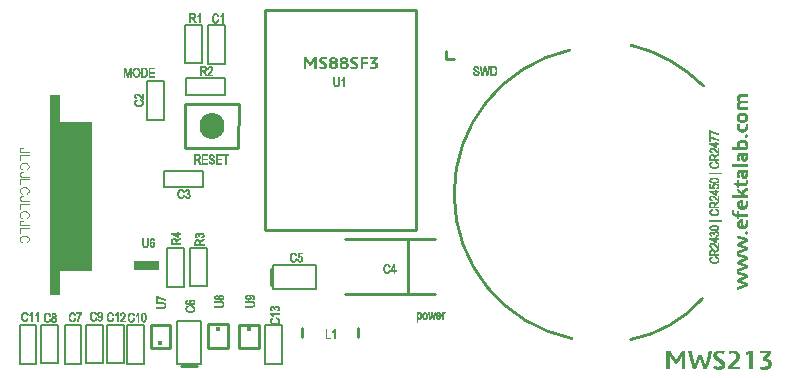
<source format=gbr>
G04 DipTrace 3.2.0.1*
G04 TopSilk.gbr*
%MOIN*%
G04 #@! TF.FileFunction,Legend,Top*
G04 #@! TF.Part,Single*
%ADD10C,0.009843*%
%ADD12C,0.003*%
%ADD13C,0.002625*%
%ADD14C,0.001969*%
%ADD22C,0.005906*%
%ADD23O,0.083273X0.086604*%
%ADD40O,0.015356X0.014965*%
%ADD99C,0.004632*%
%FSLAX26Y26*%
G04*
G70*
G90*
G75*
G01*
G04 TopSilk*
%LPD*%
X133960Y-332379D2*
D10*
X-165248D1*
X133960Y-151277D2*
X-165248D1*
X43425Y-332379D2*
Y-151277D1*
X-413144Y-302676D2*
Y-251534D1*
X-660642Y-574841D2*
X-711783D1*
X170369Y475331D2*
X170392Y450535D1*
X170592Y449948D2*
X195373Y449991D1*
X-122615Y-446480D2*
Y-477992D1*
X-310017Y-446480D2*
Y-477992D1*
X-432839Y611916D2*
X68736D1*
Y-120367D1*
X-432839D1*
Y611916D1*
X785262Y-485191D2*
G03X1024622Y-348981I-79927J418873D01*
G01*
X583315Y480028D2*
G03X589883Y-481676I105452J-480154D01*
G01*
X786592Y496285D2*
G02X1028530Y359636I-118768J-492780D01*
G01*
X-698745Y301760D2*
X-521562Y301311D1*
X-521944Y152101D1*
X-699103Y152550D1*
X-698745Y301760D1*
X-814916Y-514192D2*
X-748381D1*
Y-435056D1*
X-814916D1*
Y-514192D1*
D40*
X-782433Y-497658D3*
X-557467Y-434694D2*
D10*
X-624003D1*
Y-513829D1*
X-557467D1*
Y-434694D1*
D40*
X-589950Y-451228D3*
X-453892Y-435016D2*
D10*
X-520428D1*
Y-514152D1*
X-453892D1*
Y-435016D1*
D40*
X-486375Y-451551D3*
X-1250896Y-437003D2*
D22*
X-1195289D1*
Y-565283D1*
X-1250896D1*
Y-437003D1*
X-1180505Y-436306D2*
X-1124898D1*
Y-564587D1*
X-1180505D1*
Y-436306D1*
X-1101537Y-436681D2*
X-1045929D1*
Y-564962D1*
X-1101537D1*
Y-436681D1*
X-1028584Y-436306D2*
X-972976D1*
Y-564587D1*
X-1028584D1*
Y-436306D1*
X-960520D2*
X-904912D1*
Y-564587D1*
X-960520D1*
Y-436306D1*
X-892080Y-437058D2*
X-836472D1*
Y-565339D1*
X-892080D1*
Y-437058D1*
X-432715Y-437993D2*
X-377108D1*
Y-566274D1*
X-432715D1*
Y-437993D1*
X-725907Y-423951D2*
X-647138D1*
Y-567963D1*
X-725907D1*
Y-423951D1*
X-406276Y-237469D2*
X-262264D1*
Y-316238D1*
X-406276D1*
Y-237469D1*
X-682407Y-179286D2*
X-626799D1*
Y-307567D1*
X-682407D1*
Y-179286D1*
X-760257Y-180903D2*
X-704650D1*
Y-309184D1*
X-760257D1*
Y-180903D1*
G36*
X-868846Y-222270D2*
X-786180D1*
Y-253970D1*
X-868846D1*
Y-222270D1*
G37*
G36*
X-1123020Y241542D2*
X-1011491D1*
Y-257982D1*
X-1123020D1*
Y241542D1*
G37*
G36*
X-1151294Y331079D2*
X-1115165D1*
Y-338093D1*
X-1151294D1*
Y331079D1*
G37*
X-621906Y562377D2*
D22*
X-566298D1*
Y434096D1*
X-621906D1*
Y562377D1*
X-699424Y564526D2*
X-643816D1*
Y436245D1*
X-699424D1*
Y564526D1*
X-768282Y78375D2*
X-640001D1*
Y22768D1*
X-768282D1*
Y78375D1*
D23*
X-608332Y225692D3*
X-826618Y375806D2*
D22*
X-771010D1*
Y247525D1*
X-826618D1*
Y375806D1*
X-694933Y386031D2*
X-566652D1*
Y330424D1*
X-694933D1*
Y386031D1*
X-601605Y601978D2*
D14*
X-595699D1*
X-576014D2*
X-574046D1*
X-603376Y600993D2*
X-594265D1*
X-576392D2*
X-574046D1*
X-604901Y600009D2*
X-593032D1*
X-576850D2*
X-574046D1*
X-606086Y599025D2*
X-601408D1*
X-596045D2*
X-592034D1*
X-577436D2*
X-574046D1*
X-606960Y598041D2*
X-602933D1*
X-594733D2*
X-591257D1*
X-578185D2*
X-574046D1*
X-607632Y597056D2*
X-604118D1*
X-593712D2*
X-590626D1*
X-579052D2*
X-574046D1*
X-608198Y596072D2*
X-604991D1*
X-592904D2*
X-590048D1*
X-579981D2*
X-574046D1*
X-608685Y595088D2*
X-605663D1*
X-592339D2*
X-589450D1*
X-580907D2*
X-574046D1*
X-609063Y594104D2*
X-606229D1*
X-591999D2*
X-588810D1*
X-581731D2*
X-578967D1*
X-576999D2*
X-574046D1*
X-609323Y593119D2*
X-606716D1*
X-591762D2*
X-590778D1*
X-582376D2*
X-579951D1*
X-576999D2*
X-574046D1*
X-609561Y592135D2*
X-607091D1*
X-582904D2*
X-580936D1*
X-576999D2*
X-574046D1*
X-609847Y591151D2*
X-607316D1*
X-576999D2*
X-574046D1*
X-610119Y590167D2*
X-607429D1*
X-576999D2*
X-574046D1*
X-610298Y589182D2*
X-607479D1*
X-576999D2*
X-574046D1*
X-610392Y588198D2*
X-607499D1*
X-576999D2*
X-574046D1*
X-610435Y587214D2*
X-607506D1*
X-576999D2*
X-574046D1*
X-610449Y586230D2*
X-607509D1*
X-576999D2*
X-574046D1*
X-610421Y585245D2*
X-607510D1*
X-576999D2*
X-574046D1*
X-610298Y584261D2*
X-607507D1*
X-576999D2*
X-574046D1*
X-610063Y583277D2*
X-607472D1*
X-576999D2*
X-574046D1*
X-609807Y582293D2*
X-607343D1*
X-590778D2*
X-589794D1*
X-576999D2*
X-574046D1*
X-609601Y581308D2*
X-607072D1*
X-591119D2*
X-589377D1*
X-576999D2*
X-574046D1*
X-609381Y580324D2*
X-606691D1*
X-591450D2*
X-589122D1*
X-576999D2*
X-574046D1*
X-609069Y579340D2*
X-606245D1*
X-591800D2*
X-589326D1*
X-576999D2*
X-574046D1*
X-608670Y578356D2*
X-605734D1*
X-592296D2*
X-589664D1*
X-576999D2*
X-574046D1*
X-608217Y577371D2*
X-605063D1*
X-593011D2*
X-590089D1*
X-576999D2*
X-574046D1*
X-607707Y576387D2*
X-604196D1*
X-594040D2*
X-590588D1*
X-576999D2*
X-574046D1*
X-607090Y575403D2*
X-601984D1*
X-595722D2*
X-591201D1*
X-576999D2*
X-574046D1*
X-606291Y574419D2*
X-598694D1*
X-598363D2*
X-591998D1*
X-576999D2*
X-574046D1*
X-605267Y573434D2*
X-593022D1*
X-576999D2*
X-574046D1*
X-603998Y572450D2*
X-594291D1*
X-576999D2*
X-574046D1*
X-602589Y571466D2*
X-595699D1*
X-576999D2*
X-574046D1*
X-865211Y333932D2*
X-857337D1*
X-841589D2*
X-839621D1*
X-866609Y332948D2*
X-855861D1*
X-841589D2*
X-839621D1*
X-867715Y331963D2*
X-854468D1*
X-841589D2*
X-839621D1*
X-868477Y330979D2*
X-865174D1*
X-858477D2*
X-853105D1*
X-841589D2*
X-839621D1*
X-868998Y329995D2*
X-866028D1*
X-856791D2*
X-851805D1*
X-841589D2*
X-839621D1*
X-869420Y329010D2*
X-866734D1*
X-855242D2*
X-850623D1*
X-841589D2*
X-839621D1*
X-869748Y328026D2*
X-867267D1*
X-853845D2*
X-849538D1*
X-841589D2*
X-839621D1*
X-869916Y327042D2*
X-867662D1*
X-852620D2*
X-848505D1*
X-841589D2*
X-839621D1*
X-869893Y326058D2*
X-867546D1*
X-851517D2*
X-847460D1*
X-841593D2*
X-839621D1*
X-869699Y325073D2*
X-867220D1*
X-850481D2*
X-846267D1*
X-841631D2*
X-839621D1*
X-869427Y324089D2*
X-866630D1*
X-849472D2*
X-844732D1*
X-841783D2*
X-839621D1*
X-869095Y323105D2*
X-865694D1*
X-848445D2*
X-842781D1*
X-842119D2*
X-839621D1*
X-868569Y322121D2*
X-864528D1*
X-847328D2*
X-839621D1*
X-867725Y321136D2*
X-863485D1*
X-846070D2*
X-839621D1*
X-866555Y320152D2*
X-862780D1*
X-844678D2*
X-839621D1*
X-865211Y319168D2*
X-862259D1*
X-843171D2*
X-839621D1*
X-841589Y318184D2*
X-839621D1*
X-849463Y315231D2*
X-848479D1*
X-863243Y314247D2*
X-861274D1*
X-849343D2*
X-846250D1*
X-864980Y313262D2*
X-861536D1*
X-849075D2*
X-844411D1*
X-866410Y312278D2*
X-862406D1*
X-847940D2*
X-842989D1*
X-867454Y311294D2*
X-863570D1*
X-846513D2*
X-841910D1*
X-868216Y310310D2*
X-864786D1*
X-845089D2*
X-841105D1*
X-868824Y309325D2*
X-865806D1*
X-843857D2*
X-840500D1*
X-869328Y308341D2*
X-866531D1*
X-842888D2*
X-840073D1*
X-869709Y307357D2*
X-867034D1*
X-842129D2*
X-839827D1*
X-869933Y306373D2*
X-867416D1*
X-841851D2*
X-839707D1*
X-870012Y305388D2*
X-867709D1*
X-841705D2*
X-839654D1*
X-869937Y304404D2*
X-867605D1*
X-841671D2*
X-839633D1*
X-869717Y303420D2*
X-867400D1*
X-841773D2*
X-839629D1*
X-869438Y302436D2*
X-867106D1*
X-842041D2*
X-839661D1*
X-869140Y301451D2*
X-866629D1*
X-842492D2*
X-839789D1*
X-868775Y300467D2*
X-865904D1*
X-843225D2*
X-840063D1*
X-868314Y299483D2*
X-864901D1*
X-844368D2*
X-840483D1*
X-867687Y298499D2*
X-863585D1*
X-845884D2*
X-841092D1*
X-866773Y297514D2*
X-861997D1*
X-847630D2*
X-842003D1*
X-865506Y296530D2*
X-843306D1*
X-863922Y295546D2*
X-845041D1*
X-862143Y294562D2*
X-847156D1*
X-860290Y293577D2*
X-849463D1*
X-716895Y16159D2*
X-710990D1*
X-695241D2*
X-690320D1*
X-718666Y15175D2*
X-709555D1*
X-696524D2*
X-689155D1*
X-720192Y14190D2*
X-708322D1*
X-697512D2*
X-688161D1*
X-721376Y13206D2*
X-716698D1*
X-711335D2*
X-707324D1*
X-698256D2*
X-695200D1*
X-690362D2*
X-687409D1*
X-722250Y12222D2*
X-718223D1*
X-710023D2*
X-706547D1*
X-698858D2*
X-696020D1*
X-689542D2*
X-686900D1*
X-722922Y11238D2*
X-719408D1*
X-709002D2*
X-705916D1*
X-699369D2*
X-696608D1*
X-688957D2*
X-686616D1*
X-723488Y10253D2*
X-720281D1*
X-708194D2*
X-705338D1*
X-699797D2*
X-696963D1*
X-688625D2*
X-686479D1*
X-723975Y9269D2*
X-720953D1*
X-707629D2*
X-704740D1*
X-700163D2*
X-697210D1*
X-688468D2*
X-686420D1*
X-724353Y8285D2*
X-721519D1*
X-707289D2*
X-704100D1*
X-688441D2*
X-686401D1*
X-724613Y7301D2*
X-722006D1*
X-707052D2*
X-706068D1*
X-688510D2*
X-686430D1*
X-724851Y6316D2*
X-722381D1*
X-689018D2*
X-686587D1*
X-725137Y5332D2*
X-722606D1*
X-690251D2*
X-686943D1*
X-725409Y4348D2*
X-722719D1*
X-691668D2*
X-687393D1*
X-725588Y3364D2*
X-722769D1*
X-692877D2*
X-687780D1*
X-725682Y2379D2*
X-722789D1*
X-693675D2*
X-687659D1*
X-725725Y1395D2*
X-722796D1*
X-694257D2*
X-687074D1*
X-725739Y411D2*
X-722799D1*
X-691729D2*
X-686443D1*
X-725711Y-573D2*
X-722800D1*
X-689887D2*
X-685911D1*
X-725588Y-1558D2*
X-722797D1*
X-688529D2*
X-685488D1*
X-725353Y-2542D2*
X-722762D1*
X-687962D2*
X-685105D1*
X-725097Y-3526D2*
X-722633D1*
X-706068D2*
X-705084D1*
X-687634D2*
X-684792D1*
X-724891Y-4510D2*
X-722362D1*
X-706409D2*
X-704667D1*
X-687477D2*
X-684629D1*
X-724671Y-5495D2*
X-721981D1*
X-706740D2*
X-704412D1*
X-687413D2*
X-684653D1*
X-724359Y-6479D2*
X-721535D1*
X-707090D2*
X-704616D1*
X-700163D2*
X-698194D1*
X-687425D2*
X-684848D1*
X-723960Y-7463D2*
X-721024D1*
X-707586D2*
X-704954D1*
X-700125D2*
X-697816D1*
X-687579D2*
X-685116D1*
X-723507Y-8448D2*
X-720353D1*
X-708301D2*
X-705379D1*
X-699995D2*
X-697343D1*
X-687882D2*
X-685410D1*
X-722997Y-9432D2*
X-719486D1*
X-709330D2*
X-705878D1*
X-699721D2*
X-696769D1*
X-688764D2*
X-685773D1*
X-722380Y-10416D2*
X-717274D1*
X-711012D2*
X-706491D1*
X-699301D2*
X-695292D1*
X-690216D2*
X-686234D1*
X-721581Y-11400D2*
X-713984D1*
X-713653D2*
X-707288D1*
X-698692D2*
X-693054D1*
X-692479D2*
X-686859D1*
X-720557Y-12385D2*
X-708312D1*
X-697797D2*
X-687761D1*
X-719288Y-13369D2*
X-709581D1*
X-696602D2*
X-688959D1*
X-717879Y-14353D2*
X-710990D1*
X-695241D2*
X-690320D1*
X-30475Y-232877D2*
X-24570D1*
X-3900D2*
X-1932D1*
X-32246Y-233861D2*
X-23135D1*
X-4511D2*
X-1932D1*
X-33772Y-234845D2*
X-21902D1*
X-5072D2*
X-1932D1*
X-34956Y-235829D2*
X-30278D1*
X-24915D2*
X-20904D1*
X-5599D2*
X-1932D1*
X-35830Y-236814D2*
X-31803D1*
X-23603D2*
X-20127D1*
X-6109D2*
X-1932D1*
X-36502Y-237798D2*
X-32988D1*
X-22582D2*
X-19496D1*
X-6639D2*
X-1932D1*
X-37068Y-238782D2*
X-33861D1*
X-21774D2*
X-18918D1*
X-7227D2*
X-1932D1*
X-37555Y-239766D2*
X-34533D1*
X-21209D2*
X-18320D1*
X-7862D2*
X-1932D1*
X-37933Y-240751D2*
X-35099D1*
X-20869D2*
X-17680D1*
X-8464D2*
X-5713D1*
X-3900D2*
X-1932D1*
X-38193Y-241735D2*
X-35586D1*
X-20633D2*
X-19648D1*
X-9018D2*
X-6418D1*
X-3900D2*
X-1932D1*
X-38431Y-242719D2*
X-35961D1*
X-9540D2*
X-7019D1*
X-3900D2*
X-1932D1*
X-38717Y-243703D2*
X-36186D1*
X-10044D2*
X-7560D1*
X-3900D2*
X-1932D1*
X-38989Y-244688D2*
X-36299D1*
X-10542D2*
X-8071D1*
X-3900D2*
X-1932D1*
X-39169Y-245672D2*
X-36349D1*
X-11035D2*
X-8572D1*
X-3900D2*
X-1932D1*
X-39263Y-246656D2*
X-36369D1*
X-11528D2*
X-9070D1*
X-3900D2*
X-1932D1*
X-39305Y-247640D2*
X-36376D1*
X-12024D2*
X-9594D1*
X-3900D2*
X-1932D1*
X-39319Y-248625D2*
X-36379D1*
X-12547D2*
X-10181D1*
X-3900D2*
X-1932D1*
X-39291Y-249609D2*
X-36380D1*
X-13130D2*
X-10818D1*
X-3900D2*
X-1932D1*
X-39168Y-250593D2*
X-36377D1*
X-13729D2*
X-11447D1*
X-3900D2*
X-1932D1*
X-38933Y-251577D2*
X-36342D1*
X-14202D2*
X-12087D1*
X-3900D2*
X-1932D1*
X-38677Y-252562D2*
X-36213D1*
X-19648D2*
X-18664D1*
X-14485D2*
X-12759D1*
X-3900D2*
X-1932D1*
X-38471Y-253546D2*
X-35943D1*
X-19989D2*
X-18247D1*
X-14626D2*
X2005D1*
X-38251Y-254530D2*
X-35561D1*
X-20320D2*
X-17992D1*
X-14688D2*
X2005D1*
X-37939Y-255514D2*
X-35115D1*
X-20670D2*
X-18196D1*
X-14713D2*
X2005D1*
X-37540Y-256499D2*
X-34604D1*
X-21166D2*
X-18534D1*
X-3900D2*
X-1932D1*
X-37087Y-257483D2*
X-33933D1*
X-21881D2*
X-18959D1*
X-3900D2*
X-1932D1*
X-36577Y-258467D2*
X-33066D1*
X-22910D2*
X-19458D1*
X-3900D2*
X-1932D1*
X-35960Y-259451D2*
X-30854D1*
X-24592D2*
X-20071D1*
X-3900D2*
X-1932D1*
X-35161Y-260436D2*
X-27564D1*
X-27233D2*
X-20868D1*
X-3900D2*
X-1932D1*
X-34137Y-261420D2*
X-21892D1*
X-3900D2*
X-1932D1*
X-32868Y-262404D2*
X-23161D1*
X-3900D2*
X-1932D1*
X-31459Y-263388D2*
X-24570D1*
X-3900D2*
X-1932D1*
X-341987Y-195131D2*
X-336081D1*
X-322302D2*
X-310491D1*
X-343758Y-196115D2*
X-334647D1*
X-322756D2*
X-310491D1*
X-345283Y-197100D2*
X-333414D1*
X-323039D2*
X-310491D1*
X-346468Y-198084D2*
X-341790D1*
X-336427D2*
X-332416D1*
X-323182D2*
X-321318D1*
X-347342Y-199068D2*
X-343315D1*
X-335115D2*
X-331639D1*
X-323249D2*
X-321318D1*
X-348014Y-200052D2*
X-344499D1*
X-334094D2*
X-331008D1*
X-323309D2*
X-321321D1*
X-348579Y-201037D2*
X-345373D1*
X-333286D2*
X-330430D1*
X-323445D2*
X-321356D1*
X-349067Y-202021D2*
X-346045D1*
X-332721D2*
X-329831D1*
X-323684D2*
X-321474D1*
X-349445Y-203005D2*
X-346611D1*
X-332381D2*
X-329192D1*
X-323937D2*
X-321635D1*
X-349705Y-203990D2*
X-347098D1*
X-332144D2*
X-331160D1*
X-324110D2*
X-321734D1*
X-349943Y-204974D2*
X-347473D1*
X-324205D2*
X-321136D1*
X-319349D2*
X-315412D1*
X-350229Y-205958D2*
X-347698D1*
X-324281D2*
X-314011D1*
X-350501Y-206942D2*
X-347811D1*
X-324416D2*
X-312874D1*
X-350680Y-207927D2*
X-347860D1*
X-324584D2*
X-320293D1*
X-315416D2*
X-312021D1*
X-350774Y-208911D2*
X-347881D1*
X-324686D2*
X-321124D1*
X-314470D2*
X-311386D1*
X-350817Y-209895D2*
X-347888D1*
X-324089D2*
X-321772D1*
X-313650D2*
X-310913D1*
X-350831Y-210879D2*
X-347891D1*
X-323286D2*
X-322302D1*
X-313065D2*
X-310536D1*
X-350803Y-211864D2*
X-347892D1*
X-312733D2*
X-310178D1*
X-350680Y-212848D2*
X-347888D1*
X-312572D2*
X-309873D1*
X-350445Y-213832D2*
X-347854D1*
X-312503D2*
X-309683D1*
X-350189Y-214816D2*
X-347725D1*
X-331160D2*
X-330176D1*
X-312475D2*
X-309619D1*
X-349983Y-215801D2*
X-347454D1*
X-331500D2*
X-329759D1*
X-312469D2*
X-309700D1*
X-349763Y-216785D2*
X-347073D1*
X-331832D2*
X-329504D1*
X-312500D2*
X-309917D1*
X-349450Y-217769D2*
X-346627D1*
X-332182D2*
X-329708D1*
X-325255D2*
X-323286D1*
X-312628D2*
X-310166D1*
X-349052Y-218753D2*
X-346116D1*
X-332678D2*
X-330046D1*
X-325217D2*
X-322908D1*
X-312901D2*
X-310374D1*
X-348599Y-219738D2*
X-345445D1*
X-333393D2*
X-330471D1*
X-325087D2*
X-322435D1*
X-313333D2*
X-310624D1*
X-348089Y-220722D2*
X-344578D1*
X-334422D2*
X-330970D1*
X-324813D2*
X-321861D1*
X-313888D2*
X-311031D1*
X-347471Y-221706D2*
X-342366D1*
X-336104D2*
X-331583D1*
X-324393D2*
X-320383D1*
X-315363D2*
X-311578D1*
X-346673Y-222690D2*
X-339076D1*
X-338745D2*
X-332380D1*
X-323784D2*
X-318146D1*
X-317600D2*
X-312210D1*
X-345649Y-223675D2*
X-333404D1*
X-322889D2*
X-313025D1*
X-344380Y-224659D2*
X-334673D1*
X-321693D2*
X-314131D1*
X-342971Y-225643D2*
X-336081D1*
X-320333D2*
X-315412D1*
X-693215Y-352723D2*
X-692231D1*
X-682388D2*
X-673530D1*
X-694949Y-353707D2*
X-692347D1*
X-683790D2*
X-672095D1*
X-696348Y-354692D2*
X-692604D1*
X-684926D2*
X-670867D1*
X-697433Y-355676D2*
X-693558D1*
X-685779D2*
X-681173D1*
X-673765D2*
X-669904D1*
X-697948Y-356660D2*
X-694618D1*
X-686411D2*
X-682603D1*
X-672370D2*
X-669147D1*
X-698384Y-357644D2*
X-695550D1*
X-686846D2*
X-683639D1*
X-671297D2*
X-668870D1*
X-698693Y-358629D2*
X-696364D1*
X-687062D2*
X-684438D1*
X-670928D2*
X-668720D1*
X-698860Y-359613D2*
X-697152D1*
X-687055D2*
X-684813D1*
X-670766D2*
X-668656D1*
X-698662Y-360597D2*
X-696497D1*
X-686834D2*
X-684707D1*
X-670747D2*
X-668663D1*
X-698402Y-361581D2*
X-695705D1*
X-686439D2*
X-684453D1*
X-671118D2*
X-668782D1*
X-698077Y-362566D2*
X-694689D1*
X-685879D2*
X-683726D1*
X-671998D2*
X-669057D1*
X-697554Y-363550D2*
X-691846D1*
X-685156D2*
X-681470D1*
X-674349D2*
X-669510D1*
X-696680Y-364534D2*
X-687567D1*
X-684357D2*
X-677914D1*
X-677964D2*
X-670111D1*
X-695253Y-365518D2*
X-671515D1*
X-692920Y-366503D2*
X-673668D1*
X-689463Y-367487D2*
X-676767D1*
X-685341Y-368471D2*
X-680420D1*
X-678451Y-371424D2*
X-677467D1*
X-692231Y-372408D2*
X-690262D1*
X-678331D2*
X-675238D1*
X-693969Y-373392D2*
X-690524D1*
X-678063D2*
X-673399D1*
X-695398Y-374377D2*
X-691394D1*
X-676929D2*
X-671977D1*
X-696442Y-375361D2*
X-692558D1*
X-675502D2*
X-670898D1*
X-697204Y-376345D2*
X-693775D1*
X-674078D2*
X-670094D1*
X-697812Y-377329D2*
X-694794D1*
X-672845D2*
X-669488D1*
X-698316Y-378314D2*
X-695519D1*
X-671877D2*
X-669061D1*
X-698698Y-379298D2*
X-696022D1*
X-671117D2*
X-668816D1*
X-698921Y-380282D2*
X-696404D1*
X-670840D2*
X-668695D1*
X-699000Y-381266D2*
X-696697D1*
X-670693D2*
X-668642D1*
X-698925Y-382251D2*
X-696593D1*
X-670660D2*
X-668621D1*
X-698705Y-383235D2*
X-696388D1*
X-670761D2*
X-668617D1*
X-698426Y-384219D2*
X-696094D1*
X-671029D2*
X-668649D1*
X-698128Y-385203D2*
X-695617D1*
X-671480D2*
X-668777D1*
X-697763Y-386188D2*
X-694892D1*
X-672214D2*
X-669051D1*
X-697302Y-387172D2*
X-693890D1*
X-673356D2*
X-669471D1*
X-696675Y-388156D2*
X-692573D1*
X-674872D2*
X-670081D1*
X-695761Y-389140D2*
X-690986D1*
X-676618D2*
X-670992D1*
X-694494Y-390125D2*
X-672294D1*
X-692910Y-391109D2*
X-674029D1*
X-691131Y-392093D2*
X-676144D1*
X-689278Y-393077D2*
X-678451D1*
X-1079182Y-394361D2*
X-1073277D1*
X-1062450D2*
X-1046702D1*
X-1080954Y-395345D2*
X-1071842D1*
X-1062450D2*
X-1046858D1*
X-1082479Y-396329D2*
X-1070610D1*
X-1062450D2*
X-1047141D1*
X-1083664Y-397314D2*
X-1078985D1*
X-1073622D2*
X-1069612D1*
X-1050483D2*
X-1047555D1*
X-1084537Y-398298D2*
X-1080510D1*
X-1072310D2*
X-1068834D1*
X-1051189D2*
X-1048093D1*
X-1085209Y-399282D2*
X-1081695D1*
X-1071290D2*
X-1068203D1*
X-1051789D2*
X-1048707D1*
X-1085775Y-400266D2*
X-1082569D1*
X-1070482D2*
X-1067625D1*
X-1052330D2*
X-1049302D1*
X-1086262Y-401251D2*
X-1083241D1*
X-1069916D2*
X-1067027D1*
X-1052842D2*
X-1049853D1*
X-1086641Y-402235D2*
X-1083806D1*
X-1069576D2*
X-1066387D1*
X-1053342D2*
X-1050374D1*
X-1086900Y-403219D2*
X-1084294D1*
X-1069340D2*
X-1068356D1*
X-1053836D2*
X-1050877D1*
X-1087139Y-404203D2*
X-1084668D1*
X-1054326D2*
X-1051371D1*
X-1087424Y-405188D2*
X-1084893D1*
X-1054787D2*
X-1051833D1*
X-1087697Y-406172D2*
X-1085006D1*
X-1055185D2*
X-1052232D1*
X-1087876Y-407156D2*
X-1085056D1*
X-1055532D2*
X-1052583D1*
X-1087970Y-408140D2*
X-1085076D1*
X-1055883D2*
X-1052965D1*
X-1088013Y-409125D2*
X-1085084D1*
X-1056219D2*
X-1053392D1*
X-1088026Y-410109D2*
X-1085086D1*
X-1056536D2*
X-1053823D1*
X-1087998Y-411093D2*
X-1085087D1*
X-1056871D2*
X-1054209D1*
X-1087876Y-412077D2*
X-1085084D1*
X-1057171D2*
X-1054550D1*
X-1087641Y-413062D2*
X-1085049D1*
X-1057396D2*
X-1054896D1*
X-1087385Y-414046D2*
X-1084920D1*
X-1068356D2*
X-1067371D1*
X-1057620D2*
X-1055197D1*
X-1087179Y-415030D2*
X-1084650D1*
X-1068696D2*
X-1066955D1*
X-1057900D2*
X-1055392D1*
X-1086958Y-416014D2*
X-1084268D1*
X-1069027D2*
X-1066700D1*
X-1058170D2*
X-1055525D1*
X-1086646Y-416999D2*
X-1083822D1*
X-1069378D2*
X-1066904D1*
X-1058349D2*
X-1055695D1*
X-1086247Y-417983D2*
X-1083311D1*
X-1069874D2*
X-1067241D1*
X-1058446D2*
X-1055949D1*
X-1085795Y-418967D2*
X-1082640D1*
X-1070588D2*
X-1067666D1*
X-1058524D2*
X-1056208D1*
X-1085285Y-419951D2*
X-1081773D1*
X-1071617D2*
X-1068165D1*
X-1058667D2*
X-1056383D1*
X-1084667Y-420936D2*
X-1079561D1*
X-1073300D2*
X-1068779D1*
X-1058909D2*
X-1056475D1*
X-1083869Y-421920D2*
X-1076271D1*
X-1075940D2*
X-1069576D1*
X-1059164D2*
X-1056517D1*
X-1082845Y-422904D2*
X-1070599D1*
X-1059337D2*
X-1056534D1*
X-1081575Y-423888D2*
X-1071868D1*
X-1059434D2*
X-1056541D1*
X-1080167Y-424873D2*
X-1073277D1*
X-1059497D2*
X-1056545D1*
X-1162278Y-396180D2*
X-1156373D1*
X-1140625D2*
X-1135703D1*
X-1164049Y-397164D2*
X-1154938D1*
X-1141605D2*
X-1134421D1*
X-1165575Y-398148D2*
X-1153706D1*
X-1142551D2*
X-1133436D1*
X-1166759Y-399133D2*
X-1162081D1*
X-1156718D2*
X-1152708D1*
X-1143371D2*
X-1140469D1*
X-1135745D2*
X-1132724D1*
X-1167633Y-400117D2*
X-1163606D1*
X-1155406D2*
X-1151930D1*
X-1143956D2*
X-1141171D1*
X-1134925D2*
X-1132214D1*
X-1168305Y-401101D2*
X-1164791D1*
X-1154386D2*
X-1151299D1*
X-1144288D2*
X-1141736D1*
X-1134341D2*
X-1131822D1*
X-1168871Y-402085D2*
X-1165665D1*
X-1153578D2*
X-1150721D1*
X-1144449D2*
X-1142144D1*
X-1134008D2*
X-1131461D1*
X-1169358Y-403070D2*
X-1166336D1*
X-1153012D2*
X-1150123D1*
X-1144518D2*
X-1142351D1*
X-1133852D2*
X-1131188D1*
X-1169737Y-404054D2*
X-1166902D1*
X-1152672D2*
X-1149483D1*
X-1144542D2*
X-1142340D1*
X-1133821D2*
X-1131039D1*
X-1169996Y-405038D2*
X-1167389D1*
X-1152436D2*
X-1151451D1*
X-1144514D2*
X-1142103D1*
X-1133878D2*
X-1131277D1*
X-1170234Y-406022D2*
X-1167764D1*
X-1144354D2*
X-1141713D1*
X-1134312D2*
X-1131664D1*
X-1170520Y-407007D2*
X-1167989D1*
X-1143955D2*
X-1140702D1*
X-1135717D2*
X-1132221D1*
X-1170792Y-407991D2*
X-1168102D1*
X-1143305D2*
X-1138398D1*
X-1137915D2*
X-1132957D1*
X-1170972Y-408975D2*
X-1168152D1*
X-1142489D2*
X-1133815D1*
X-1171066Y-409959D2*
X-1168172D1*
X-1141609D2*
X-1134719D1*
X-1171108Y-410944D2*
X-1168180D1*
X-1142892D2*
X-1133322D1*
X-1171122Y-411928D2*
X-1168182D1*
X-1143876D2*
X-1140587D1*
X-1135707D2*
X-1132216D1*
X-1171094Y-412912D2*
X-1168183D1*
X-1144585D2*
X-1141441D1*
X-1134761D2*
X-1131454D1*
X-1170971Y-413896D2*
X-1168180D1*
X-1145060D2*
X-1142151D1*
X-1133941D2*
X-1130933D1*
X-1170736Y-414881D2*
X-1168145D1*
X-1145327D2*
X-1142719D1*
X-1133356D2*
X-1130510D1*
X-1170481Y-415865D2*
X-1168016D1*
X-1151451D2*
X-1150467D1*
X-1145455D2*
X-1143132D1*
X-1133024D2*
X-1130179D1*
X-1170274Y-416849D2*
X-1167746D1*
X-1151792D2*
X-1150050D1*
X-1145511D2*
X-1143369D1*
X-1132864D2*
X-1129980D1*
X-1170054Y-417833D2*
X-1167364D1*
X-1152123D2*
X-1149796D1*
X-1145533D2*
X-1143454D1*
X-1132798D2*
X-1129912D1*
X-1169742Y-418818D2*
X-1166918D1*
X-1152474D2*
X-1150000D1*
X-1145538D2*
X-1143377D1*
X-1132805D2*
X-1129991D1*
X-1169343Y-419802D2*
X-1166407D1*
X-1152970D2*
X-1150337D1*
X-1145506D2*
X-1143123D1*
X-1132928D2*
X-1130212D1*
X-1168890Y-420786D2*
X-1165736D1*
X-1153684D2*
X-1150762D1*
X-1145378D2*
X-1142700D1*
X-1133252D2*
X-1130496D1*
X-1168380Y-421770D2*
X-1164869D1*
X-1154713D2*
X-1151261D1*
X-1145104D2*
X-1142148D1*
X-1133759D2*
X-1130829D1*
X-1167763Y-422755D2*
X-1162657D1*
X-1156395D2*
X-1151875D1*
X-1144684D2*
X-1140673D1*
X-1135498D2*
X-1131323D1*
X-1166964Y-423739D2*
X-1159367D1*
X-1159036D2*
X-1152671D1*
X-1144075D2*
X-1138437D1*
X-1138240D2*
X-1132054D1*
X-1165940Y-424723D2*
X-1153695D1*
X-1143181D2*
X-1133046D1*
X-1164671Y-425707D2*
X-1154964D1*
X-1141985D2*
X-1134302D1*
X-1163262Y-426692D2*
X-1156373D1*
X-1140625D2*
X-1135703D1*
X-1008572Y-391853D2*
X-1002667D1*
X-986919D2*
X-982982D1*
X-1010343Y-392837D2*
X-1001232D1*
X-988320D2*
X-981547D1*
X-1011869Y-393822D2*
X-1000000D1*
X-989457D2*
X-980315D1*
X-1013053Y-394806D2*
X-1008375D1*
X-1003012D2*
X-999002D1*
X-990310D2*
X-986881D1*
X-982035D2*
X-979317D1*
X-1013927Y-395790D2*
X-1009900D1*
X-1001700D2*
X-998224D1*
X-990941D2*
X-987735D1*
X-981181D2*
X-978543D1*
X-1014599Y-396774D2*
X-1011085D1*
X-1000680D2*
X-997593D1*
X-991380D2*
X-988445D1*
X-980471D2*
X-977949D1*
X-1015165Y-397759D2*
X-1011959D1*
X-999872D2*
X-997015D1*
X-991630D2*
X-989013D1*
X-979903D2*
X-977527D1*
X-1015652Y-398743D2*
X-1012630D1*
X-999306D2*
X-996417D1*
X-991753D2*
X-989426D1*
X-979490D2*
X-977278D1*
X-1016031Y-399727D2*
X-1013196D1*
X-998966D2*
X-995777D1*
X-991806D2*
X-989667D1*
X-979249D2*
X-977124D1*
X-1016290Y-400711D2*
X-1013683D1*
X-998730D2*
X-997745D1*
X-991827D2*
X-989782D1*
X-979134D2*
X-976946D1*
X-1016528Y-401696D2*
X-1014058D1*
X-991836D2*
X-989800D1*
X-979116D2*
X-976689D1*
X-1016814Y-402680D2*
X-1014283D1*
X-991835D2*
X-989691D1*
X-979225D2*
X-976428D1*
X-1017086Y-403664D2*
X-1014396D1*
X-991801D2*
X-989425D1*
X-979491D2*
X-976254D1*
X-1017266Y-404648D2*
X-1014446D1*
X-991672D2*
X-988996D1*
X-979920D2*
X-976162D1*
X-1017360Y-405633D2*
X-1014466D1*
X-991398D2*
X-988442D1*
X-980474D2*
X-976120D1*
X-1017402Y-406617D2*
X-1014474D1*
X-990978D2*
X-986967D1*
X-981949D2*
X-976102D1*
X-1017416Y-407601D2*
X-1014476D1*
X-990369D2*
X-984731D1*
X-984185D2*
X-976099D1*
X-1017388Y-408585D2*
X-1014477D1*
X-989475D2*
X-976132D1*
X-1017265Y-409570D2*
X-1014474D1*
X-988279D2*
X-981013D1*
X-979045D2*
X-976256D1*
X-1017030Y-410554D2*
X-1014439D1*
X-986919D2*
X-982982D1*
X-979045D2*
X-976492D1*
X-1016774Y-411538D2*
X-1014310D1*
X-997745D2*
X-996761D1*
X-979048D2*
X-976744D1*
X-1016568Y-412522D2*
X-1014040D1*
X-998086D2*
X-996344D1*
X-979083D2*
X-976919D1*
X-1016348Y-413507D2*
X-1013658D1*
X-998417D2*
X-996090D1*
X-979212D2*
X-977045D1*
X-1016036Y-414491D2*
X-1013212D1*
X-998768D2*
X-996294D1*
X-979483D2*
X-977216D1*
X-1015637Y-415475D2*
X-1012701D1*
X-999264D2*
X-996631D1*
X-991840D2*
X-988887D1*
X-979868D2*
X-977504D1*
X-1015184Y-416459D2*
X-1012030D1*
X-999978D2*
X-997056D1*
X-991500D2*
X-988682D1*
X-980364D2*
X-977892D1*
X-1014674Y-417444D2*
X-1011163D1*
X-1001007D2*
X-997555D1*
X-991168D2*
X-988329D1*
X-980972D2*
X-978340D1*
X-1014057Y-418428D2*
X-1008951D1*
X-1002689D2*
X-998169D1*
X-990814D2*
X-987093D1*
X-982566D2*
X-978853D1*
X-1013258Y-419412D2*
X-1005661D1*
X-1005330D2*
X-998965D1*
X-990280D2*
X-985235D1*
X-984982D2*
X-979503D1*
X-1012234Y-420396D2*
X-999989D1*
X-989434D2*
X-980415D1*
X-1010965Y-421381D2*
X-1001258D1*
X-988263D2*
X-981618D1*
X-1009556Y-422365D2*
X-1002667D1*
X-986919D2*
X-982982D1*
X-882723Y-395091D2*
X-876818D1*
X-857133D2*
X-855164D1*
X-841385D2*
X-836463D1*
X-884494Y-396075D2*
X-875383D1*
X-857510D2*
X-855164D1*
X-842331D2*
X-835181D1*
X-886020Y-397059D2*
X-874151D1*
X-857968D2*
X-855164D1*
X-843186D2*
X-834192D1*
X-887204Y-398043D2*
X-882526D1*
X-877163D2*
X-873152D1*
X-858554D2*
X-855164D1*
X-843895D2*
X-841229D1*
X-836501D2*
X-833449D1*
X-888078Y-399028D2*
X-884051D1*
X-875851D2*
X-872375D1*
X-859303D2*
X-855164D1*
X-844467D2*
X-841930D1*
X-835646D2*
X-832848D1*
X-888750Y-400012D2*
X-885236D1*
X-874831D2*
X-871744D1*
X-860170D2*
X-855164D1*
X-844915D2*
X-842500D1*
X-834937D2*
X-832346D1*
X-889316Y-400996D2*
X-886109D1*
X-874022D2*
X-871166D1*
X-861099D2*
X-855164D1*
X-845281D2*
X-842947D1*
X-834369D2*
X-831965D1*
X-889803Y-401980D2*
X-886781D1*
X-873457D2*
X-870568D1*
X-862025D2*
X-855164D1*
X-845636D2*
X-843313D1*
X-833956D2*
X-831738D1*
X-890182Y-402965D2*
X-887347D1*
X-873117D2*
X-869928D1*
X-862849D2*
X-860085D1*
X-858117D2*
X-855164D1*
X-845940D2*
X-843667D1*
X-833715D2*
X-831620D1*
X-890441Y-403949D2*
X-887834D1*
X-872881D2*
X-871896D1*
X-863494D2*
X-861070D1*
X-858117D2*
X-855164D1*
X-846133D2*
X-843972D1*
X-833596D2*
X-831536D1*
X-890679Y-404933D2*
X-888209D1*
X-864022D2*
X-862054D1*
X-858117D2*
X-855164D1*
X-846232D2*
X-844164D1*
X-833544D2*
X-831390D1*
X-890965Y-405917D2*
X-888434D1*
X-858117D2*
X-855164D1*
X-846277D2*
X-844264D1*
X-833523D2*
X-831147D1*
X-891237Y-406902D2*
X-888547D1*
X-858117D2*
X-855164D1*
X-846295D2*
X-844308D1*
X-833515D2*
X-830891D1*
X-891417Y-407886D2*
X-888597D1*
X-858117D2*
X-855164D1*
X-846302D2*
X-844326D1*
X-833512D2*
X-830719D1*
X-891511Y-408870D2*
X-888617D1*
X-858117D2*
X-855164D1*
X-846304D2*
X-844333D1*
X-833511D2*
X-830627D1*
X-891553Y-409854D2*
X-888624D1*
X-858117D2*
X-855164D1*
X-846305D2*
X-844336D1*
X-833511D2*
X-830585D1*
X-891567Y-410839D2*
X-888627D1*
X-858117D2*
X-855164D1*
X-846306D2*
X-844337D1*
X-833511D2*
X-830572D1*
X-891539Y-411823D2*
X-888628D1*
X-858117D2*
X-855164D1*
X-846306D2*
X-844337D1*
X-833511D2*
X-830600D1*
X-891416Y-412807D2*
X-888625D1*
X-858117D2*
X-855164D1*
X-846306D2*
X-844337D1*
X-833511D2*
X-830723D1*
X-891181Y-413791D2*
X-888590D1*
X-858117D2*
X-855164D1*
X-846306D2*
X-844333D1*
X-833511D2*
X-830958D1*
X-890925Y-414776D2*
X-888461D1*
X-871896D2*
X-870912D1*
X-858117D2*
X-855164D1*
X-846306D2*
X-844299D1*
X-833510D2*
X-831210D1*
X-890719Y-415760D2*
X-888191D1*
X-872237D2*
X-870495D1*
X-858117D2*
X-855164D1*
X-846302D2*
X-844173D1*
X-833514D2*
X-831381D1*
X-890499Y-416744D2*
X-887809D1*
X-872568D2*
X-870240D1*
X-858117D2*
X-855164D1*
X-846267D2*
X-843934D1*
X-833549D2*
X-831477D1*
X-890187Y-417728D2*
X-887363D1*
X-872918D2*
X-870444D1*
X-858117D2*
X-855164D1*
X-846138D2*
X-843647D1*
X-833678D2*
X-831553D1*
X-889788Y-418713D2*
X-886852D1*
X-873415D2*
X-870782D1*
X-858117D2*
X-855164D1*
X-845868D2*
X-843346D1*
X-833952D2*
X-831699D1*
X-889335Y-419697D2*
X-886181D1*
X-874129D2*
X-871207D1*
X-858117D2*
X-855164D1*
X-845486D2*
X-842965D1*
X-834384D2*
X-831976D1*
X-888825Y-420681D2*
X-885314D1*
X-875158D2*
X-871706D1*
X-858117D2*
X-855164D1*
X-845040D2*
X-842497D1*
X-834939D2*
X-832360D1*
X-888208Y-421665D2*
X-883102D1*
X-876840D2*
X-872319D1*
X-858117D2*
X-855164D1*
X-844529D2*
X-841470D1*
X-836415D2*
X-832811D1*
X-887409Y-422650D2*
X-879812D1*
X-879481D2*
X-873116D1*
X-858117D2*
X-855164D1*
X-843878D2*
X-839161D1*
X-838651D2*
X-833356D1*
X-886385Y-423634D2*
X-874140D1*
X-858117D2*
X-855164D1*
X-842967D2*
X-834119D1*
X-885116Y-424618D2*
X-875409D1*
X-858117D2*
X-855164D1*
X-841764D2*
X-835199D1*
X-883707Y-425602D2*
X-876818D1*
X-858117D2*
X-855164D1*
X-840400D2*
X-836463D1*
X-1237576Y-393171D2*
X-1231671D1*
X-1211986D2*
X-1210017D1*
X-1192301D2*
X-1190332D1*
X-1239347Y-394155D2*
X-1230236D1*
X-1212363D2*
X-1210017D1*
X-1192678D2*
X-1190332D1*
X-1240873Y-395139D2*
X-1229004D1*
X-1212821D2*
X-1210017D1*
X-1193136D2*
X-1190332D1*
X-1242057Y-396123D2*
X-1237379D1*
X-1232016D2*
X-1228006D1*
X-1213407D2*
X-1210017D1*
X-1193722D2*
X-1190332D1*
X-1242931Y-397108D2*
X-1238904D1*
X-1230704D2*
X-1227228D1*
X-1214156D2*
X-1210017D1*
X-1194471D2*
X-1190332D1*
X-1243603Y-398092D2*
X-1240089D1*
X-1229684D2*
X-1226597D1*
X-1215023D2*
X-1210017D1*
X-1195338D2*
X-1190332D1*
X-1244169Y-399076D2*
X-1240962D1*
X-1228875D2*
X-1226019D1*
X-1215952D2*
X-1210017D1*
X-1196267D2*
X-1190332D1*
X-1244656Y-400060D2*
X-1241634D1*
X-1228310D2*
X-1225421D1*
X-1216878D2*
X-1210017D1*
X-1197192D2*
X-1190332D1*
X-1245035Y-401045D2*
X-1242200D1*
X-1227970D2*
X-1224781D1*
X-1217702D2*
X-1214938D1*
X-1212970D2*
X-1210017D1*
X-1198004D2*
X-1195294D1*
X-1193285D2*
X-1190332D1*
X-1245294Y-402029D2*
X-1242687D1*
X-1227734D2*
X-1226749D1*
X-1218347D2*
X-1215923D1*
X-1212970D2*
X-1210017D1*
X-1198590D2*
X-1196431D1*
X-1193285D2*
X-1190332D1*
X-1245532Y-403013D2*
X-1243062D1*
X-1218875D2*
X-1216907D1*
X-1212970D2*
X-1210017D1*
X-1198944D2*
X-1197752D1*
X-1193285D2*
X-1190332D1*
X-1245818Y-403997D2*
X-1243287D1*
X-1212970D2*
X-1210017D1*
X-1199190D2*
D3*
X-1193285D2*
X-1190332D1*
X-1246090Y-404982D2*
X-1243400D1*
X-1212970D2*
X-1210017D1*
X-1193285D2*
X-1190332D1*
X-1246270Y-405966D2*
X-1243450D1*
X-1212970D2*
X-1210017D1*
X-1193285D2*
X-1190332D1*
X-1246364Y-406950D2*
X-1243470D1*
X-1212970D2*
X-1210017D1*
X-1193285D2*
X-1190332D1*
X-1246406Y-407934D2*
X-1243477D1*
X-1212970D2*
X-1210017D1*
X-1193285D2*
X-1190332D1*
X-1246420Y-408919D2*
X-1243480D1*
X-1212970D2*
X-1210017D1*
X-1193285D2*
X-1190332D1*
X-1246392Y-409903D2*
X-1243481D1*
X-1212970D2*
X-1210017D1*
X-1193285D2*
X-1190332D1*
X-1246269Y-410887D2*
X-1243478D1*
X-1212970D2*
X-1210017D1*
X-1193285D2*
X-1190332D1*
X-1246034Y-411871D2*
X-1243443D1*
X-1212970D2*
X-1210017D1*
X-1193285D2*
X-1190332D1*
X-1245778Y-412856D2*
X-1243314D1*
X-1226749D2*
X-1225765D1*
X-1212970D2*
X-1210017D1*
X-1193285D2*
X-1190332D1*
X-1245572Y-413840D2*
X-1243044D1*
X-1227090D2*
X-1225348D1*
X-1212970D2*
X-1210017D1*
X-1193285D2*
X-1190332D1*
X-1245352Y-414824D2*
X-1242662D1*
X-1227421D2*
X-1225093D1*
X-1212970D2*
X-1210017D1*
X-1193285D2*
X-1190332D1*
X-1245040Y-415808D2*
X-1242216D1*
X-1227772D2*
X-1225297D1*
X-1212970D2*
X-1210017D1*
X-1193285D2*
X-1190332D1*
X-1244641Y-416793D2*
X-1241705D1*
X-1228268D2*
X-1225635D1*
X-1212970D2*
X-1210017D1*
X-1193285D2*
X-1190332D1*
X-1244188Y-417777D2*
X-1241034D1*
X-1228982D2*
X-1226060D1*
X-1212970D2*
X-1210017D1*
X-1193285D2*
X-1190332D1*
X-1243678Y-418761D2*
X-1240167D1*
X-1230011D2*
X-1226559D1*
X-1212970D2*
X-1210017D1*
X-1193285D2*
X-1190332D1*
X-1243061Y-419745D2*
X-1237955D1*
X-1231693D2*
X-1227172D1*
X-1212970D2*
X-1210017D1*
X-1193285D2*
X-1190332D1*
X-1242262Y-420730D2*
X-1234665D1*
X-1234334D2*
X-1227969D1*
X-1212970D2*
X-1210017D1*
X-1193285D2*
X-1190332D1*
X-1241238Y-421714D2*
X-1228993D1*
X-1212970D2*
X-1210017D1*
X-1193285D2*
X-1190332D1*
X-1239969Y-422698D2*
X-1230262D1*
X-1212970D2*
X-1210017D1*
X-1193285D2*
X-1190332D1*
X-1238560Y-423682D2*
X-1231671D1*
X-1212970D2*
X-1210017D1*
X-1193285D2*
X-1190332D1*
X-952421Y-393949D2*
X-946516D1*
X-926831D2*
X-924862D1*
X-911083D2*
X-905177D1*
X-954192Y-394933D2*
X-945081D1*
X-927209D2*
X-924862D1*
X-912484D2*
X-904197D1*
X-955718Y-395917D2*
X-943849D1*
X-927666D2*
X-924862D1*
X-913621D2*
X-903251D1*
X-956902Y-396902D2*
X-952224D1*
X-946861D2*
X-942851D1*
X-928252D2*
X-924862D1*
X-914474D2*
X-911079D1*
X-906511D2*
X-902427D1*
X-957776Y-397886D2*
X-953749D1*
X-945549D2*
X-942073D1*
X-929001D2*
X-924862D1*
X-915105D2*
X-912025D1*
X-905233D2*
X-901807D1*
X-958448Y-398870D2*
X-954934D1*
X-944529D2*
X-941442D1*
X-929868D2*
X-924862D1*
X-915544D2*
X-912845D1*
X-904338D2*
X-901350D1*
X-959014Y-399854D2*
X-955808D1*
X-943721D2*
X-940864D1*
X-930797D2*
X-924862D1*
X-915795D2*
X-913433D1*
X-903667D2*
X-900953D1*
X-959501Y-400839D2*
X-956479D1*
X-943155D2*
X-940266D1*
X-931723D2*
X-924862D1*
X-915924D2*
X-913788D1*
X-903431D2*
X-900636D1*
X-959880Y-401823D2*
X-957045D1*
X-942815D2*
X-939626D1*
X-932547D2*
X-929783D1*
X-927815D2*
X-924862D1*
X-916004D2*
X-914035D1*
X-903307D2*
X-900471D1*
X-960139Y-402807D2*
X-957532D1*
X-942579D2*
X-941594D1*
X-933192D2*
X-930768D1*
X-927815D2*
X-924862D1*
X-903284D2*
X-900495D1*
X-960377Y-403791D2*
X-957907D1*
X-933720D2*
X-931752D1*
X-927815D2*
X-924862D1*
X-903390D2*
X-900689D1*
X-960663Y-404776D2*
X-958132D1*
X-927815D2*
X-924862D1*
X-903652D2*
X-900957D1*
X-960935Y-405760D2*
X-958245D1*
X-927815D2*
X-924862D1*
X-904030D2*
X-901251D1*
X-961115Y-406744D2*
X-958295D1*
X-927815D2*
X-924862D1*
X-904475D2*
X-901614D1*
X-961209Y-407728D2*
X-958315D1*
X-927815D2*
X-924862D1*
X-904982D2*
X-902067D1*
X-961251Y-408713D2*
X-958323D1*
X-927815D2*
X-924862D1*
X-905595D2*
X-902621D1*
X-961265Y-409697D2*
X-958325D1*
X-927815D2*
X-924862D1*
X-906355D2*
X-903245D1*
X-961237Y-410681D2*
X-958326D1*
X-927815D2*
X-924862D1*
X-907227D2*
X-903877D1*
X-961114Y-411665D2*
X-958323D1*
X-927815D2*
X-924862D1*
X-908162D2*
X-904558D1*
X-960879Y-412650D2*
X-958288D1*
X-927815D2*
X-924862D1*
X-909126D2*
X-905350D1*
X-960624Y-413634D2*
X-958159D1*
X-941594D2*
X-940610D1*
X-927815D2*
X-924862D1*
X-910103D2*
X-906235D1*
X-960417Y-414618D2*
X-957889D1*
X-941935D2*
X-940193D1*
X-927815D2*
X-924862D1*
X-911080D2*
X-907175D1*
X-960197Y-415602D2*
X-957507D1*
X-942266D2*
X-939939D1*
X-927815D2*
X-924862D1*
X-912029D2*
X-908141D1*
X-959885Y-416587D2*
X-957061D1*
X-942617D2*
X-940143D1*
X-927815D2*
X-924862D1*
X-912887D2*
X-909114D1*
X-959486Y-417571D2*
X-956550D1*
X-943113D2*
X-940480D1*
X-927815D2*
X-924862D1*
X-913632D2*
X-910061D1*
X-959033Y-418555D2*
X-955879D1*
X-943827D2*
X-940905D1*
X-927815D2*
X-924862D1*
X-914325D2*
X-910919D1*
X-958524Y-419539D2*
X-955012D1*
X-944856D2*
X-941404D1*
X-927815D2*
X-924862D1*
X-914978D2*
X-911667D1*
X-957906Y-420524D2*
X-952800D1*
X-946538D2*
X-942018D1*
X-927815D2*
X-924862D1*
X-915506D2*
X-912397D1*
X-957108Y-421508D2*
X-949510D1*
X-949179D2*
X-942814D1*
X-927815D2*
X-924862D1*
X-915923D2*
X-913194D1*
X-956084Y-422492D2*
X-943838D1*
X-927815D2*
X-924862D1*
X-916310D2*
X-900256D1*
X-954814Y-423476D2*
X-945107D1*
X-927815D2*
X-924862D1*
X-916668D2*
X-900256D1*
X-953406Y-424461D2*
X-946516D1*
X-927815D2*
X-924862D1*
X-916988D2*
X-900256D1*
X-399563Y-373154D2*
X-391689D1*
X-412358Y-374138D2*
X-406453D1*
X-400588D2*
X-390288D1*
X-413759Y-375122D2*
X-405288D1*
X-401725D2*
X-389151D1*
X-414896Y-376106D2*
X-403958D1*
X-403046D2*
X-399526D1*
X-391693D2*
X-388298D1*
X-415749Y-377091D2*
X-412354D1*
X-407672D2*
X-400380D1*
X-390747D2*
X-387667D1*
X-416381Y-378075D2*
X-413296D1*
X-406276D2*
X-401086D1*
X-389927D2*
X-387228D1*
X-416815Y-379059D2*
X-414082D1*
X-405203D2*
X-401616D1*
X-389342D2*
X-386977D1*
X-417032Y-380043D2*
X-414679D1*
X-404829D2*
X-402003D1*
X-389014D2*
X-386855D1*
X-417025Y-381028D2*
X-414711D1*
X-404619D2*
X-401833D1*
X-388895D2*
X-386805D1*
X-416808Y-382012D2*
X-414331D1*
X-404484D2*
X-401531D1*
X-388912D2*
X-386822D1*
X-416444Y-382996D2*
X-413685D1*
X-389408D2*
X-386978D1*
X-415967Y-383980D2*
X-412767D1*
X-390638D2*
X-387375D1*
X-415299Y-384965D2*
X-411822D1*
X-392053D2*
X-388026D1*
X-414294Y-385949D2*
X-411117D1*
X-393262D2*
X-388849D1*
X-412921Y-386933D2*
X-410688D1*
X-394059D2*
X-389761D1*
X-411374Y-387917D2*
X-410390D1*
X-394642D2*
X-390705D1*
X-417280Y-397760D2*
X-386768D1*
X-416261Y-398744D2*
X-386768D1*
X-415022Y-399728D2*
X-386768D1*
X-413740Y-400713D2*
X-410394D1*
X-412550Y-401697D2*
X-409444D1*
X-411457Y-402681D2*
X-408586D1*
X-410423Y-403665D2*
X-407846D1*
X-409417Y-404650D2*
X-407154D1*
X-408421Y-405634D2*
X-406453D1*
X-396610Y-411539D2*
X-395626D1*
X-410390Y-412524D2*
X-408421D1*
X-396490D2*
X-393397D1*
X-412127Y-413508D2*
X-408683D1*
X-396222D2*
X-391558D1*
X-413557Y-414492D2*
X-409553D1*
X-395087D2*
X-390136D1*
X-414601Y-415476D2*
X-410717D1*
X-393660D2*
X-389057D1*
X-415363Y-416461D2*
X-411933D1*
X-392236D2*
X-388252D1*
X-415971Y-417445D2*
X-412953D1*
X-391004D2*
X-387647D1*
X-416475Y-418429D2*
X-413678D1*
X-390035D2*
X-387220D1*
X-416856Y-419413D2*
X-414181D1*
X-389276D2*
X-386974D1*
X-417080Y-420398D2*
X-414563D1*
X-388998D2*
X-386854D1*
X-417159Y-421382D2*
X-414856D1*
X-388852D2*
X-386801D1*
X-417084Y-422366D2*
X-414752D1*
X-388818D2*
X-386780D1*
X-416864Y-423350D2*
X-414547D1*
X-388920D2*
X-386776D1*
X-416585Y-424335D2*
X-414253D1*
X-389188D2*
X-386808D1*
X-416287Y-425319D2*
X-413776D1*
X-389639D2*
X-386936D1*
X-415922Y-426303D2*
X-413051D1*
X-390372D2*
X-387210D1*
X-415461Y-427287D2*
X-412048D1*
X-391515D2*
X-387630D1*
X-414834Y-428272D2*
X-410732D1*
X-393031D2*
X-388239D1*
X-413920Y-429256D2*
X-409144D1*
X-394777D2*
X-389150D1*
X-412653Y-430240D2*
X-390453D1*
X-411069Y-431224D2*
X-392188D1*
X-409290Y-432209D2*
X-394303D1*
X-407437Y-433193D2*
X-396610D1*
X265797Y426411D2*
X271702D1*
X282529D2*
X284497D1*
X296308D2*
X300245D1*
X311072D2*
X314025D1*
X317962D2*
X330757D1*
X264395Y425427D2*
X273325D1*
X282566D2*
X284952D1*
X296271D2*
X300283D1*
X311068D2*
X313873D1*
X317962D2*
X332192D1*
X263259Y424442D2*
X274637D1*
X282693D2*
X285238D1*
X296145D2*
X300409D1*
X311034D2*
X313629D1*
X317962D2*
X333424D1*
X262406Y423458D2*
X265800D1*
X272649D2*
X275658D1*
X282928D2*
X285416D1*
X295909D2*
X300645D1*
X310908D2*
X313370D1*
X317962D2*
X319930D1*
X330753D2*
X334422D1*
X261774Y422474D2*
X264855D1*
X273503D2*
X276466D1*
X283181D2*
X285605D1*
X295653D2*
X300901D1*
X310673D2*
X313163D1*
X317962D2*
X319930D1*
X331703D2*
X335200D1*
X261336Y421490D2*
X264034D1*
X274213D2*
X277028D1*
X283356D2*
X285866D1*
X295446D2*
X297255D1*
X299265D2*
X301107D1*
X310420D2*
X312946D1*
X317962D2*
X319930D1*
X332558D2*
X335828D1*
X261085Y420505D2*
X263453D1*
X274781D2*
X277346D1*
X283482D2*
X286128D1*
X295230D2*
X297129D1*
X299300D2*
X301324D1*
X310245D2*
X312669D1*
X317962D2*
X319930D1*
X333268D2*
X336376D1*
X260962Y419521D2*
X263065D1*
X275197D2*
X277500D1*
X283649D2*
X286307D1*
X294952D2*
X296893D1*
X299425D2*
X301602D1*
X310119D2*
X312399D1*
X317962D2*
X319930D1*
X333840D2*
X336856D1*
X260913Y418537D2*
X263054D1*
X275455D2*
X277569D1*
X283902D2*
X286434D1*
X294679D2*
X296641D1*
X299661D2*
X301875D1*
X309952D2*
X312217D1*
X317962D2*
X319930D1*
X334288D2*
X337229D1*
X260926Y417552D2*
X263399D1*
X275639D2*
X277608D1*
X284165D2*
X286602D1*
X294466D2*
X296465D1*
X299913D2*
X302088D1*
X309699D2*
X312089D1*
X317962D2*
X319930D1*
X334654D2*
X337453D1*
X261047Y416568D2*
X264327D1*
X284374D2*
X286855D1*
X294247D2*
X296339D1*
X300089D2*
X302307D1*
X309440D2*
X311921D1*
X317962D2*
X319930D1*
X335009D2*
X337565D1*
X261323Y415584D2*
X265692D1*
X284591D2*
X287114D1*
X293968D2*
X296172D1*
X300215D2*
X302585D1*
X309266D2*
X311667D1*
X317962D2*
X319930D1*
X335313D2*
X337615D1*
X261776Y414600D2*
X267497D1*
X284869D2*
X287288D1*
X293698D2*
X295919D1*
X300382D2*
X302855D1*
X309170D2*
X311408D1*
X317962D2*
X319930D1*
X335506D2*
X337635D1*
X262511Y413615D2*
X269526D1*
X285139D2*
X287384D1*
X293516D2*
X295656D1*
X300635D2*
X303038D1*
X309093D2*
X311230D1*
X317962D2*
X319930D1*
X335605D2*
X337643D1*
X263658Y412631D2*
X271548D1*
X285321D2*
X287461D1*
X293388D2*
X295448D1*
X300898D2*
X303166D1*
X308950D2*
X311104D1*
X317962D2*
X319930D1*
X335649D2*
X337646D1*
X265210Y411647D2*
X273413D1*
X285449D2*
X287604D1*
X293220D2*
X295230D1*
X301106D2*
X303334D1*
X308708D2*
X310936D1*
X317962D2*
X319930D1*
X335668D2*
X337647D1*
X267091Y410663D2*
X275008D1*
X285617D2*
X287846D1*
X292967D2*
X294952D1*
X301324D2*
X303587D1*
X308453D2*
X310683D1*
X317962D2*
X319930D1*
X335671D2*
X337647D1*
X269197Y409678D2*
X276299D1*
X285871D2*
X288101D1*
X292704D2*
X294683D1*
X301602D2*
X303850D1*
X308277D2*
X310420D1*
X317962D2*
X319930D1*
X335639D2*
X337647D1*
X271309Y408694D2*
X277286D1*
X286130D2*
X288277D1*
X292495D2*
X294500D1*
X301875D2*
X304059D1*
X308150D2*
X310211D1*
X317962D2*
X319930D1*
X335514D2*
X337647D1*
X273143Y407710D2*
X278052D1*
X286308D2*
X288403D1*
X292277D2*
X294372D1*
X302088D2*
X304277D1*
X307983D2*
X309994D1*
X317962D2*
X319930D1*
X335279D2*
X337643D1*
X274524Y406726D2*
X278330D1*
X286435D2*
X288571D1*
X292000D2*
X294204D1*
X302307D2*
X304554D1*
X307730D2*
X309716D1*
X317962D2*
X319930D1*
X335023D2*
X337609D1*
X259891Y405741D2*
X261860D1*
X275465D2*
X278480D1*
X286602D2*
X288824D1*
X291730D2*
X293951D1*
X302585D2*
X304828D1*
X307467D2*
X309446D1*
X317962D2*
X319930D1*
X334816D2*
X337483D1*
X259929Y404757D2*
X262200D1*
X276159D2*
X278548D1*
X286855D2*
X289086D1*
X291548D2*
X293688D1*
X302855D2*
X305044D1*
X307256D2*
X309264D1*
X317962D2*
X319930D1*
X334596D2*
X337244D1*
X260059Y403773D2*
X262531D1*
X276357D2*
X278572D1*
X287118D2*
X289298D1*
X291416D2*
X293479D1*
X303038D2*
X305290D1*
X307011D2*
X309136D1*
X317962D2*
X319930D1*
X334280D2*
X336957D1*
X260329Y402789D2*
X262886D1*
X276421D2*
X278548D1*
X287327D2*
X289543D1*
X291222D2*
X293262D1*
X303166D2*
X305670D1*
X306631D2*
X308968D1*
X317962D2*
X319930D1*
X333843D2*
X336656D1*
X260711Y401804D2*
X263322D1*
X276087D2*
X278422D1*
X287544D2*
X289923D1*
X290867D2*
X292984D1*
X303334D2*
X308715D1*
X317962D2*
X319930D1*
X333192D2*
X336290D1*
X261160Y400820D2*
X264243D1*
X275333D2*
X278145D1*
X287822D2*
X292714D1*
X303587D2*
X308455D1*
X317962D2*
X319930D1*
X332297D2*
X335832D1*
X261706Y399836D2*
X266606D1*
X273434D2*
X277691D1*
X288092D2*
X292532D1*
X303850D2*
X308277D1*
X317962D2*
X319930D1*
X329402D2*
X335240D1*
X262483Y398852D2*
X270227D1*
X270463D2*
X276956D1*
X288270D2*
X292401D1*
X304062D2*
X308148D1*
X317962D2*
X319930D1*
X324748D2*
X334452D1*
X263639Y397867D2*
X275818D1*
X288364D2*
X292206D1*
X304306D2*
X307954D1*
X317962D2*
X333433D1*
X265135Y396883D2*
X274329D1*
X288408D2*
X291851D1*
X304687D2*
X307599D1*
X317962D2*
X332165D1*
X266781Y395899D2*
X272686D1*
X288434D2*
X291387D1*
X305167D2*
X307135D1*
X317962D2*
X330757D1*
X-230415Y-449728D2*
X-228446D1*
X-202856D2*
X-200887D1*
X-230415Y-450713D2*
X-228446D1*
X-203233D2*
X-200887D1*
X-230415Y-451697D2*
X-228446D1*
X-203691D2*
X-200887D1*
X-230415Y-452681D2*
X-228446D1*
X-204277D2*
X-200887D1*
X-230415Y-453665D2*
X-228446D1*
X-205026D2*
X-200887D1*
X-230415Y-454650D2*
X-228446D1*
X-205893D2*
X-200887D1*
X-230415Y-455634D2*
X-228446D1*
X-206822D2*
X-200887D1*
X-230415Y-456618D2*
X-228446D1*
X-207748D2*
X-200887D1*
X-230415Y-457602D2*
X-228446D1*
X-208572D2*
X-205808D1*
X-203840D2*
X-200887D1*
X-230415Y-458587D2*
X-228446D1*
X-209217D2*
X-206793D1*
X-203840D2*
X-200887D1*
X-230415Y-459571D2*
X-228446D1*
X-209745D2*
X-207777D1*
X-203840D2*
X-200887D1*
X-230415Y-460555D2*
X-228446D1*
X-203840D2*
X-200887D1*
X-230415Y-461539D2*
X-228446D1*
X-203840D2*
X-200887D1*
X-230415Y-462524D2*
X-228446D1*
X-203840D2*
X-200887D1*
X-230415Y-463508D2*
X-228446D1*
X-203840D2*
X-200887D1*
X-230415Y-464492D2*
X-228446D1*
X-203840D2*
X-200887D1*
X-230415Y-465476D2*
X-228446D1*
X-203840D2*
X-200887D1*
X-230415Y-466461D2*
X-228446D1*
X-203840D2*
X-200887D1*
X-230415Y-467445D2*
X-228446D1*
X-203840D2*
X-200887D1*
X-230415Y-468429D2*
X-228446D1*
X-203840D2*
X-200887D1*
X-230415Y-469413D2*
X-228446D1*
X-203840D2*
X-200887D1*
X-230415Y-470398D2*
X-228446D1*
X-203840D2*
X-200887D1*
X-230415Y-471382D2*
X-228446D1*
X-203840D2*
X-200887D1*
X-230415Y-472366D2*
X-228446D1*
X-203840D2*
X-200887D1*
X-230415Y-473350D2*
X-228446D1*
X-203840D2*
X-200887D1*
X-230415Y-474335D2*
X-228446D1*
X-203840D2*
X-200887D1*
X-230415Y-475319D2*
X-228446D1*
X-203840D2*
X-200887D1*
X-230415Y-476303D2*
X-228446D1*
X-203840D2*
X-200887D1*
X-230415Y-477287D2*
X-228446D1*
X-203840D2*
X-200887D1*
X-230415Y-478272D2*
X-215651D1*
X-203840D2*
X-200887D1*
X-230415Y-479256D2*
X-215651D1*
X-203840D2*
X-200887D1*
X-230415Y-480240D2*
X-215651D1*
X-203840D2*
X-200887D1*
X-686004Y602743D2*
X-671240D1*
X-652539D2*
X-650571D1*
X-686004Y601759D2*
X-669958D1*
X-652917D2*
X-650571D1*
X-686004Y600774D2*
X-668969D1*
X-653375D2*
X-650571D1*
X-686004Y599790D2*
X-684035D1*
X-672574D2*
X-668226D1*
X-653961D2*
X-650571D1*
X-686004Y598806D2*
X-684035D1*
X-671296D2*
X-667625D1*
X-654710D2*
X-650571D1*
X-686004Y597822D2*
X-684035D1*
X-670401D2*
X-667123D1*
X-655577D2*
X-650571D1*
X-686004Y596837D2*
X-684035D1*
X-669730D2*
X-666742D1*
X-656505D2*
X-650571D1*
X-686004Y595853D2*
X-684035D1*
X-669494D2*
X-666518D1*
X-657431D2*
X-650571D1*
X-686004Y594869D2*
X-684035D1*
X-669370D2*
X-666440D1*
X-658256D2*
X-655492D1*
X-653524D2*
X-650571D1*
X-686004Y593885D2*
X-684035D1*
X-669351D2*
X-666515D1*
X-658901D2*
X-656476D1*
X-653524D2*
X-650571D1*
X-686004Y592900D2*
X-684035D1*
X-669492D2*
X-666734D1*
X-659429D2*
X-657461D1*
X-653524D2*
X-650571D1*
X-686004Y591916D2*
X-684035D1*
X-669787D2*
X-667017D1*
X-653524D2*
X-650571D1*
X-686004Y590932D2*
X-684035D1*
X-670632D2*
X-667350D1*
X-653524D2*
X-650571D1*
X-686004Y589948D2*
X-684035D1*
X-673393D2*
X-667848D1*
X-653524D2*
X-650571D1*
X-686004Y588963D2*
X-684035D1*
X-678072D2*
X-668616D1*
X-653524D2*
X-650571D1*
X-686004Y587979D2*
X-669761D1*
X-653524D2*
X-650571D1*
X-686004Y586995D2*
X-671353D1*
X-653524D2*
X-650571D1*
X-686004Y586010D2*
X-673209D1*
X-653524D2*
X-650571D1*
X-686004Y585026D2*
X-684035D1*
X-676165D2*
X-672262D1*
X-653524D2*
X-650571D1*
X-686004Y584042D2*
X-684035D1*
X-675216D2*
X-671408D1*
X-653524D2*
X-650571D1*
X-686004Y583058D2*
X-684035D1*
X-674361D2*
X-670694D1*
X-653524D2*
X-650571D1*
X-686004Y582073D2*
X-684035D1*
X-673647D2*
X-670091D1*
X-653524D2*
X-650571D1*
X-686004Y581089D2*
X-684035D1*
X-673040D2*
X-669549D1*
X-653524D2*
X-650571D1*
X-686004Y580105D2*
X-684035D1*
X-672467D2*
X-669034D1*
X-653524D2*
X-650571D1*
X-686004Y579121D2*
X-684035D1*
X-671861D2*
X-668503D1*
X-653524D2*
X-650571D1*
X-686004Y578136D2*
X-684035D1*
X-671220D2*
X-667914D1*
X-653524D2*
X-650571D1*
X-686004Y577152D2*
X-684035D1*
X-670614D2*
X-667279D1*
X-653524D2*
X-650571D1*
X-686004Y576168D2*
X-684035D1*
X-670060D2*
X-666676D1*
X-653524D2*
X-650571D1*
X-686004Y575184D2*
X-684035D1*
X-669541D2*
X-666120D1*
X-653524D2*
X-650571D1*
X-686004Y574199D2*
X-684035D1*
X-669062D2*
X-665572D1*
X-653524D2*
X-650571D1*
X-686004Y573215D2*
X-684035D1*
X-668647D2*
X-664985D1*
X-653524D2*
X-650571D1*
X-686004Y572231D2*
X-684035D1*
X-668287D2*
X-664350D1*
X-653524D2*
X-650571D1*
X-649642Y425710D2*
X-634878D1*
X-620114D2*
X-614209D1*
X-649642Y424726D2*
X-633595D1*
X-621515D2*
X-613228D1*
X-649642Y423741D2*
X-632607D1*
X-622652D2*
X-612282D1*
X-649642Y422757D2*
X-647673D1*
X-636212D2*
X-631864D1*
X-623505D2*
X-620110D1*
X-615542D2*
X-611458D1*
X-649642Y421773D2*
X-647673D1*
X-634934D2*
X-631263D1*
X-624137D2*
X-621056D1*
X-614265D2*
X-610839D1*
X-649642Y420789D2*
X-647673D1*
X-634039D2*
X-630760D1*
X-624575D2*
X-621877D1*
X-613370D2*
X-610381D1*
X-649642Y419804D2*
X-647673D1*
X-633368D2*
X-630380D1*
X-624827D2*
X-622465D1*
X-612699D2*
X-609985D1*
X-649642Y418820D2*
X-647673D1*
X-633132D2*
X-630156D1*
X-624955D2*
X-622820D1*
X-612463D2*
X-609667D1*
X-649642Y417836D2*
X-647673D1*
X-633008D2*
X-630077D1*
X-625035D2*
X-623067D1*
X-612339D2*
X-609502D1*
X-649642Y416852D2*
X-647673D1*
X-632989D2*
X-630153D1*
X-612316D2*
X-609526D1*
X-649642Y415867D2*
X-647673D1*
X-633129D2*
X-630372D1*
X-612422D2*
X-609720D1*
X-649642Y414883D2*
X-647673D1*
X-633425D2*
X-630655D1*
X-612683D2*
X-609989D1*
X-649642Y413899D2*
X-647673D1*
X-634270D2*
X-630988D1*
X-613062D2*
X-610283D1*
X-649642Y412915D2*
X-647673D1*
X-637030D2*
X-631486D1*
X-613506D2*
X-610646D1*
X-649642Y411930D2*
X-647673D1*
X-641710D2*
X-632254D1*
X-614013D2*
X-611099D1*
X-649642Y410946D2*
X-633399D1*
X-614626D2*
X-611652D1*
X-649642Y409962D2*
X-634991D1*
X-615387D2*
X-612277D1*
X-649642Y408978D2*
X-636846D1*
X-616259D2*
X-612909D1*
X-649642Y407993D2*
X-647673D1*
X-639803D2*
X-635900D1*
X-617193D2*
X-613589D1*
X-649642Y407009D2*
X-647673D1*
X-638853D2*
X-635045D1*
X-618157D2*
X-614381D1*
X-649642Y406025D2*
X-647673D1*
X-637998D2*
X-634332D1*
X-619134D2*
X-615267D1*
X-649642Y405041D2*
X-647673D1*
X-637285D2*
X-633729D1*
X-620112D2*
X-616206D1*
X-649642Y404056D2*
X-647673D1*
X-636678D2*
X-633187D1*
X-621060D2*
X-617172D1*
X-649642Y403072D2*
X-647673D1*
X-636105D2*
X-632672D1*
X-621919D2*
X-618146D1*
X-649642Y402088D2*
X-647673D1*
X-635499D2*
X-632140D1*
X-622664D2*
X-619093D1*
X-649642Y401104D2*
X-647673D1*
X-634857D2*
X-631552D1*
X-623357D2*
X-619951D1*
X-649642Y400119D2*
X-647673D1*
X-634252D2*
X-630917D1*
X-624009D2*
X-620699D1*
X-649642Y399135D2*
X-647673D1*
X-633698D2*
X-630314D1*
X-624537D2*
X-621428D1*
X-649642Y398151D2*
X-647673D1*
X-633178D2*
X-629757D1*
X-624954D2*
X-622226D1*
X-649642Y397167D2*
X-647673D1*
X-632700D2*
X-629209D1*
X-625342D2*
X-609287D1*
X-649642Y396182D2*
X-647673D1*
X-632285D2*
X-628622D1*
X-625700D2*
X-609287D1*
X-649642Y395198D2*
X-647673D1*
X-631925D2*
X-627988D1*
X-626020D2*
X-609287D1*
X-650699Y-130024D2*
X-642825D1*
X-663495Y-131008D2*
X-657589D1*
X-651724D2*
X-641424D1*
X-664896Y-131992D2*
X-656424D1*
X-652861D2*
X-640287D1*
X-666033Y-132976D2*
X-655094D1*
X-654182D2*
X-650662D1*
X-642829D2*
X-639434D1*
X-666886Y-133961D2*
X-663491D1*
X-658808D2*
X-651516D1*
X-641883D2*
X-638803D1*
X-667517Y-134945D2*
X-664433D1*
X-657413D2*
X-652222D1*
X-641063D2*
X-638364D1*
X-667952Y-135929D2*
X-665219D1*
X-656340D2*
X-652753D1*
X-640478D2*
X-638114D1*
X-668168Y-136913D2*
X-665815D1*
X-655966D2*
X-653139D1*
X-640150D2*
X-637991D1*
X-668161Y-137898D2*
X-665847D1*
X-655756D2*
X-652969D1*
X-640032D2*
X-637942D1*
X-667944Y-138882D2*
X-665468D1*
X-655621D2*
X-652668D1*
X-640049D2*
X-637959D1*
X-667580Y-139866D2*
X-664822D1*
X-640545D2*
X-638115D1*
X-667104Y-140850D2*
X-663903D1*
X-641774D2*
X-638511D1*
X-666436Y-141835D2*
X-662958D1*
X-643190D2*
X-639162D1*
X-665430Y-142819D2*
X-662253D1*
X-644398D2*
X-639985D1*
X-664058Y-143803D2*
X-661825D1*
X-645196D2*
X-640898D1*
X-662510Y-144787D2*
X-661526D1*
X-645778D2*
X-641841D1*
X-638888Y-148724D2*
X-637904D1*
X-640520Y-149709D2*
X-637949D1*
X-663495Y-150693D2*
X-656605D1*
X-642192D2*
X-638054D1*
X-664892Y-151677D2*
X-655204D1*
X-643936D2*
X-638552D1*
X-665998Y-152661D2*
X-654059D1*
X-645648D2*
X-639727D1*
X-666760Y-153646D2*
X-662276D1*
X-657787D2*
X-653131D1*
X-647211D2*
X-641229D1*
X-667281Y-154630D2*
X-663675D1*
X-656265D2*
X-652186D1*
X-648663D2*
X-642941D1*
X-667703Y-155614D2*
X-664759D1*
X-655115D2*
X-651025D1*
X-650145D2*
X-644685D1*
X-668035Y-156598D2*
X-665275D1*
X-654241D2*
X-646338D1*
X-668238Y-157583D2*
X-665715D1*
X-653937D2*
X-647838D1*
X-668340Y-158567D2*
X-666058D1*
X-653773D2*
X-649070D1*
X-668386Y-159551D2*
X-666266D1*
X-653699D2*
X-649929D1*
X-668405Y-160535D2*
X-666371D1*
X-653670D2*
X-650505D1*
X-668412Y-161520D2*
X-666417D1*
X-653658D2*
X-650953D1*
X-668415Y-162504D2*
X-666436D1*
X-653654D2*
X-651296D1*
X-668416Y-163488D2*
X-666444D1*
X-653653D2*
X-651503D1*
X-668416Y-164472D2*
X-666446D1*
X-653652D2*
X-651607D1*
X-668416Y-165457D2*
X-666447D1*
X-653652D2*
X-651654D1*
X-668416Y-166441D2*
X-666447D1*
X-653652D2*
X-651673D1*
X-668416Y-167425D2*
X-637904D1*
X-668416Y-168409D2*
X-637904D1*
X-668416Y-169394D2*
X-637904D1*
X-725613Y-126783D2*
X-723644D1*
X-725613Y-127768D2*
X-723644D1*
X-725613Y-128752D2*
X-723644D1*
X-746282Y-129736D2*
X-715770D1*
X-746136Y-130720D2*
X-715770D1*
X-745635Y-131705D2*
X-715770D1*
X-744498Y-132689D2*
X-739203D1*
X-725613D2*
X-719287D1*
X-743117Y-133673D2*
X-737845D1*
X-725613D2*
X-721971D1*
X-741607Y-134657D2*
X-736331D1*
X-725613D2*
X-723006D1*
X-739986Y-135642D2*
X-734758D1*
X-725613D2*
X-723352D1*
X-738226Y-136626D2*
X-733107D1*
X-725617D2*
X-723527D1*
X-736367Y-137610D2*
X-731301D1*
X-725654D2*
X-723601D1*
X-734479Y-138594D2*
X-729282D1*
X-725806D2*
X-723629D1*
X-732655Y-139579D2*
X-727024D1*
X-726143D2*
X-723639D1*
X-730930Y-140563D2*
X-723643D1*
X-729219Y-141547D2*
X-723644D1*
X-727438Y-142531D2*
X-723644D1*
X-725613Y-143516D2*
X-723644D1*
X-716755Y-145484D2*
X-715770D1*
X-718387Y-146469D2*
X-715816D1*
X-741361Y-147453D2*
X-734471D1*
X-720058D2*
X-715920D1*
X-742758Y-148437D2*
X-733070D1*
X-721802D2*
X-716418D1*
X-743864Y-149421D2*
X-731925D1*
X-723514D2*
X-717593D1*
X-744626Y-150406D2*
X-740142D1*
X-735653D2*
X-730997D1*
X-725077D2*
X-719095D1*
X-745148Y-151390D2*
X-741541D1*
X-734131D2*
X-730052D1*
X-726529D2*
X-720807D1*
X-745570Y-152374D2*
X-742626D1*
X-732981D2*
X-728891D1*
X-728011D2*
X-722551D1*
X-745901Y-153358D2*
X-743141D1*
X-732107D2*
X-724204D1*
X-746104Y-154343D2*
X-743581D1*
X-731803D2*
X-725704D1*
X-746207Y-155327D2*
X-743924D1*
X-731639D2*
X-726936D1*
X-746252Y-156311D2*
X-744132D1*
X-731565D2*
X-727795D1*
X-746271Y-157295D2*
X-744237D1*
X-731536D2*
X-728371D1*
X-746278Y-158280D2*
X-744284D1*
X-731524D2*
X-728819D1*
X-746281Y-159264D2*
X-744302D1*
X-731520D2*
X-729162D1*
X-746282Y-160248D2*
X-744310D1*
X-731519D2*
X-729369D1*
X-746282Y-161232D2*
X-744312D1*
X-731519D2*
X-729473D1*
X-746282Y-162217D2*
X-744313D1*
X-731518D2*
X-729520D1*
X-746282Y-163201D2*
X-744314D1*
X-731518D2*
X-729539D1*
X-746282Y-164185D2*
X-715770D1*
X-746282Y-165169D2*
X-715770D1*
X-746282Y-166154D2*
X-715770D1*
X-205917Y390013D2*
X-203949D1*
X-189185D2*
X-187217D1*
X-172453D2*
X-170484D1*
X-205917Y389029D2*
X-203949D1*
X-189185D2*
X-187217D1*
X-172831D2*
X-170484D1*
X-205917Y388045D2*
X-203949D1*
X-189185D2*
X-187217D1*
X-173288D2*
X-170484D1*
X-205917Y387060D2*
X-203949D1*
X-189185D2*
X-187217D1*
X-173874D2*
X-170484D1*
X-205917Y386076D2*
X-203949D1*
X-189185D2*
X-187217D1*
X-174623D2*
X-170484D1*
X-205917Y385092D2*
X-203949D1*
X-189185D2*
X-187217D1*
X-175490D2*
X-170484D1*
X-205917Y384108D2*
X-203949D1*
X-189185D2*
X-187217D1*
X-176419D2*
X-170484D1*
X-205917Y383123D2*
X-203949D1*
X-189185D2*
X-187217D1*
X-177345D2*
X-170484D1*
X-205917Y382139D2*
X-203949D1*
X-189185D2*
X-187217D1*
X-178169D2*
X-175406D1*
X-173437D2*
X-170484D1*
X-205917Y381155D2*
X-203949D1*
X-189185D2*
X-187217D1*
X-178814D2*
X-176390D1*
X-173437D2*
X-170484D1*
X-205917Y380171D2*
X-203949D1*
X-189185D2*
X-187217D1*
X-179343D2*
X-177374D1*
X-173437D2*
X-170484D1*
X-205917Y379186D2*
X-203949D1*
X-189185D2*
X-187217D1*
X-173437D2*
X-170484D1*
X-205917Y378202D2*
X-203949D1*
X-189185D2*
X-187217D1*
X-173437D2*
X-170484D1*
X-205917Y377218D2*
X-203949D1*
X-189185D2*
X-187217D1*
X-173437D2*
X-170484D1*
X-205917Y376234D2*
X-203949D1*
X-189185D2*
X-187217D1*
X-173437D2*
X-170484D1*
X-205917Y375249D2*
X-203949D1*
X-189185D2*
X-187217D1*
X-173437D2*
X-170484D1*
X-205917Y374265D2*
X-203949D1*
X-189185D2*
X-187217D1*
X-173437D2*
X-170484D1*
X-205917Y373281D2*
X-203949D1*
X-189185D2*
X-187217D1*
X-173437D2*
X-170484D1*
X-205917Y372297D2*
X-203945D1*
X-189185D2*
X-187217D1*
X-173437D2*
X-170484D1*
X-205917Y371312D2*
X-203910D1*
X-189189D2*
X-187217D1*
X-173437D2*
X-170484D1*
X-205913Y370328D2*
X-203785D1*
X-189223D2*
X-187217D1*
X-173437D2*
X-170484D1*
X-205879Y369344D2*
X-203549D1*
X-189349D2*
X-187220D1*
X-173437D2*
X-170484D1*
X-205753Y368360D2*
X-203293D1*
X-189588D2*
X-187255D1*
X-173437D2*
X-170484D1*
X-205514Y367375D2*
X-203083D1*
X-189875D2*
X-187380D1*
X-173437D2*
X-170484D1*
X-205227Y366391D2*
X-202828D1*
X-190180D2*
X-187620D1*
X-173437D2*
X-170484D1*
X-204926Y365407D2*
X-202469D1*
X-190607D2*
X-187911D1*
X-173437D2*
X-170484D1*
X-204561Y364423D2*
X-201688D1*
X-191190D2*
X-188246D1*
X-173437D2*
X-170484D1*
X-204099Y363438D2*
X-199781D1*
X-193282D2*
X-188741D1*
X-173437D2*
X-170484D1*
X-203473Y362454D2*
X-196806D1*
X-196713D2*
X-189472D1*
X-173437D2*
X-170484D1*
X-202572Y361470D2*
X-190465D1*
X-173437D2*
X-170484D1*
X-201373Y360486D2*
X-191721D1*
X-173437D2*
X-170484D1*
X-200012Y359501D2*
X-193122D1*
X-173437D2*
X-170484D1*
X-903648Y420736D2*
X-899711D1*
X-883963D2*
X-880026D1*
X-866247D2*
X-860341D1*
X-846562D2*
X-833766D1*
X-820971D2*
X-803255D1*
X-903648Y419752D2*
X-899253D1*
X-884304D2*
X-880026D1*
X-867984D2*
X-858570D1*
X-846562D2*
X-832332D1*
X-820971D2*
X-803255D1*
X-903648Y418768D2*
X-898936D1*
X-884631D2*
X-880026D1*
X-869418D2*
X-857045D1*
X-846562D2*
X-831099D1*
X-820971D2*
X-803255D1*
X-903648Y417783D2*
X-898667D1*
X-884943D2*
X-880026D1*
X-870492D2*
X-866049D1*
X-860535D2*
X-855860D1*
X-846562D2*
X-844593D1*
X-833770D2*
X-830101D1*
X-820971D2*
X-819003D1*
X-903648Y416799D2*
X-898364D1*
X-885275D2*
X-880026D1*
X-871349D2*
X-867575D1*
X-858979D2*
X-854986D1*
X-846562D2*
X-844593D1*
X-832821D2*
X-829324D1*
X-820971D2*
X-819003D1*
X-903648Y415815D2*
X-898052D1*
X-885575D2*
X-880026D1*
X-872102D2*
X-868759D1*
X-857703D2*
X-854315D1*
X-846562D2*
X-844593D1*
X-831966D2*
X-828696D1*
X-820971D2*
X-819003D1*
X-903648Y414831D2*
X-897745D1*
X-885799D2*
X-880026D1*
X-872748D2*
X-869633D1*
X-856719D2*
X-853749D1*
X-846562D2*
X-844593D1*
X-831256D2*
X-828147D1*
X-820971D2*
X-819003D1*
X-903648Y413846D2*
X-901680D1*
X-899674D2*
X-897414D1*
X-886023D2*
X-880026D1*
X-873285D2*
X-870305D1*
X-856031D2*
X-853258D1*
X-846562D2*
X-844593D1*
X-830684D2*
X-827667D1*
X-820971D2*
X-819003D1*
X-903648Y412862D2*
X-901680D1*
X-899548D2*
X-897115D1*
X-886306D2*
X-884951D1*
X-882979D2*
X-880026D1*
X-873688D2*
X-870871D1*
X-855545D2*
X-852848D1*
X-846562D2*
X-844593D1*
X-830236D2*
X-827295D1*
X-820971D2*
X-819003D1*
X-903648Y411878D2*
X-901680D1*
X-899312D2*
X-896891D1*
X-886611D2*
X-884986D1*
X-882979D2*
X-880026D1*
X-873958D2*
X-871358D1*
X-855139D2*
X-852498D1*
X-846562D2*
X-844593D1*
X-829870D2*
X-827071D1*
X-820971D2*
X-819003D1*
X-903648Y410894D2*
X-901680D1*
X-899055D2*
X-896668D1*
X-886915D2*
X-885111D1*
X-882979D2*
X-880026D1*
X-874200D2*
X-871733D1*
X-854813D2*
X-852149D1*
X-846562D2*
X-844593D1*
X-829515D2*
X-826958D1*
X-820971D2*
X-819003D1*
X-903648Y409909D2*
X-901680D1*
X-898849D2*
X-896388D1*
X-887245D2*
X-885347D1*
X-882979D2*
X-880026D1*
X-874488D2*
X-871958D1*
X-854613D2*
X-851847D1*
X-846562D2*
X-844593D1*
X-829211D2*
X-826909D1*
X-820971D2*
X-819003D1*
X-903648Y408925D2*
X-901680D1*
X-898633D2*
X-896113D1*
X-887544D2*
X-885603D1*
X-882979D2*
X-880026D1*
X-874761D2*
X-872070D1*
X-854511D2*
X-851655D1*
X-846562D2*
X-844593D1*
X-829018D2*
X-826888D1*
X-820971D2*
X-819003D1*
X-903648Y407941D2*
X-901680D1*
X-898351D2*
X-895900D1*
X-887768D2*
X-885810D1*
X-882979D2*
X-880026D1*
X-874940D2*
X-872120D1*
X-854465D2*
X-851556D1*
X-846562D2*
X-844593D1*
X-828919D2*
X-826881D1*
X-820971D2*
X-819003D1*
X-903648Y406957D2*
X-901680D1*
X-898047D2*
X-895681D1*
X-887991D2*
X-886026D1*
X-882979D2*
X-880026D1*
X-875034D2*
X-872140D1*
X-854447D2*
X-851512D1*
X-846562D2*
X-844593D1*
X-828874D2*
X-826878D1*
X-820971D2*
X-804239D1*
X-903648Y405972D2*
X-901680D1*
X-897743D2*
X-895403D1*
X-888271D2*
X-886308D1*
X-882979D2*
X-880026D1*
X-875077D2*
X-872148D1*
X-854440D2*
X-851494D1*
X-846562D2*
X-844593D1*
X-828856D2*
X-826877D1*
X-820971D2*
X-804239D1*
X-903648Y404988D2*
X-901680D1*
X-897414D2*
X-895129D1*
X-888545D2*
X-886612D1*
X-882979D2*
X-880026D1*
X-875091D2*
X-872151D1*
X-854437D2*
X-851487D1*
X-846562D2*
X-844593D1*
X-828853D2*
X-826877D1*
X-820971D2*
X-804239D1*
X-903648Y404004D2*
X-901680D1*
X-897115D2*
X-894916D1*
X-888759D2*
X-886916D1*
X-882979D2*
X-880026D1*
X-875063D2*
X-872152D1*
X-854436D2*
X-851488D1*
X-846562D2*
X-844593D1*
X-828885D2*
X-826877D1*
X-820971D2*
X-819003D1*
X-903648Y403020D2*
X-901680D1*
X-896891D2*
X-894697D1*
X-888978D2*
X-887245D1*
X-882979D2*
X-880026D1*
X-874940D2*
X-872148D1*
X-854440D2*
X-851522D1*
X-846562D2*
X-844593D1*
X-829009D2*
X-826877D1*
X-820971D2*
X-819003D1*
X-903648Y402035D2*
X-901680D1*
X-896668D2*
X-894415D1*
X-889260D2*
X-887544D1*
X-882979D2*
X-880026D1*
X-874705D2*
X-872114D1*
X-854474D2*
X-851647D1*
X-846562D2*
X-844593D1*
X-829245D2*
X-826880D1*
X-820971D2*
X-819003D1*
X-903648Y401051D2*
X-901680D1*
X-896388D2*
X-894110D1*
X-889564D2*
X-887768D1*
X-882979D2*
X-880026D1*
X-874449D2*
X-871984D1*
X-854600D2*
X-851886D1*
X-846562D2*
X-844593D1*
X-829501D2*
X-826915D1*
X-820971D2*
X-819003D1*
X-903648Y400067D2*
X-901680D1*
X-896113D2*
X-893806D1*
X-889868D2*
X-887991D1*
X-882979D2*
X-880026D1*
X-874243D2*
X-871714D1*
X-854839D2*
X-852173D1*
X-846562D2*
X-844593D1*
X-829707D2*
X-827041D1*
X-820971D2*
X-819003D1*
X-903648Y399083D2*
X-901680D1*
X-895900D2*
X-893473D1*
X-890202D2*
X-888275D1*
X-882979D2*
X-880026D1*
X-874022D2*
X-871333D1*
X-855130D2*
X-852474D1*
X-846562D2*
X-844593D1*
X-829928D2*
X-827280D1*
X-820971D2*
X-819003D1*
X-903648Y398098D2*
X-901680D1*
X-895681D2*
X-893140D1*
X-890534D2*
X-888580D1*
X-882979D2*
X-880026D1*
X-873706D2*
X-870887D1*
X-855465D2*
X-852836D1*
X-846562D2*
X-844593D1*
X-830244D2*
X-827567D1*
X-820971D2*
X-819003D1*
X-903648Y397114D2*
X-901680D1*
X-895399D2*
X-892798D1*
X-890876D2*
X-888884D1*
X-882979D2*
X-880026D1*
X-873277D2*
X-870375D1*
X-855960D2*
X-853259D1*
X-846562D2*
X-844593D1*
X-830681D2*
X-827868D1*
X-820971D2*
X-819003D1*
X-903648Y396130D2*
X-901680D1*
X-895094D2*
X-892359D1*
X-891316D2*
X-889213D1*
X-882979D2*
X-880026D1*
X-872733D2*
X-869705D1*
X-856712D2*
X-853722D1*
X-846562D2*
X-844593D1*
X-831332D2*
X-828233D1*
X-820971D2*
X-819003D1*
X-903648Y395146D2*
X-901680D1*
X-894791D2*
X-889512D1*
X-882979D2*
X-880026D1*
X-872109D2*
X-868837D1*
X-857670D2*
X-854240D1*
X-846562D2*
X-844593D1*
X-832227D2*
X-828691D1*
X-820971D2*
X-819003D1*
X-903648Y394161D2*
X-901680D1*
X-894461D2*
X-889736D1*
X-882979D2*
X-880026D1*
X-871440D2*
X-866626D1*
X-859923D2*
X-854894D1*
X-846562D2*
X-844593D1*
X-835122D2*
X-829284D1*
X-820971D2*
X-819003D1*
X-903648Y393177D2*
X-901680D1*
X-894166D2*
X-889960D1*
X-882979D2*
X-880026D1*
X-870597D2*
X-863335D1*
X-863237D2*
X-855819D1*
X-846562D2*
X-844593D1*
X-839776D2*
X-830071D1*
X-820971D2*
X-819003D1*
X-903648Y392193D2*
X-901680D1*
X-893976D2*
X-890249D1*
X-882979D2*
X-880026D1*
X-869410D2*
X-857087D1*
X-846562D2*
X-831091D1*
X-820971D2*
X-803255D1*
X-903648Y391209D2*
X-901680D1*
X-893873D2*
X-890560D1*
X-882979D2*
X-880026D1*
X-867900D2*
X-858650D1*
X-846562D2*
X-832358D1*
X-820971D2*
X-803255D1*
X-903648Y390224D2*
X-901680D1*
X-893806D2*
X-890853D1*
X-882979D2*
X-880026D1*
X-866247D2*
X-860341D1*
X-846562D2*
X-833766D1*
X-820971D2*
X-803255D1*
X1047606Y212302D2*
X1051543D1*
X1047606Y211318D2*
X1053058D1*
X1047606Y210333D2*
X1054747D1*
X1047606Y209349D2*
X1056611D1*
X1047606Y208365D2*
X1049575D1*
X1051543D2*
X1058680D1*
X1047606Y207381D2*
X1049575D1*
X1053516D2*
X1061034D1*
X1047606Y206396D2*
X1049575D1*
X1055519D2*
X1063749D1*
X1047606Y205412D2*
X1049575D1*
X1057621D2*
X1066902D1*
X1047606Y204428D2*
X1049575D1*
X1059906D2*
X1070376D1*
X1047606Y203444D2*
X1049575D1*
X1062491D2*
X1073567D1*
X1047606Y202459D2*
X1049575D1*
X1065576D2*
X1076194D1*
X1047606Y201475D2*
X1049575D1*
X1069237D2*
X1077277D1*
X1047606Y200491D2*
X1049575D1*
X1073197D2*
X1078118D1*
X1047606Y199507D2*
X1049575D1*
X1047606Y198522D2*
X1049575D1*
X1047606Y197538D2*
X1049575D1*
X1047606Y196554D2*
X1049575D1*
X1047606Y192617D2*
X1051543D1*
X1047606Y191633D2*
X1053058D1*
X1047606Y190648D2*
X1054747D1*
X1047606Y189664D2*
X1056611D1*
X1047606Y188680D2*
X1049575D1*
X1051543D2*
X1058680D1*
X1047606Y187696D2*
X1049575D1*
X1053516D2*
X1061034D1*
X1047606Y186711D2*
X1049575D1*
X1055519D2*
X1063749D1*
X1047606Y185727D2*
X1049575D1*
X1057621D2*
X1066902D1*
X1047606Y184743D2*
X1049575D1*
X1059906D2*
X1070376D1*
X1047606Y183759D2*
X1049575D1*
X1062491D2*
X1073567D1*
X1047606Y182774D2*
X1049575D1*
X1065576D2*
X1076194D1*
X1047606Y181790D2*
X1049575D1*
X1069237D2*
X1077277D1*
X1047606Y180806D2*
X1049575D1*
X1073197D2*
X1078118D1*
X1047606Y179822D2*
X1049575D1*
X1047606Y178837D2*
X1049575D1*
X1047606Y177853D2*
X1049575D1*
X1047606Y176869D2*
X1049575D1*
X1068276Y172932D2*
X1070244D1*
X1068276Y171948D2*
X1070244D1*
X1068276Y170963D2*
X1070244D1*
X1047606Y169979D2*
X1078118D1*
X1047753Y168995D2*
X1078118D1*
X1048253Y168010D2*
X1078118D1*
X1049391Y167026D2*
X1054686D1*
X1068276D2*
X1074601D1*
X1050772Y166042D2*
X1056044D1*
X1068276D2*
X1071917D1*
X1052282Y165058D2*
X1057558D1*
X1068276D2*
X1070883D1*
X1053903Y164073D2*
X1059130D1*
X1068276D2*
X1070537D1*
X1055662Y163089D2*
X1060781D1*
X1068272D2*
X1070362D1*
X1057522Y162105D2*
X1062588D1*
X1068234D2*
X1070288D1*
X1059409Y161121D2*
X1064607D1*
X1068082D2*
X1070260D1*
X1061233Y160136D2*
X1066865D1*
X1067746D2*
X1070250D1*
X1062959Y159152D2*
X1070246D1*
X1064670Y158168D2*
X1070245D1*
X1066451Y157184D2*
X1070244D1*
X1068276Y156199D2*
X1070244D1*
X1052528Y153247D2*
X1060402D1*
X1076150D2*
X1078118D1*
X1051130Y152262D2*
X1061878D1*
X1076150D2*
X1078118D1*
X1050024Y151278D2*
X1063271D1*
X1076150D2*
X1078118D1*
X1049262Y150294D2*
X1052565D1*
X1059262D2*
X1064634D1*
X1076150D2*
X1078118D1*
X1048741Y149310D2*
X1051711D1*
X1060948D2*
X1065934D1*
X1076150D2*
X1078118D1*
X1048319Y148325D2*
X1051005D1*
X1062497D2*
X1067116D1*
X1076150D2*
X1078118D1*
X1047991Y147341D2*
X1050472D1*
X1063894D2*
X1068201D1*
X1076150D2*
X1078118D1*
X1047823Y146357D2*
X1050077D1*
X1065119D2*
X1069234D1*
X1076150D2*
X1078118D1*
X1047846Y145373D2*
X1050193D1*
X1066222D2*
X1070279D1*
X1076146D2*
X1078118D1*
X1048040Y144388D2*
X1050519D1*
X1067258D2*
X1071472D1*
X1076108D2*
X1078118D1*
X1048312Y143404D2*
X1051109D1*
X1068267D2*
X1073007D1*
X1075956D2*
X1078118D1*
X1048644Y142420D2*
X1052045D1*
X1069294D2*
X1074958D1*
X1075620D2*
X1078118D1*
X1049170Y141436D2*
X1053211D1*
X1070411D2*
X1078118D1*
X1050014Y140451D2*
X1054254D1*
X1071669D2*
X1078118D1*
X1051184Y139467D2*
X1054959D1*
X1073061D2*
X1078118D1*
X1052528Y138483D2*
X1055480D1*
X1074568D2*
X1078118D1*
X1076150Y137499D2*
X1078118D1*
X1077134Y134546D2*
X1078118D1*
X1075502Y133562D2*
X1078073D1*
X1052528Y132577D2*
X1059418D1*
X1073830D2*
X1077968D1*
X1051130Y131593D2*
X1060819D1*
X1072087D2*
X1077470D1*
X1050024Y130609D2*
X1061963D1*
X1070375D2*
X1076296D1*
X1049262Y129625D2*
X1053747D1*
X1058236D2*
X1062892D1*
X1068812D2*
X1074793D1*
X1048741Y128640D2*
X1052348D1*
X1059757D2*
X1063837D1*
X1067360D2*
X1073082D1*
X1048319Y127656D2*
X1051263D1*
X1060907D2*
X1064998D1*
X1065878D2*
X1071337D1*
X1047988Y126672D2*
X1050747D1*
X1061781D2*
X1069684D1*
X1047785Y125688D2*
X1050307D1*
X1062086D2*
X1068185D1*
X1047682Y124703D2*
X1049965D1*
X1062250D2*
X1066952D1*
X1047636Y123719D2*
X1049757D1*
X1062323D2*
X1066094D1*
X1047618Y122735D2*
X1049652D1*
X1062353D2*
X1065518D1*
X1047610Y121751D2*
X1049605D1*
X1062364D2*
X1065069D1*
X1047608Y120766D2*
X1049586D1*
X1062368D2*
X1064727D1*
X1047607Y119782D2*
X1049579D1*
X1062370D2*
X1064520D1*
X1047607Y118798D2*
X1049576D1*
X1062370D2*
X1064415D1*
X1047607Y117814D2*
X1049575D1*
X1062370D2*
X1064369D1*
X1047606Y116829D2*
X1049575D1*
X1062370D2*
X1064349D1*
X1047606Y115845D2*
X1078118D1*
X1047606Y114861D2*
X1078118D1*
X1047606Y113877D2*
X1078118D1*
X1068276Y108955D2*
X1069260D1*
X1054496Y107971D2*
X1056465D1*
X1068396D2*
X1071489D1*
X1052759Y106987D2*
X1056203D1*
X1068664D2*
X1073328D1*
X1051329Y106003D2*
X1055333D1*
X1069799D2*
X1074750D1*
X1050285Y105018D2*
X1054169D1*
X1071226D2*
X1075829D1*
X1049523Y104034D2*
X1052953D1*
X1072650D2*
X1076634D1*
X1048915Y103050D2*
X1051933D1*
X1073882D2*
X1077239D1*
X1048411Y102066D2*
X1051208D1*
X1074851D2*
X1077666D1*
X1048030Y101081D2*
X1050705D1*
X1075610D2*
X1077912D1*
X1047806Y100097D2*
X1050323D1*
X1075888D2*
X1078032D1*
X1047727Y99113D2*
X1050030D1*
X1076034D2*
X1078085D1*
X1047802Y98129D2*
X1050134D1*
X1076068D2*
X1078106D1*
X1048022Y97144D2*
X1050339D1*
X1075966D2*
X1078110D1*
X1048301Y96160D2*
X1050633D1*
X1075698D2*
X1078078D1*
X1048599Y95176D2*
X1051110D1*
X1075247D2*
X1077950D1*
X1048964Y94192D2*
X1051835D1*
X1074514D2*
X1077676D1*
X1049425Y93207D2*
X1052838D1*
X1073371D2*
X1077256D1*
X1050052Y92223D2*
X1054154D1*
X1071855D2*
X1076647D1*
X1050966Y91239D2*
X1055742D1*
X1070109D2*
X1075736D1*
X1052233Y90255D2*
X1074433D1*
X1053817Y89270D2*
X1072698D1*
X1055596Y88286D2*
X1070583D1*
X1057449Y87302D2*
X1068276D1*
X1047606Y71554D2*
X1086977D1*
X1047606Y70570D2*
X1086977D1*
X1047606Y69585D2*
X1086977D1*
X1055480Y53837D2*
X1071229D1*
X1053255Y52853D2*
X1073236D1*
X1051447Y51869D2*
X1074900D1*
X1050119Y50885D2*
X1055867D1*
X1070838D2*
X1076151D1*
X1049186Y49900D2*
X1053736D1*
X1072935D2*
X1077018D1*
X1048523Y48916D2*
X1052134D1*
X1074619D2*
X1077574D1*
X1048077Y47932D2*
X1050861D1*
X1075485D2*
X1077876D1*
X1047856Y46948D2*
X1050260D1*
X1075876D2*
X1078019D1*
X1047862Y45963D2*
X1050193D1*
X1075922D2*
X1078076D1*
X1048082Y44979D2*
X1050499D1*
X1075589D2*
X1078062D1*
X1048477Y43995D2*
X1051239D1*
X1074702D2*
X1077903D1*
X1049048Y43010D2*
X1052912D1*
X1073469D2*
X1077589D1*
X1049881Y42026D2*
X1055061D1*
X1071925D2*
X1076665D1*
X1050948Y41042D2*
X1075232D1*
X1053486Y40058D2*
X1072900D1*
X1057105Y39073D2*
X1069444D1*
X1061386Y38089D2*
X1065323D1*
X1063355Y34152D2*
X1072213D1*
X1047606Y33168D2*
X1049575D1*
X1061920D2*
X1073950D1*
X1047606Y32184D2*
X1049575D1*
X1060687D2*
X1075380D1*
X1047606Y31199D2*
X1049575D1*
X1059689D2*
X1063585D1*
X1072015D2*
X1076420D1*
X1047606Y30215D2*
X1049575D1*
X1058916D2*
X1062156D1*
X1073537D2*
X1077148D1*
X1047606Y29231D2*
X1049575D1*
X1058326D2*
X1061120D1*
X1074687D2*
X1077630D1*
X1047606Y28247D2*
X1049575D1*
X1057850D2*
X1060320D1*
X1075561D2*
X1077898D1*
X1047606Y27262D2*
X1049590D1*
X1057797D2*
X1059946D1*
X1075861D2*
X1078027D1*
X1047606Y26278D2*
X1049671D1*
X1057929D2*
X1060047D1*
X1075983D2*
X1078079D1*
X1047606Y25294D2*
X1049821D1*
X1058136D2*
X1060359D1*
X1075971D2*
X1078063D1*
X1047606Y24310D2*
X1052521D1*
X1058301D2*
X1060876D1*
X1075477D2*
X1077908D1*
X1047606Y23325D2*
X1056551D1*
X1058433D2*
X1061560D1*
X1074248D2*
X1077511D1*
X1047606Y22341D2*
X1062254D1*
X1072832D2*
X1076860D1*
X1047606Y21357D2*
X1062787D1*
X1071624D2*
X1076037D1*
X1053973Y20373D2*
X1063119D1*
X1070827D2*
X1075125D1*
X1060402Y19388D2*
X1063355D1*
X1070244D2*
X1074181D1*
X1068276Y14467D2*
X1070244D1*
X1068276Y13483D2*
X1070244D1*
X1068276Y12499D2*
X1070244D1*
X1047606Y11514D2*
X1078118D1*
X1047753Y10530D2*
X1078118D1*
X1048253Y9546D2*
X1078118D1*
X1049391Y8562D2*
X1054686D1*
X1068276D2*
X1074601D1*
X1050772Y7577D2*
X1056044D1*
X1068276D2*
X1071917D1*
X1052282Y6593D2*
X1057558D1*
X1068276D2*
X1070883D1*
X1053903Y5609D2*
X1059130D1*
X1068276D2*
X1070537D1*
X1055662Y4625D2*
X1060781D1*
X1068272D2*
X1070362D1*
X1057522Y3640D2*
X1062588D1*
X1068234D2*
X1070288D1*
X1059409Y2656D2*
X1064607D1*
X1068082D2*
X1070260D1*
X1061233Y1672D2*
X1066865D1*
X1067746D2*
X1070250D1*
X1062959Y688D2*
X1070246D1*
X1064670Y-297D2*
X1070245D1*
X1066451Y-1281D2*
X1070244D1*
X1068276Y-2265D2*
X1070244D1*
X1052528Y-5218D2*
X1060402D1*
X1076150D2*
X1078118D1*
X1051130Y-6202D2*
X1061878D1*
X1076150D2*
X1078118D1*
X1050024Y-7186D2*
X1063271D1*
X1076150D2*
X1078118D1*
X1049262Y-8171D2*
X1052565D1*
X1059262D2*
X1064634D1*
X1076150D2*
X1078118D1*
X1048741Y-9155D2*
X1051711D1*
X1060948D2*
X1065934D1*
X1076150D2*
X1078118D1*
X1048319Y-10139D2*
X1051005D1*
X1062497D2*
X1067116D1*
X1076150D2*
X1078118D1*
X1047991Y-11123D2*
X1050472D1*
X1063894D2*
X1068201D1*
X1076150D2*
X1078118D1*
X1047823Y-12108D2*
X1050077D1*
X1065119D2*
X1069234D1*
X1076150D2*
X1078118D1*
X1047846Y-13092D2*
X1050193D1*
X1066222D2*
X1070279D1*
X1076146D2*
X1078118D1*
X1048040Y-14076D2*
X1050519D1*
X1067258D2*
X1071472D1*
X1076108D2*
X1078118D1*
X1048312Y-15060D2*
X1051109D1*
X1068267D2*
X1073007D1*
X1075956D2*
X1078118D1*
X1048644Y-16045D2*
X1052045D1*
X1069294D2*
X1074958D1*
X1075620D2*
X1078118D1*
X1049170Y-17029D2*
X1053211D1*
X1070411D2*
X1078118D1*
X1050014Y-18013D2*
X1054254D1*
X1071669D2*
X1078118D1*
X1051184Y-18997D2*
X1054959D1*
X1073061D2*
X1078118D1*
X1052528Y-19982D2*
X1055480D1*
X1074568D2*
X1078118D1*
X1076150Y-20966D2*
X1078118D1*
X1077134Y-23919D2*
X1078118D1*
X1075502Y-24903D2*
X1078073D1*
X1052528Y-25887D2*
X1059418D1*
X1073830D2*
X1077968D1*
X1051130Y-26871D2*
X1060819D1*
X1072087D2*
X1077470D1*
X1050024Y-27856D2*
X1061963D1*
X1070375D2*
X1076296D1*
X1049262Y-28840D2*
X1053747D1*
X1058236D2*
X1062892D1*
X1068812D2*
X1074793D1*
X1048741Y-29824D2*
X1052348D1*
X1059757D2*
X1063837D1*
X1067360D2*
X1073082D1*
X1048319Y-30808D2*
X1051263D1*
X1060907D2*
X1064998D1*
X1065878D2*
X1071337D1*
X1047988Y-31793D2*
X1050747D1*
X1061781D2*
X1069684D1*
X1047785Y-32777D2*
X1050307D1*
X1062086D2*
X1068185D1*
X1047682Y-33761D2*
X1049965D1*
X1062250D2*
X1066952D1*
X1047636Y-34745D2*
X1049757D1*
X1062323D2*
X1066094D1*
X1047618Y-35730D2*
X1049652D1*
X1062353D2*
X1065518D1*
X1047610Y-36714D2*
X1049605D1*
X1062364D2*
X1065069D1*
X1047608Y-37698D2*
X1049586D1*
X1062368D2*
X1064727D1*
X1047607Y-38682D2*
X1049579D1*
X1062370D2*
X1064520D1*
X1047607Y-39667D2*
X1049576D1*
X1062370D2*
X1064415D1*
X1047607Y-40651D2*
X1049575D1*
X1062370D2*
X1064369D1*
X1047606Y-41635D2*
X1049575D1*
X1062370D2*
X1064349D1*
X1047606Y-42619D2*
X1078118D1*
X1047606Y-43604D2*
X1078118D1*
X1047606Y-44588D2*
X1078118D1*
X1068276Y-49509D2*
X1069260D1*
X1054496Y-50493D2*
X1056465D1*
X1068396D2*
X1071489D1*
X1052759Y-51478D2*
X1056203D1*
X1068664D2*
X1073328D1*
X1051329Y-52462D2*
X1055333D1*
X1069799D2*
X1074750D1*
X1050285Y-53446D2*
X1054169D1*
X1071226D2*
X1075829D1*
X1049523Y-54430D2*
X1052953D1*
X1072650D2*
X1076634D1*
X1048915Y-55415D2*
X1051933D1*
X1073882D2*
X1077239D1*
X1048411Y-56399D2*
X1051208D1*
X1074851D2*
X1077666D1*
X1048030Y-57383D2*
X1050705D1*
X1075610D2*
X1077912D1*
X1047806Y-58367D2*
X1050323D1*
X1075888D2*
X1078032D1*
X1047727Y-59352D2*
X1050030D1*
X1076034D2*
X1078085D1*
X1047802Y-60336D2*
X1050134D1*
X1076068D2*
X1078106D1*
X1048022Y-61320D2*
X1050339D1*
X1075966D2*
X1078110D1*
X1048301Y-62304D2*
X1050633D1*
X1075698D2*
X1078078D1*
X1048599Y-63289D2*
X1051110D1*
X1075247D2*
X1077950D1*
X1048964Y-64273D2*
X1051835D1*
X1074514D2*
X1077676D1*
X1049425Y-65257D2*
X1052838D1*
X1073371D2*
X1077256D1*
X1050052Y-66241D2*
X1054154D1*
X1071855D2*
X1076647D1*
X1050966Y-67226D2*
X1055742D1*
X1070109D2*
X1075736D1*
X1052233Y-68210D2*
X1074433D1*
X1053817Y-69194D2*
X1072698D1*
X1055596Y-70178D2*
X1070583D1*
X1057449Y-71163D2*
X1068276D1*
X1047606Y-86911D2*
X1086977D1*
X1047606Y-87895D2*
X1086977D1*
X1047606Y-88879D2*
X1086977D1*
X1055480Y-104627D2*
X1071229D1*
X1053255Y-105612D2*
X1073236D1*
X1051447Y-106596D2*
X1074900D1*
X1050119Y-107580D2*
X1055867D1*
X1070838D2*
X1076151D1*
X1049186Y-108564D2*
X1053736D1*
X1072935D2*
X1077018D1*
X1048523Y-109549D2*
X1052134D1*
X1074619D2*
X1077574D1*
X1048077Y-110533D2*
X1050861D1*
X1075485D2*
X1077876D1*
X1047856Y-111517D2*
X1050260D1*
X1075876D2*
X1078019D1*
X1047862Y-112501D2*
X1050193D1*
X1075922D2*
X1078076D1*
X1048082Y-113486D2*
X1050499D1*
X1075589D2*
X1078062D1*
X1048477Y-114470D2*
X1051239D1*
X1074702D2*
X1077903D1*
X1049048Y-115454D2*
X1052912D1*
X1073469D2*
X1077589D1*
X1049881Y-116438D2*
X1055061D1*
X1071925D2*
X1076665D1*
X1050948Y-117423D2*
X1075232D1*
X1053486Y-118407D2*
X1072900D1*
X1057105Y-119391D2*
X1069444D1*
X1061386Y-120375D2*
X1065323D1*
Y-124312D2*
X1073197D1*
X1052528Y-125297D2*
X1058433D1*
X1064298D2*
X1074598D1*
X1051127Y-126281D2*
X1059598D1*
X1063161D2*
X1075735D1*
X1049990Y-127265D2*
X1060928D1*
X1061840D2*
X1065360D1*
X1073193D2*
X1076588D1*
X1049137Y-128249D2*
X1052532D1*
X1057214D2*
X1064506D1*
X1074139D2*
X1077219D1*
X1048505Y-129234D2*
X1051590D1*
X1058610D2*
X1063800D1*
X1074959D2*
X1077658D1*
X1048071Y-130218D2*
X1050804D1*
X1059683D2*
X1063270D1*
X1075544D2*
X1077909D1*
X1047854Y-131202D2*
X1050207D1*
X1060057D2*
X1062883D1*
X1075872D2*
X1078031D1*
X1047861Y-132186D2*
X1050175D1*
X1060267D2*
X1063053D1*
X1075991D2*
X1078081D1*
X1048078Y-133171D2*
X1050555D1*
X1060402D2*
X1063355D1*
X1075974D2*
X1078064D1*
X1048442Y-134155D2*
X1051201D1*
X1075478D2*
X1077908D1*
X1048919Y-135139D2*
X1052119D1*
X1074248D2*
X1077511D1*
X1049587Y-136123D2*
X1053064D1*
X1072833D2*
X1076860D1*
X1050592Y-137108D2*
X1053769D1*
X1071624D2*
X1076037D1*
X1051965Y-138092D2*
X1054198D1*
X1070827D2*
X1075125D1*
X1053512Y-139076D2*
X1054496D1*
X1070244D2*
X1074181D1*
X1068276Y-143997D2*
X1070244D1*
X1068276Y-144982D2*
X1070244D1*
X1068276Y-145966D2*
X1070244D1*
X1047606Y-146950D2*
X1078118D1*
X1047753Y-147934D2*
X1078118D1*
X1048253Y-148919D2*
X1078118D1*
X1049391Y-149903D2*
X1054686D1*
X1068276D2*
X1074601D1*
X1050772Y-150887D2*
X1056044D1*
X1068276D2*
X1071917D1*
X1052282Y-151871D2*
X1057558D1*
X1068276D2*
X1070883D1*
X1053903Y-152856D2*
X1059130D1*
X1068276D2*
X1070537D1*
X1055662Y-153840D2*
X1060781D1*
X1068272D2*
X1070362D1*
X1057522Y-154824D2*
X1062588D1*
X1068234D2*
X1070288D1*
X1059409Y-155808D2*
X1064607D1*
X1068082D2*
X1070260D1*
X1061233Y-156793D2*
X1066865D1*
X1067746D2*
X1070250D1*
X1062959Y-157777D2*
X1070246D1*
X1064670Y-158761D2*
X1070245D1*
X1066451Y-159745D2*
X1070244D1*
X1068276Y-160730D2*
X1070244D1*
X1052528Y-163682D2*
X1060402D1*
X1076150D2*
X1078118D1*
X1051130Y-164667D2*
X1061878D1*
X1076150D2*
X1078118D1*
X1050024Y-165651D2*
X1063271D1*
X1076150D2*
X1078118D1*
X1049262Y-166635D2*
X1052565D1*
X1059262D2*
X1064634D1*
X1076150D2*
X1078118D1*
X1048741Y-167619D2*
X1051711D1*
X1060948D2*
X1065934D1*
X1076150D2*
X1078118D1*
X1048319Y-168604D2*
X1051005D1*
X1062497D2*
X1067116D1*
X1076150D2*
X1078118D1*
X1047991Y-169588D2*
X1050472D1*
X1063894D2*
X1068201D1*
X1076150D2*
X1078118D1*
X1047823Y-170572D2*
X1050077D1*
X1065119D2*
X1069234D1*
X1076150D2*
X1078118D1*
X1047846Y-171556D2*
X1050193D1*
X1066222D2*
X1070279D1*
X1076146D2*
X1078118D1*
X1048040Y-172541D2*
X1050519D1*
X1067258D2*
X1071472D1*
X1076108D2*
X1078118D1*
X1048312Y-173525D2*
X1051109D1*
X1068267D2*
X1073007D1*
X1075956D2*
X1078118D1*
X1048644Y-174509D2*
X1052045D1*
X1069294D2*
X1074958D1*
X1075620D2*
X1078118D1*
X1049170Y-175493D2*
X1053211D1*
X1070411D2*
X1078118D1*
X1050014Y-176478D2*
X1054254D1*
X1071669D2*
X1078118D1*
X1051184Y-177462D2*
X1054959D1*
X1073061D2*
X1078118D1*
X1052528Y-178446D2*
X1055480D1*
X1074568D2*
X1078118D1*
X1076150Y-179430D2*
X1078118D1*
X1077134Y-182383D2*
X1078118D1*
X1075502Y-183367D2*
X1078073D1*
X1052528Y-184352D2*
X1059418D1*
X1073830D2*
X1077968D1*
X1051130Y-185336D2*
X1060819D1*
X1072087D2*
X1077470D1*
X1050024Y-186320D2*
X1061963D1*
X1070375D2*
X1076296D1*
X1049262Y-187304D2*
X1053747D1*
X1058236D2*
X1062892D1*
X1068812D2*
X1074793D1*
X1048741Y-188289D2*
X1052348D1*
X1059757D2*
X1063837D1*
X1067360D2*
X1073082D1*
X1048319Y-189273D2*
X1051263D1*
X1060907D2*
X1064998D1*
X1065878D2*
X1071337D1*
X1047988Y-190257D2*
X1050747D1*
X1061781D2*
X1069684D1*
X1047785Y-191241D2*
X1050307D1*
X1062086D2*
X1068185D1*
X1047682Y-192226D2*
X1049965D1*
X1062250D2*
X1066952D1*
X1047636Y-193210D2*
X1049757D1*
X1062323D2*
X1066094D1*
X1047618Y-194194D2*
X1049652D1*
X1062353D2*
X1065518D1*
X1047610Y-195178D2*
X1049605D1*
X1062364D2*
X1065069D1*
X1047608Y-196163D2*
X1049586D1*
X1062368D2*
X1064727D1*
X1047607Y-197147D2*
X1049579D1*
X1062370D2*
X1064520D1*
X1047607Y-198131D2*
X1049576D1*
X1062370D2*
X1064415D1*
X1047607Y-199115D2*
X1049575D1*
X1062370D2*
X1064369D1*
X1047606Y-200100D2*
X1049575D1*
X1062370D2*
X1064349D1*
X1047606Y-201084D2*
X1078118D1*
X1047606Y-202068D2*
X1078118D1*
X1047606Y-203052D2*
X1078118D1*
X1068276Y-207974D2*
X1069260D1*
X1054496Y-208958D2*
X1056465D1*
X1068396D2*
X1071489D1*
X1052759Y-209942D2*
X1056203D1*
X1068664D2*
X1073328D1*
X1051329Y-210927D2*
X1055333D1*
X1069799D2*
X1074750D1*
X1050285Y-211911D2*
X1054169D1*
X1071226D2*
X1075829D1*
X1049523Y-212895D2*
X1052953D1*
X1072650D2*
X1076634D1*
X1048915Y-213879D2*
X1051933D1*
X1073882D2*
X1077239D1*
X1048411Y-214864D2*
X1051208D1*
X1074851D2*
X1077666D1*
X1048030Y-215848D2*
X1050705D1*
X1075610D2*
X1077912D1*
X1047806Y-216832D2*
X1050323D1*
X1075888D2*
X1078032D1*
X1047727Y-217816D2*
X1050030D1*
X1076034D2*
X1078085D1*
X1047802Y-218801D2*
X1050134D1*
X1076068D2*
X1078106D1*
X1048022Y-219785D2*
X1050339D1*
X1075966D2*
X1078110D1*
X1048301Y-220769D2*
X1050633D1*
X1075698D2*
X1078078D1*
X1048599Y-221753D2*
X1051110D1*
X1075247D2*
X1077950D1*
X1048964Y-222738D2*
X1051835D1*
X1074514D2*
X1077676D1*
X1049425Y-223722D2*
X1052838D1*
X1073371D2*
X1077256D1*
X1050052Y-224706D2*
X1054154D1*
X1071855D2*
X1076647D1*
X1050966Y-225690D2*
X1055742D1*
X1070109D2*
X1075736D1*
X1052233Y-226675D2*
X1074433D1*
X1053817Y-227659D2*
X1072698D1*
X1055596Y-228643D2*
X1070583D1*
X1057449Y-229627D2*
X1068276D1*
X-669423Y131798D2*
X-654659D1*
X-643832D2*
X-626115D1*
X-615289D2*
X-609383D1*
X-596588D2*
X-578871D1*
X-574934D2*
X-556234D1*
X-669423Y130814D2*
X-653376D1*
X-643832D2*
X-626115D1*
X-616690D2*
X-607760D1*
X-596588D2*
X-578871D1*
X-574934D2*
X-556234D1*
X-669423Y129829D2*
X-652388D1*
X-643832D2*
X-626115D1*
X-617827D2*
X-606448D1*
X-596588D2*
X-578871D1*
X-574934D2*
X-556234D1*
X-669423Y128845D2*
X-667454D1*
X-655992D2*
X-651645D1*
X-643832D2*
X-641864D1*
X-618680D2*
X-615285D1*
X-608436D2*
X-605428D1*
X-596588D2*
X-594619D1*
X-566076D2*
X-564108D1*
X-669423Y127861D2*
X-667454D1*
X-654715D2*
X-651044D1*
X-643832D2*
X-641864D1*
X-619311D2*
X-616231D1*
X-607582D2*
X-604620D1*
X-596588D2*
X-594619D1*
X-566076D2*
X-564108D1*
X-669423Y126877D2*
X-667454D1*
X-653820D2*
X-650541D1*
X-643832D2*
X-641864D1*
X-619750D2*
X-617051D1*
X-606872D2*
X-604057D1*
X-596588D2*
X-594619D1*
X-566076D2*
X-564108D1*
X-669423Y125892D2*
X-667454D1*
X-653149D2*
X-650160D1*
X-643832D2*
X-641864D1*
X-620000D2*
X-617632D1*
X-606304D2*
X-603739D1*
X-596588D2*
X-594619D1*
X-566076D2*
X-564108D1*
X-669423Y124908D2*
X-667454D1*
X-652913D2*
X-649937D1*
X-643832D2*
X-641864D1*
X-620123D2*
X-618020D1*
X-605888D2*
X-603586D1*
X-596588D2*
X-594619D1*
X-566076D2*
X-564108D1*
X-669423Y123924D2*
X-667454D1*
X-652789D2*
X-649858D1*
X-643832D2*
X-641864D1*
X-620172D2*
X-618031D1*
X-605630D2*
X-603517D1*
X-596588D2*
X-594619D1*
X-566076D2*
X-564108D1*
X-669423Y122940D2*
X-667454D1*
X-652770D2*
X-649934D1*
X-643832D2*
X-641864D1*
X-620159D2*
X-617687D1*
X-605446D2*
X-603478D1*
X-596588D2*
X-594619D1*
X-566076D2*
X-564108D1*
X-669423Y121955D2*
X-667454D1*
X-652910D2*
X-650153D1*
X-643832D2*
X-641864D1*
X-620038D2*
X-616758D1*
X-596588D2*
X-594619D1*
X-566076D2*
X-564108D1*
X-669423Y120971D2*
X-667454D1*
X-653206D2*
X-650436D1*
X-643832D2*
X-641864D1*
X-619763D2*
X-615394D1*
X-596588D2*
X-594619D1*
X-566076D2*
X-564108D1*
X-669423Y119987D2*
X-667454D1*
X-654051D2*
X-650769D1*
X-643832D2*
X-641864D1*
X-619309D2*
X-613588D1*
X-596588D2*
X-594619D1*
X-566076D2*
X-564108D1*
X-669423Y119003D2*
X-667454D1*
X-656811D2*
X-651266D1*
X-643832D2*
X-641864D1*
X-618574D2*
X-611559D1*
X-596588D2*
X-594619D1*
X-566076D2*
X-564108D1*
X-669423Y118018D2*
X-667454D1*
X-661491D2*
X-652035D1*
X-643832D2*
X-627100D1*
X-617428D2*
X-609537D1*
X-596588D2*
X-579856D1*
X-566076D2*
X-564108D1*
X-669423Y117034D2*
X-653179D1*
X-643832D2*
X-627100D1*
X-615876D2*
X-607672D1*
X-596588D2*
X-579856D1*
X-566076D2*
X-564108D1*
X-669423Y116050D2*
X-654772D1*
X-643832D2*
X-627100D1*
X-613995D2*
X-606077D1*
X-596588D2*
X-579856D1*
X-566076D2*
X-564108D1*
X-669423Y115066D2*
X-656627D1*
X-643832D2*
X-641864D1*
X-611888D2*
X-604786D1*
X-596588D2*
X-594619D1*
X-566076D2*
X-564108D1*
X-669423Y114081D2*
X-667454D1*
X-659584D2*
X-655681D1*
X-643832D2*
X-641864D1*
X-609776D2*
X-603800D1*
X-596588D2*
X-594619D1*
X-566076D2*
X-564108D1*
X-669423Y113097D2*
X-667454D1*
X-658634D2*
X-654826D1*
X-643832D2*
X-641864D1*
X-607942D2*
X-603033D1*
X-596588D2*
X-594619D1*
X-566076D2*
X-564108D1*
X-669423Y112113D2*
X-667454D1*
X-657779D2*
X-654113D1*
X-643832D2*
X-641864D1*
X-606561D2*
X-602756D1*
X-596588D2*
X-594619D1*
X-566076D2*
X-564108D1*
X-669423Y111129D2*
X-667454D1*
X-657065D2*
X-653510D1*
X-643832D2*
X-641864D1*
X-621194D2*
X-619226D1*
X-605620D2*
X-602605D1*
X-596588D2*
X-594619D1*
X-566076D2*
X-564108D1*
X-669423Y110144D2*
X-667454D1*
X-656459D2*
X-652968D1*
X-643832D2*
X-641864D1*
X-621157D2*
X-618885D1*
X-604927D2*
X-602537D1*
X-596588D2*
X-594619D1*
X-566076D2*
X-564108D1*
X-669423Y109160D2*
X-667454D1*
X-655886D2*
X-652453D1*
X-643832D2*
X-641864D1*
X-621027D2*
X-618554D1*
X-604729D2*
X-602513D1*
X-596588D2*
X-594619D1*
X-566076D2*
X-564108D1*
X-669423Y108176D2*
X-667454D1*
X-655280D2*
X-651921D1*
X-643832D2*
X-641864D1*
X-620756D2*
X-618200D1*
X-604664D2*
X-602538D1*
X-596588D2*
X-594619D1*
X-566076D2*
X-564108D1*
X-669423Y107192D2*
X-667454D1*
X-654638D2*
X-651333D1*
X-643832D2*
X-641864D1*
X-620375D2*
X-617763D1*
X-604999D2*
X-602663D1*
X-596588D2*
X-594619D1*
X-566076D2*
X-564108D1*
X-669423Y106207D2*
X-667454D1*
X-654033D2*
X-650698D1*
X-643832D2*
X-641864D1*
X-619925D2*
X-616842D1*
X-605752D2*
X-602940D1*
X-596588D2*
X-594619D1*
X-566076D2*
X-564108D1*
X-669423Y105223D2*
X-667454D1*
X-653479D2*
X-650095D1*
X-643832D2*
X-641864D1*
X-619379D2*
X-614479D1*
X-607651D2*
X-603394D1*
X-596588D2*
X-594619D1*
X-566076D2*
X-564108D1*
X-669423Y104239D2*
X-667454D1*
X-652959D2*
X-649538D1*
X-643832D2*
X-641864D1*
X-618602D2*
X-610858D1*
X-610622D2*
X-604129D1*
X-596588D2*
X-594619D1*
X-566076D2*
X-564108D1*
X-669423Y103255D2*
X-667454D1*
X-652481D2*
X-648990D1*
X-643832D2*
X-626115D1*
X-617446D2*
X-605267D1*
X-596588D2*
X-578871D1*
X-566076D2*
X-564108D1*
X-669423Y102270D2*
X-667454D1*
X-652066D2*
X-648403D1*
X-643832D2*
X-626115D1*
X-615951D2*
X-606756D1*
X-596588D2*
X-578871D1*
X-566076D2*
X-564108D1*
X-669423Y101286D2*
X-667454D1*
X-651706D2*
X-647769D1*
X-643832D2*
X-626115D1*
X-614304D2*
X-608399D1*
X-596588D2*
X-578871D1*
X-566076D2*
X-564108D1*
X-842622Y-146539D2*
X-840654D1*
X-825890D2*
X-823921D1*
X-812110D2*
X-807189D1*
X-842622Y-147524D2*
X-840654D1*
X-825890D2*
X-823921D1*
X-813511D2*
X-806242D1*
X-842622Y-148508D2*
X-840654D1*
X-825890D2*
X-823921D1*
X-814648D2*
X-805388D1*
X-842622Y-149492D2*
X-840654D1*
X-825890D2*
X-823921D1*
X-815501D2*
X-812106D1*
X-808556D2*
X-804678D1*
X-842622Y-150476D2*
X-840654D1*
X-825890D2*
X-823921D1*
X-816136D2*
X-813052D1*
X-807367D2*
X-804110D1*
X-842622Y-151461D2*
X-840654D1*
X-825890D2*
X-823921D1*
X-816610D2*
X-813873D1*
X-806554D2*
X-803694D1*
X-842622Y-152445D2*
X-840654D1*
X-825890D2*
X-823921D1*
X-816986D2*
X-814461D1*
X-805883D2*
X-803436D1*
X-842622Y-153429D2*
X-840654D1*
X-825890D2*
X-823921D1*
X-817344D2*
X-814828D1*
X-805220D2*
X-803252D1*
X-842622Y-154413D2*
X-840654D1*
X-825890D2*
X-823921D1*
X-817650D2*
X-815114D1*
X-842622Y-155398D2*
X-840654D1*
X-825890D2*
X-823921D1*
X-817843D2*
X-815419D1*
X-842622Y-156382D2*
X-840654D1*
X-825890D2*
X-823921D1*
X-817942D2*
X-815699D1*
X-842622Y-157366D2*
X-840654D1*
X-825890D2*
X-823921D1*
X-817987D2*
X-815877D1*
X-842622Y-158350D2*
X-840654D1*
X-825890D2*
X-823921D1*
X-818005D2*
X-815935D1*
X-812110D2*
X-807189D1*
X-842622Y-159335D2*
X-840654D1*
X-825890D2*
X-823921D1*
X-818012D2*
X-815826D1*
X-813275D2*
X-806209D1*
X-842622Y-160319D2*
X-840654D1*
X-825890D2*
X-823921D1*
X-818014D2*
X-815507D1*
X-814605D2*
X-805263D1*
X-842622Y-161303D2*
X-840654D1*
X-825890D2*
X-823921D1*
X-818015D2*
X-811875D1*
X-808523D2*
X-804439D1*
X-842622Y-162287D2*
X-840654D1*
X-825890D2*
X-823921D1*
X-818016D2*
X-813271D1*
X-807245D2*
X-803819D1*
X-842622Y-163272D2*
X-840654D1*
X-825890D2*
X-823921D1*
X-818016D2*
X-814344D1*
X-806350D2*
X-803362D1*
X-842622Y-164256D2*
X-840650D1*
X-825890D2*
X-823921D1*
X-818016D2*
X-814754D1*
X-805679D2*
X-802965D1*
X-842622Y-165240D2*
X-840615D1*
X-825894D2*
X-823921D1*
X-818016D2*
X-815076D1*
X-805443D2*
X-802644D1*
X-842618Y-166224D2*
X-840490D1*
X-825928D2*
X-823921D1*
X-818016D2*
X-815367D1*
X-805315D2*
X-802448D1*
X-842584Y-167209D2*
X-840254D1*
X-826054D2*
X-823925D1*
X-818012D2*
X-815530D1*
X-805258D2*
X-802381D1*
X-842458Y-168193D2*
X-839998D1*
X-826293D2*
X-823960D1*
X-817977D2*
X-815476D1*
X-805238D2*
X-802461D1*
X-842219Y-169177D2*
X-839788D1*
X-826580D2*
X-824085D1*
X-817848D2*
X-815281D1*
X-805264D2*
X-802682D1*
X-841932Y-170161D2*
X-839532D1*
X-826885D2*
X-824325D1*
X-817578D2*
X-814989D1*
X-805394D2*
X-802962D1*
X-841631Y-171146D2*
X-839174D1*
X-827312D2*
X-824616D1*
X-817196D2*
X-814504D1*
X-805717D2*
X-803260D1*
X-841265Y-172130D2*
X-838393D1*
X-827895D2*
X-824951D1*
X-816750D2*
X-813705D1*
X-806213D2*
X-803625D1*
X-840803Y-173114D2*
X-836486D1*
X-829987D2*
X-825446D1*
X-816239D2*
X-812411D1*
X-807780D2*
X-804086D1*
X-840177Y-174098D2*
X-833511D1*
X-833417D2*
X-826177D1*
X-815588D2*
X-810483D1*
X-810182D2*
X-804712D1*
X-839276Y-175083D2*
X-827170D1*
X-814677D2*
X-805614D1*
X-838078Y-176067D2*
X-828425D1*
X-813474D2*
X-806812D1*
X-836717Y-177051D2*
X-829827D1*
X-812110D2*
X-808173D1*
X-795577Y-340311D2*
X-791640D1*
X-795577Y-341295D2*
X-790126D1*
X-795577Y-342280D2*
X-788437D1*
X-795577Y-343264D2*
X-786573D1*
X-795577Y-344248D2*
X-793609D1*
X-791640D2*
X-784504D1*
X-795577Y-345232D2*
X-793609D1*
X-789668D2*
X-782150D1*
X-795577Y-346217D2*
X-793609D1*
X-787665D2*
X-779435D1*
X-795577Y-347201D2*
X-793609D1*
X-785563D2*
X-776282D1*
X-795577Y-348185D2*
X-793609D1*
X-783278D2*
X-772808D1*
X-795577Y-349169D2*
X-793609D1*
X-780693D2*
X-769617D1*
X-795577Y-350154D2*
X-793609D1*
X-777607D2*
X-766990D1*
X-795577Y-351138D2*
X-793609D1*
X-773947D2*
X-765907D1*
X-795577Y-352122D2*
X-793609D1*
X-769987D2*
X-765066D1*
X-795577Y-353106D2*
X-793609D1*
X-795577Y-354091D2*
X-793609D1*
X-795577Y-355075D2*
X-793609D1*
X-795577Y-356059D2*
X-793609D1*
X-795577Y-360980D2*
X-772940D1*
X-795577Y-361965D2*
X-770714D1*
X-795577Y-362949D2*
X-768906D1*
X-774390Y-363933D2*
X-767578D1*
X-771564Y-364917D2*
X-766645D1*
X-769611Y-365902D2*
X-765982D1*
X-768204Y-366886D2*
X-765532D1*
X-767632Y-367870D2*
X-765277D1*
X-767302Y-368854D2*
X-765153D1*
X-767144Y-369839D2*
X-765100D1*
X-767080Y-370823D2*
X-765078D1*
X-767092Y-371807D2*
X-765074D1*
X-767249Y-372791D2*
X-765106D1*
X-767564Y-373776D2*
X-765234D1*
X-768468Y-374760D2*
X-765512D1*
X-769710Y-375744D2*
X-765966D1*
X-771257Y-376728D2*
X-766701D1*
X-795577Y-377713D2*
X-767839D1*
X-795577Y-378697D2*
X-769328D1*
X-795577Y-379681D2*
X-770971D1*
X-584950Y-336331D2*
X-577076D1*
X-597745Y-337315D2*
X-591840D1*
X-585975D2*
X-575641D1*
X-599147Y-338299D2*
X-590675D1*
X-587112D2*
X-574413D1*
X-600283Y-339283D2*
X-589345D1*
X-588433D2*
X-583735D1*
X-577426D2*
X-573449D1*
X-601136Y-340268D2*
X-597742D1*
X-591881D2*
X-585165D1*
X-576148D2*
X-572693D1*
X-601768Y-341252D2*
X-598684D1*
X-591062D2*
X-586201D1*
X-575253D2*
X-572416D1*
X-602203Y-342236D2*
X-599469D1*
X-590481D2*
X-587000D1*
X-574582D2*
X-572266D1*
X-602419Y-343220D2*
X-600066D1*
X-590093D2*
X-587374D1*
X-574350D2*
X-572199D1*
X-602412Y-344205D2*
X-600098D1*
X-590082D2*
X-587273D1*
X-574264D2*
X-572175D1*
X-602191Y-345189D2*
X-599718D1*
X-590503D2*
X-587030D1*
X-574296D2*
X-572203D1*
X-601796Y-346173D2*
X-598521D1*
X-592238D2*
X-586407D1*
X-574886D2*
X-572363D1*
X-601233Y-347157D2*
X-595465D1*
X-595112D2*
X-584429D1*
X-577253D2*
X-572761D1*
X-600493Y-348142D2*
X-590125D1*
X-588010D2*
X-581174D1*
X-581117D2*
X-573424D1*
X-599635Y-349126D2*
X-590897D1*
X-587068D2*
X-574360D1*
X-598730Y-350110D2*
X-591840D1*
X-585793D2*
X-575731D1*
X-584030Y-351094D2*
X-577697D1*
X-581997Y-352079D2*
X-580029D1*
X-602667Y-357000D2*
X-580029D1*
X-602667Y-357984D2*
X-577803D1*
X-602667Y-358969D2*
X-575995D1*
X-581479Y-359953D2*
X-574668D1*
X-578654Y-360937D2*
X-573734D1*
X-576700Y-361921D2*
X-573071D1*
X-575293Y-362906D2*
X-572621D1*
X-574721Y-363890D2*
X-572366D1*
X-574391Y-364874D2*
X-572243D1*
X-574233Y-365858D2*
X-572189D1*
X-574169Y-366843D2*
X-572167D1*
X-574181Y-367827D2*
X-572163D1*
X-574339Y-368811D2*
X-572195D1*
X-574653Y-369795D2*
X-572323D1*
X-575558Y-370780D2*
X-572601D1*
X-576799Y-371764D2*
X-573055D1*
X-578347Y-372748D2*
X-573790D1*
X-602667Y-373732D2*
X-574929D1*
X-602667Y-374717D2*
X-576418D1*
X-602667Y-375701D2*
X-578060D1*
X-492867Y-335988D2*
X-477119D1*
X-494639Y-336972D2*
X-474890D1*
X-496160Y-337957D2*
X-473051D1*
X-497314Y-338941D2*
X-492789D1*
X-487159D2*
X-483181D1*
X-477358D2*
X-471633D1*
X-498093Y-339925D2*
X-494463D1*
X-485638D2*
X-482479D1*
X-475017D2*
X-470589D1*
X-498620Y-340909D2*
X-495753D1*
X-484488D2*
X-481914D1*
X-473282D2*
X-469793D1*
X-499040Y-341894D2*
X-496755D1*
X-483614D2*
X-481501D1*
X-472009D2*
X-469511D1*
X-499337Y-342878D2*
X-497211D1*
X-483313D2*
X-481261D1*
X-471598D2*
X-469358D1*
X-499498Y-343862D2*
X-497132D1*
X-483188D2*
X-481146D1*
X-471340D2*
X-469293D1*
X-499299Y-344846D2*
X-496895D1*
X-483189D2*
X-481128D1*
X-471402D2*
X-469300D1*
X-499038Y-345831D2*
X-496141D1*
X-483671D2*
X-481236D1*
X-471874D2*
X-469423D1*
X-498714Y-346815D2*
X-493542D1*
X-485758D2*
X-481506D1*
X-472959D2*
X-469732D1*
X-498183Y-347799D2*
X-489304D1*
X-489320D2*
X-481966D1*
X-474133D2*
X-470192D1*
X-497434Y-348783D2*
X-482589D1*
X-475085D2*
X-471245D1*
X-495758Y-349768D2*
X-484171D1*
X-475696D2*
X-472622D1*
X-493503Y-350752D2*
X-486367D1*
X-476135D2*
X-474167D1*
X-490899Y-351736D2*
X-488930D1*
X-499757Y-356657D2*
X-477119D1*
X-499757Y-357642D2*
X-474894D1*
X-499757Y-358626D2*
X-473086D1*
X-478569Y-359610D2*
X-471758D1*
X-475744Y-360594D2*
X-470825D1*
X-473791Y-361579D2*
X-470162D1*
X-472383Y-362563D2*
X-469712D1*
X-471812Y-363547D2*
X-469457D1*
X-471482Y-364531D2*
X-469333D1*
X-471323Y-365516D2*
X-469279D1*
X-471260Y-366500D2*
X-469258D1*
X-471271Y-367484D2*
X-469254D1*
X-471429Y-368469D2*
X-469285D1*
X-471743Y-369453D2*
X-469414D1*
X-472648Y-370437D2*
X-469691D1*
X-473890Y-371421D2*
X-470146D1*
X-475437Y-372406D2*
X-470881D1*
X-499757Y-373390D2*
X-472019D1*
X-499757Y-374374D2*
X-473508D1*
X-499757Y-375358D2*
X-475151D1*
X72819Y-394413D2*
X74787D1*
X77740D2*
X82661D1*
X96441D2*
X101362D1*
X110220D2*
X112189D1*
X121047D2*
X124000D1*
X131874D2*
X133843D1*
X141717D2*
X146638D1*
X157465D2*
X159433D1*
X162386D2*
X165339D1*
X72819Y-395398D2*
X75249D1*
X76295D2*
X83642D1*
X95040D2*
X102797D1*
X110258D2*
X112341D1*
X120593D2*
X124004D1*
X131538D2*
X133690D1*
X140315D2*
X148039D1*
X157465D2*
X159894D1*
X160940D2*
X164862D1*
X72819Y-396382D2*
X84588D1*
X93903D2*
X104025D1*
X110384D2*
X112585D1*
X120306D2*
X124038D1*
X131241D2*
X133446D1*
X139179D2*
X149176D1*
X157465D2*
X163629D1*
X72819Y-397366D2*
X77778D1*
X81328D2*
X85412D1*
X93050D2*
X96445D1*
X101358D2*
X104993D1*
X110624D2*
X112844D1*
X120129D2*
X124164D1*
X131020D2*
X133188D1*
X138326D2*
X141720D1*
X146288D2*
X150029D1*
X157465D2*
X162307D1*
X72819Y-398350D2*
X76923D1*
X82605D2*
X86031D1*
X92415D2*
X95499D1*
X102304D2*
X105675D1*
X110911D2*
X113051D1*
X119940D2*
X124400D1*
X130798D2*
X132981D1*
X137694D2*
X140775D1*
X147566D2*
X150664D1*
X157465D2*
X161232D1*
X72819Y-399335D2*
X76213D1*
X83504D2*
X86489D1*
X91941D2*
X94679D1*
X103128D2*
X106159D1*
X111208D2*
X113268D1*
X119678D2*
X124652D1*
X130519D2*
X132764D1*
X137252D2*
X139954D1*
X148461D2*
X151137D1*
X157465D2*
X160457D1*
X72819Y-400319D2*
X75646D1*
X84111D2*
X86885D1*
X91565D2*
X94094D1*
X103748D2*
X106565D1*
X111535D2*
X113545D1*
X119416D2*
X124827D1*
X130245D2*
X132486D1*
X136966D2*
X139366D1*
X149036D2*
X151513D1*
X157465D2*
X159945D1*
X72819Y-401303D2*
X75233D1*
X84546D2*
X87207D1*
X91207D2*
X93762D1*
X104205D2*
X106890D1*
X111833D2*
X113819D1*
X119237D2*
X121010D1*
X123020D2*
X124953D1*
X130031D2*
X132213D1*
X136718D2*
X139011D1*
X149366D2*
X151872D1*
X157465D2*
X159663D1*
X72819Y-402287D2*
X74992D1*
X84928D2*
X87406D1*
X90902D2*
X93601D1*
X104602D2*
X107091D1*
X112056D2*
X114032D1*
X119110D2*
X120884D1*
X123054D2*
X125121D1*
X129812D2*
X132000D1*
X136429D2*
X138764D1*
X149591D2*
X152177D1*
X157465D2*
X159528D1*
X72819Y-403272D2*
X74873D1*
X85243D2*
X87508D1*
X90708D2*
X93532D1*
X104923D2*
X107193D1*
X112280D2*
X114251D1*
X118943D2*
X120648D1*
X123180D2*
X125374D1*
X129534D2*
X131781D1*
X136156D2*
X152371D1*
X157465D2*
X159469D1*
X72819Y-404256D2*
X74821D1*
X85436D2*
X87553D1*
X90613D2*
X93504D1*
X105119D2*
X107238D1*
X112560D2*
X114529D1*
X118690D2*
X120395D1*
X123415D2*
X125640D1*
X129256D2*
X131502D1*
X135976D2*
X152476D1*
X157465D2*
X159446D1*
X72819Y-405240D2*
X74800D1*
X85501D2*
X87572D1*
X90603D2*
X93494D1*
X105186D2*
X107257D1*
X112834D2*
X114799D1*
X118427D2*
X120220D1*
X123672D2*
X125889D1*
X129003D2*
X131229D1*
X135886D2*
X152543D1*
X157465D2*
X159438D1*
X72819Y-406224D2*
X74792D1*
X85421D2*
X87575D1*
X90710D2*
X93490D1*
X105106D2*
X107260D1*
X113047D2*
X114981D1*
X118210D2*
X120094D1*
X123878D2*
X126180D1*
X128710D2*
X131016D1*
X135878D2*
X138768D1*
X157465D2*
X159435D1*
X72819Y-407209D2*
X74793D1*
X85200D2*
X87543D1*
X90939D2*
X93493D1*
X104885D2*
X107228D1*
X113266D2*
X115112D1*
X117917D2*
X119927D1*
X124095D2*
X126976D1*
X127914D2*
X130797D1*
X135985D2*
X138802D1*
X157465D2*
X159434D1*
X72819Y-408193D2*
X74830D1*
X84920D2*
X87418D1*
X91193D2*
X93531D1*
X104601D2*
X107103D1*
X113545D2*
X115307D1*
X117469D2*
X119674D1*
X124372D2*
X130518D1*
X136218D2*
X138932D1*
X157465D2*
X159433D1*
X72819Y-409177D2*
X74994D1*
X84618D2*
X87179D1*
X91398D2*
X93694D1*
X104268D2*
X106864D1*
X113819D2*
X115662D1*
X116378D2*
X119411D1*
X124642D2*
X130244D1*
X136503D2*
X139206D1*
X149591D2*
X150575D1*
X157465D2*
X159433D1*
X72819Y-410161D2*
X75301D1*
X84203D2*
X86888D1*
X91618D2*
X94001D1*
X103763D2*
X106573D1*
X114032D2*
X119202D1*
X124824D2*
X130031D1*
X136803D2*
X139637D1*
X149045D2*
X150988D1*
X157465D2*
X159433D1*
X72819Y-411146D2*
X76143D1*
X83655D2*
X86553D1*
X91934D2*
X94884D1*
X103081D2*
X106238D1*
X114251D2*
X118985D1*
X124952D2*
X129812D1*
X137168D2*
X140193D1*
X148194D2*
X151231D1*
X157465D2*
X159433D1*
X72819Y-412130D2*
X77442D1*
X82078D2*
X86058D1*
X92371D2*
X96336D1*
X101511D2*
X105743D1*
X114529D2*
X118707D1*
X125120D2*
X129534D1*
X137630D2*
X141668D1*
X146744D2*
X150974D1*
X157465D2*
X159433D1*
X72819Y-413114D2*
X79369D1*
X79671D2*
X85327D1*
X92987D2*
X98600D1*
X99215D2*
X105012D1*
X114799D2*
X118437D1*
X125374D2*
X129264D1*
X138256D2*
X143904D1*
X144480D2*
X150251D1*
X157465D2*
X159433D1*
X72819Y-414098D2*
X84334D1*
X93884D2*
X104019D1*
X114978D2*
X118258D1*
X125635D2*
X129085D1*
X139157D2*
X149278D1*
X157465D2*
X159433D1*
X72819Y-415083D2*
X74787D1*
X76756D2*
X83079D1*
X95080D2*
X102764D1*
X115077D2*
X118159D1*
X125824D2*
X128986D1*
X140355D2*
X148033D1*
X157465D2*
X159433D1*
X72819Y-416067D2*
X74787D1*
X77740D2*
X81677D1*
X96441D2*
X101362D1*
X115142D2*
X118094D1*
X125969D2*
X128921D1*
X141717D2*
X146638D1*
X157465D2*
X159433D1*
X72819Y-417051D2*
X74787D1*
X72819Y-418035D2*
X74787D1*
X72819Y-419020D2*
X74787D1*
X72819Y-420004D2*
X74787D1*
X72819Y-420988D2*
X74787D1*
X72819Y-421972D2*
X74787D1*
X72819Y-422957D2*
X74787D1*
X72819Y-423941D2*
X74787D1*
X72819Y-424925D2*
X74787D1*
X1145972Y332283D2*
D12*
X1172972D1*
X1144535Y330783D2*
X1172972D1*
X1143280Y329283D2*
X1172972D1*
X1142337Y327783D2*
X1172972D1*
X1141639Y326283D2*
X1150824D1*
X1141035Y324783D2*
X1148645D1*
X1140545Y323283D2*
X1147061D1*
X1140247Y321783D2*
X1145958D1*
X1140145Y320283D2*
X1145120D1*
X1140267Y318783D2*
X1145019D1*
X1140598Y317283D2*
X1145210D1*
X1140978Y315783D2*
X1145517D1*
X1141288Y314283D2*
X1145748D1*
X1141617Y312783D2*
X1145882D1*
X1142034Y311283D2*
X1172972D1*
X1142392Y309783D2*
X1172972D1*
X1142472Y308283D2*
X1172972D1*
X1142250Y306783D2*
X1172972D1*
X1141878Y305283D2*
X1172972D1*
X1141452Y303783D2*
X1149556D1*
X1140963Y302283D2*
X1147749D1*
X1140519Y300783D2*
X1146553D1*
X1140232Y299283D2*
X1145712D1*
X1140084Y297783D2*
X1145170D1*
X1140022Y296283D2*
X1144879D1*
X1140047Y294783D2*
X1145170D1*
X1140228Y293283D2*
X1145505D1*
X1140583Y291783D2*
X1145744D1*
X1140973Y290283D2*
X1145881D1*
X1141286Y288783D2*
X1172972D1*
X1141618Y287283D2*
X1172972D1*
X1142053Y285783D2*
X1172972D1*
X1142527Y284283D2*
X1172972D1*
X1142972Y282783D2*
X1172972D1*
X1148972Y270783D2*
X1163972D1*
X1146837Y269283D2*
X1166446D1*
X1145104Y267783D2*
X1168445D1*
X1143805Y266283D2*
X1170001D1*
X1142836Y264783D2*
X1171232D1*
X1142115Y263283D2*
X1149030D1*
X1165409D2*
X1172089D1*
X1141542Y261783D2*
X1147728D1*
X1166659D2*
X1172573D1*
X1140996Y260283D2*
X1146646D1*
X1167549D2*
X1172808D1*
X1140530Y258783D2*
X1145786D1*
X1168056D2*
X1172909D1*
X1140236Y257283D2*
X1145209D1*
X1168300D2*
X1172949D1*
X1140091Y255783D2*
X1144893D1*
X1168400D2*
X1172964D1*
X1140075Y254283D2*
X1145188D1*
X1168384D2*
X1172970D1*
X1140239Y252783D2*
X1145643D1*
X1168263D2*
X1172966D1*
X1140593Y251283D2*
X1146218D1*
X1167619D2*
X1172914D1*
X1141033Y249783D2*
X1147740D1*
X1165972D2*
X1172717D1*
X1141543Y248283D2*
X1151444D1*
X1161801D2*
X1172299D1*
X1142296Y246783D2*
X1156545D1*
X1155891D2*
X1171659D1*
X1143423Y245283D2*
X1170718D1*
X1145069Y243783D2*
X1169222D1*
X1147540Y242283D2*
X1166836D1*
X1150985Y240783D2*
X1163433D1*
X1154972Y239283D2*
X1159472D1*
X1141472Y231783D2*
X1145972D1*
X1168472D2*
X1172972D1*
X1140960Y230283D2*
X1145915D1*
X1168472D2*
X1172972D1*
X1140513Y228783D2*
X1145723D1*
X1168472D2*
X1172972D1*
X1140229Y227283D2*
X1145369D1*
X1168472D2*
X1172972D1*
X1140082Y225783D2*
X1145037D1*
X1168472D2*
X1172972D1*
X1140022Y224283D2*
X1144967D1*
X1168467D2*
X1172972D1*
X1140047Y222783D2*
X1145199D1*
X1168408D2*
X1172972D1*
X1140228Y221283D2*
X1145643D1*
X1168141D2*
X1172967D1*
X1140589Y219783D2*
X1146216D1*
X1167620D2*
X1172914D1*
X1141031Y218283D2*
X1147740D1*
X1165973D2*
X1172717D1*
X1141542Y216783D2*
X1151444D1*
X1161801D2*
X1172299D1*
X1142296Y215283D2*
X1156545D1*
X1155891D2*
X1171659D1*
X1143423Y213783D2*
X1170718D1*
X1145069Y212283D2*
X1169222D1*
X1147540Y210783D2*
X1166836D1*
X1150985Y209283D2*
X1163433D1*
X1154972Y207783D2*
X1159472D1*
X1168472Y198783D2*
X1171472D1*
X1167273Y197283D2*
X1172165D1*
X1166277Y195783D2*
X1172584D1*
X1165991Y194283D2*
X1172816D1*
X1166509Y192783D2*
X1172536D1*
X1167398Y191283D2*
X1171389D1*
X1168472Y189783D2*
X1169972D1*
X1151972Y180783D2*
X1162472D1*
X1148632Y179283D2*
X1165172D1*
X1146022Y177783D2*
X1167496D1*
X1144220Y176283D2*
X1169302D1*
X1143008Y174783D2*
X1170627D1*
X1142181Y173283D2*
X1152625D1*
X1162172D2*
X1171598D1*
X1141566Y171783D2*
X1149616D1*
X1164490D2*
X1172270D1*
X1141005Y170283D2*
X1147359D1*
X1166243D2*
X1172653D1*
X1140533Y168783D2*
X1146406D1*
X1167575D2*
X1172840D1*
X1140237Y167283D2*
X1145654D1*
X1168039D2*
X1172921D1*
X1140091Y165783D2*
X1145147D1*
X1168288D2*
X1172953D1*
X1140075Y164283D2*
X1144874D1*
X1168401D2*
X1172966D1*
X1140239Y162783D2*
X1145168D1*
X1168446D2*
X1172970D1*
X1140588Y161283D2*
X1145505D1*
X1168463D2*
X1172972D1*
X1140972Y159783D2*
X1145744D1*
X1168469D2*
X1172972D1*
X1141255Y158283D2*
X1145881D1*
X1168471D2*
X1172967D1*
X1121972Y156783D2*
X1172914D1*
X1121972Y155283D2*
X1172722D1*
X1121972Y153783D2*
X1172350D1*
X1121972Y152283D2*
X1171903D1*
X1121972Y150783D2*
X1171472D1*
X1145972Y137283D2*
X1171472D1*
X1144535Y135783D2*
X1171985D1*
X1143280Y134283D2*
X1172432D1*
X1142337Y132783D2*
X1172716D1*
X1141639Y131283D2*
X1172863D1*
X1141035Y129783D2*
X1145915D1*
X1155267D2*
X1159241D1*
X1168472D2*
X1172929D1*
X1140545Y128283D2*
X1145723D1*
X1154390D2*
X1158869D1*
X1168472D2*
X1172956D1*
X1140241Y126783D2*
X1145364D1*
X1153888D2*
X1158486D1*
X1168472D2*
X1172967D1*
X1140087Y125283D2*
X1144985D1*
X1153644D2*
X1158276D1*
X1168472D2*
X1172970D1*
X1140023Y123783D2*
X1144776D1*
X1153545D2*
X1158328D1*
X1168467D2*
X1172972D1*
X1140048Y122283D2*
X1144828D1*
X1153555D2*
X1158647D1*
X1168385D2*
X1172972D1*
X1140228Y120783D2*
X1145124D1*
X1153731D2*
X1159234D1*
X1168174D2*
X1172967D1*
X1140583Y119283D2*
X1145476D1*
X1154090D2*
X1160074D1*
X1166895D2*
X1172914D1*
X1140967Y117783D2*
X1145670D1*
X1154531D2*
X1162523D1*
X1163495D2*
X1172717D1*
X1141229Y116283D2*
X1145699D1*
X1155042D2*
X1172293D1*
X1141376Y114783D2*
X1145157D1*
X1155790D2*
X1171602D1*
X1141472Y113283D2*
X1144472D1*
X1156846D2*
X1170504D1*
X1158116Y111783D2*
X1168885D1*
X1159472Y110283D2*
X1166972D1*
X1121972Y99783D2*
X1172972D1*
X1121972Y98283D2*
X1172972D1*
X1121972Y96783D2*
X1172972D1*
X1121972Y95283D2*
X1172972D1*
X1121972Y93783D2*
X1172972D1*
X1145972Y80283D2*
X1171472D1*
X1144535Y78783D2*
X1171985D1*
X1143280Y77283D2*
X1172432D1*
X1142337Y75783D2*
X1172716D1*
X1141639Y74283D2*
X1172863D1*
X1141035Y72783D2*
X1145915D1*
X1155267D2*
X1159241D1*
X1168472D2*
X1172929D1*
X1140545Y71283D2*
X1145723D1*
X1154390D2*
X1158869D1*
X1168472D2*
X1172956D1*
X1140241Y69783D2*
X1145364D1*
X1153888D2*
X1158486D1*
X1168472D2*
X1172967D1*
X1140087Y68283D2*
X1144985D1*
X1153644D2*
X1158276D1*
X1168472D2*
X1172970D1*
X1140023Y66783D2*
X1144776D1*
X1153545D2*
X1158328D1*
X1168467D2*
X1172972D1*
X1140048Y65283D2*
X1144828D1*
X1153555D2*
X1158647D1*
X1168385D2*
X1172972D1*
X1140228Y63783D2*
X1145124D1*
X1153731D2*
X1159234D1*
X1168174D2*
X1172967D1*
X1140583Y62283D2*
X1145476D1*
X1154090D2*
X1160074D1*
X1166895D2*
X1172914D1*
X1140967Y60783D2*
X1145670D1*
X1154531D2*
X1162523D1*
X1163495D2*
X1172717D1*
X1141229Y59283D2*
X1145699D1*
X1155042D2*
X1172293D1*
X1141376Y57783D2*
X1145157D1*
X1155790D2*
X1171602D1*
X1141472Y56283D2*
X1144472D1*
X1156846D2*
X1170504D1*
X1158116Y54783D2*
X1168885D1*
X1159472Y53283D2*
X1166972D1*
X1139972Y47283D2*
X1144472D1*
X1168472D2*
X1172972D1*
X1139972Y45783D2*
X1144472D1*
X1168472D2*
X1172972D1*
X1139972Y44283D2*
X1144472D1*
X1168472D2*
X1172972D1*
X1139972Y42783D2*
X1144472D1*
X1168472D2*
X1172972D1*
X1139972Y41283D2*
X1144472D1*
X1168472D2*
X1172972D1*
X1139972Y39783D2*
X1144472D1*
X1168472D2*
X1172967D1*
X1139972Y38283D2*
X1144472D1*
X1168472D2*
X1172914D1*
X1129472Y36783D2*
X1172711D1*
X1129566Y35283D2*
X1172237D1*
X1130269Y33783D2*
X1171385D1*
X1132563Y32283D2*
X1170075D1*
X1135250Y30783D2*
X1168472D1*
X1137774Y29283D2*
X1144472D1*
X1139075Y27783D2*
X1144472D1*
X1139590Y26283D2*
X1144472D1*
X1139972Y24783D2*
X1144472D1*
X1168472Y18783D2*
X1172972D1*
X1139972Y17283D2*
X1142972D1*
X1165024D2*
X1172955D1*
X1140035Y15783D2*
X1144472D1*
X1162076D2*
X1172779D1*
X1140286Y14283D2*
X1145972D1*
X1159693D2*
X1172357D1*
X1140896Y12783D2*
X1147478D1*
X1157880D2*
X1170353D1*
X1141889Y11283D2*
X1149035D1*
X1156551D2*
X1167621D1*
X1143144Y9783D2*
X1150767D1*
X1155489D2*
X1164705D1*
X1144539Y8283D2*
X1152780D1*
X1154495D2*
X1162179D1*
X1145997Y6783D2*
X1160303D1*
X1147481Y5283D2*
X1158898D1*
X1148975Y3783D2*
X1158481D1*
X1150473Y2283D2*
X1158309D1*
X1151973Y783D2*
X1158964D1*
X1153473Y-717D2*
X1161867D1*
X1154972Y-2217D2*
X1166765D1*
X1121972Y-3717D2*
X1172972D1*
X1121972Y-5217D2*
X1172972D1*
X1121972Y-6717D2*
X1172972D1*
X1121972Y-8217D2*
X1172972D1*
X1121972Y-9717D2*
X1172972D1*
X1150472Y-20217D2*
X1157972D1*
X1147593Y-21717D2*
X1157972D1*
X1168472D2*
X1171472D1*
X1145290Y-23217D2*
X1157972D1*
X1168472D2*
X1172165D1*
X1143598Y-24717D2*
X1157972D1*
X1168472D2*
X1172596D1*
X1142461Y-26217D2*
X1157972D1*
X1168472D2*
X1172814D1*
X1141685Y-27717D2*
X1149556D1*
X1153472D2*
X1157972D1*
X1168472D2*
X1172910D1*
X1141052Y-29217D2*
X1147749D1*
X1153472D2*
X1157972D1*
X1168472D2*
X1172949D1*
X1140551Y-30717D2*
X1146559D1*
X1153472D2*
X1157972D1*
X1168472D2*
X1172964D1*
X1140243Y-32217D2*
X1145765D1*
X1153472D2*
X1157972D1*
X1168472D2*
X1172970D1*
X1140093Y-33717D2*
X1145202D1*
X1153472D2*
X1157972D1*
X1168467D2*
X1172972D1*
X1140076Y-35217D2*
X1145341D1*
X1153472D2*
X1157972D1*
X1168408D2*
X1172972D1*
X1140239Y-36717D2*
X1145661D1*
X1153455D2*
X1157996D1*
X1168267D2*
X1172966D1*
X1140593Y-38217D2*
X1146079D1*
X1153283D2*
X1158066D1*
X1167596D2*
X1172914D1*
X1141033Y-39717D2*
X1147285D1*
X1152875D2*
X1158769D1*
X1165453D2*
X1172717D1*
X1141543Y-41217D2*
X1150138D1*
X1151121D2*
X1161107D1*
X1162102D2*
X1172299D1*
X1142296Y-42717D2*
X1171659D1*
X1143423Y-44217D2*
X1170718D1*
X1145069Y-45717D2*
X1169222D1*
X1147540Y-47217D2*
X1166836D1*
X1150985Y-48717D2*
X1163433D1*
X1154972Y-50217D2*
X1159472D1*
X1123472Y-53217D2*
X1126472D1*
X1122780Y-54717D2*
X1127972D1*
X1122349Y-56217D2*
X1127337D1*
X1139972D2*
X1144472D1*
X1122137Y-57717D2*
X1126949D1*
X1139972D2*
X1144472D1*
X1122093Y-59217D2*
X1127209D1*
X1139972D2*
X1144472D1*
X1122245Y-60717D2*
X1127618D1*
X1139972D2*
X1144472D1*
X1122595Y-62217D2*
X1128132D1*
X1139972D2*
X1144472D1*
X1123027Y-63717D2*
X1129877D1*
X1139972D2*
X1144472D1*
X1123484Y-65217D2*
X1134487D1*
X1139972D2*
X1144472D1*
X1124046Y-66717D2*
X1172972D1*
X1124832Y-68217D2*
X1172972D1*
X1125869Y-69717D2*
X1172972D1*
X1129070Y-71217D2*
X1172972D1*
X1133980Y-72717D2*
X1172972D1*
X1139972Y-74217D2*
X1144472D1*
X1139972Y-75717D2*
X1144472D1*
X1139972Y-77217D2*
X1144472D1*
X1139972Y-78717D2*
X1144472D1*
X1150472Y-84717D2*
X1157972D1*
X1147593Y-86217D2*
X1157972D1*
X1168472D2*
X1171472D1*
X1145290Y-87717D2*
X1157972D1*
X1168472D2*
X1172165D1*
X1143598Y-89217D2*
X1157972D1*
X1168472D2*
X1172596D1*
X1142461Y-90717D2*
X1157972D1*
X1168472D2*
X1172814D1*
X1141685Y-92217D2*
X1149556D1*
X1153472D2*
X1157972D1*
X1168472D2*
X1172910D1*
X1141052Y-93717D2*
X1147749D1*
X1153472D2*
X1157972D1*
X1168472D2*
X1172949D1*
X1140551Y-95217D2*
X1146559D1*
X1153472D2*
X1157972D1*
X1168472D2*
X1172964D1*
X1140243Y-96717D2*
X1145765D1*
X1153472D2*
X1157972D1*
X1168472D2*
X1172970D1*
X1140093Y-98217D2*
X1145202D1*
X1153472D2*
X1157972D1*
X1168467D2*
X1172972D1*
X1140076Y-99717D2*
X1145341D1*
X1153472D2*
X1157972D1*
X1168408D2*
X1172972D1*
X1140239Y-101217D2*
X1145661D1*
X1153455D2*
X1157996D1*
X1168267D2*
X1172966D1*
X1140593Y-102717D2*
X1146079D1*
X1153283D2*
X1158066D1*
X1167596D2*
X1172914D1*
X1141033Y-104217D2*
X1147285D1*
X1152875D2*
X1158769D1*
X1165453D2*
X1172717D1*
X1141543Y-105717D2*
X1150138D1*
X1151121D2*
X1161107D1*
X1162102D2*
X1172299D1*
X1142296Y-107217D2*
X1171659D1*
X1143423Y-108717D2*
X1170718D1*
X1145069Y-110217D2*
X1169222D1*
X1147540Y-111717D2*
X1166836D1*
X1150985Y-113217D2*
X1163433D1*
X1154972Y-114717D2*
X1159472D1*
X1168472Y-123717D2*
X1171472D1*
X1167273Y-125217D2*
X1172165D1*
X1166277Y-126717D2*
X1172584D1*
X1165991Y-128217D2*
X1172816D1*
X1166509Y-129717D2*
X1172536D1*
X1167398Y-131217D2*
X1171389D1*
X1168472Y-132717D2*
X1169972D1*
X1139972Y-140217D2*
X1148972D1*
X1139972Y-141717D2*
X1154102D1*
X1139972Y-143217D2*
X1158782D1*
X1139972Y-144717D2*
X1162879D1*
X1146545Y-146217D2*
X1166365D1*
X1152515Y-147717D2*
X1169149D1*
X1157592Y-149217D2*
X1171364D1*
X1161613Y-150717D2*
X1172190D1*
X1164587Y-152217D2*
X1172638D1*
X1166972Y-153717D2*
X1172824D1*
X1163171Y-155217D2*
X1172875D1*
X1159154Y-156717D2*
X1172349D1*
X1155069Y-158217D2*
X1170281D1*
X1151096Y-159717D2*
X1167247D1*
X1147386Y-161217D2*
X1163520D1*
X1144271Y-162717D2*
X1159525D1*
X1141774Y-164217D2*
X1155523D1*
X1140689Y-165717D2*
X1151517D1*
X1140258Y-167217D2*
X1147472D1*
X1140315Y-168717D2*
X1151280D1*
X1141195Y-170217D2*
X1155349D1*
X1143659Y-171717D2*
X1159614D1*
X1146961Y-173217D2*
X1163841D1*
X1150879Y-174717D2*
X1167553D1*
X1155129Y-176217D2*
X1170630D1*
X1159529Y-177717D2*
X1172031D1*
X1163991Y-179217D2*
X1172534D1*
X1168472Y-180717D2*
X1172781D1*
X1163460Y-182217D2*
X1172770D1*
X1158513Y-183717D2*
X1172526D1*
X1153746Y-185217D2*
X1171199D1*
X1149275Y-186717D2*
X1168312D1*
X1145458Y-188217D2*
X1164735D1*
X1142328Y-189717D2*
X1160674D1*
X1140918Y-191217D2*
X1156359D1*
X1140411Y-192717D2*
X1151932D1*
X1140140Y-194217D2*
X1147459D1*
X1139972Y-195717D2*
X1142972D1*
X1139972Y-200217D2*
X1148972D1*
X1139972Y-201717D2*
X1154102D1*
X1139972Y-203217D2*
X1158782D1*
X1139972Y-204717D2*
X1162879D1*
X1146545Y-206217D2*
X1166365D1*
X1152515Y-207717D2*
X1169149D1*
X1157592Y-209217D2*
X1171364D1*
X1161613Y-210717D2*
X1172190D1*
X1164587Y-212217D2*
X1172638D1*
X1166972Y-213717D2*
X1172824D1*
X1163171Y-215217D2*
X1172875D1*
X1159154Y-216717D2*
X1172349D1*
X1155069Y-218217D2*
X1170281D1*
X1151096Y-219717D2*
X1167247D1*
X1147386Y-221217D2*
X1163520D1*
X1144271Y-222717D2*
X1159525D1*
X1141774Y-224217D2*
X1155523D1*
X1140689Y-225717D2*
X1151517D1*
X1140258Y-227217D2*
X1147472D1*
X1140315Y-228717D2*
X1151280D1*
X1141195Y-230217D2*
X1155349D1*
X1143659Y-231717D2*
X1159614D1*
X1146961Y-233217D2*
X1163841D1*
X1150879Y-234717D2*
X1167553D1*
X1155129Y-236217D2*
X1170630D1*
X1159529Y-237717D2*
X1172031D1*
X1163991Y-239217D2*
X1172534D1*
X1168472Y-240717D2*
X1172781D1*
X1163460Y-242217D2*
X1172770D1*
X1158513Y-243717D2*
X1172526D1*
X1153746Y-245217D2*
X1171199D1*
X1149275Y-246717D2*
X1168312D1*
X1145458Y-248217D2*
X1164735D1*
X1142328Y-249717D2*
X1160674D1*
X1140918Y-251217D2*
X1156359D1*
X1140411Y-252717D2*
X1151932D1*
X1140140Y-254217D2*
X1147459D1*
X1139972Y-255717D2*
X1142972D1*
X1139972Y-260217D2*
X1148972D1*
X1139972Y-261717D2*
X1154102D1*
X1139972Y-263217D2*
X1158782D1*
X1139972Y-264717D2*
X1162879D1*
X1146545Y-266217D2*
X1166365D1*
X1152515Y-267717D2*
X1169149D1*
X1157592Y-269217D2*
X1171364D1*
X1161613Y-270717D2*
X1172190D1*
X1164587Y-272217D2*
X1172638D1*
X1166972Y-273717D2*
X1172824D1*
X1163171Y-275217D2*
X1172875D1*
X1159154Y-276717D2*
X1172349D1*
X1155069Y-278217D2*
X1170281D1*
X1151096Y-279717D2*
X1167247D1*
X1147386Y-281217D2*
X1163520D1*
X1144271Y-282717D2*
X1159525D1*
X1141774Y-284217D2*
X1155523D1*
X1140689Y-285717D2*
X1151517D1*
X1140258Y-287217D2*
X1147472D1*
X1140315Y-288717D2*
X1151280D1*
X1141195Y-290217D2*
X1155349D1*
X1143659Y-291717D2*
X1159614D1*
X1146961Y-293217D2*
X1163841D1*
X1150879Y-294717D2*
X1167553D1*
X1155129Y-296217D2*
X1170630D1*
X1159529Y-297717D2*
X1172031D1*
X1163991Y-299217D2*
X1172534D1*
X1168472Y-300717D2*
X1172781D1*
X1163460Y-302217D2*
X1172770D1*
X1158513Y-303717D2*
X1172526D1*
X1153746Y-305217D2*
X1171199D1*
X1149275Y-306717D2*
X1168312D1*
X1145458Y-308217D2*
X1164735D1*
X1142328Y-309717D2*
X1160674D1*
X1140918Y-311217D2*
X1156359D1*
X1140411Y-312717D2*
X1151932D1*
X1140140Y-314217D2*
X1147459D1*
X1139972Y-315717D2*
X1142972D1*
X905024Y-523210D2*
X914024D1*
X956024D2*
X965024D1*
X977024D2*
X984524D1*
X1046024D2*
X1053524D1*
X1073024D2*
X1092524D1*
X1115024D2*
X1134524D1*
X1179524D2*
X1188524D1*
X1215524D2*
X1251524D1*
X905024Y-524710D2*
X915292D1*
X955273D2*
X965024D1*
X977536D2*
X985222D1*
X1045511D2*
X1052831D1*
X1069626D2*
X1095524D1*
X1113639D2*
X1137229D1*
X1175395D2*
X1188524D1*
X1215524D2*
X1251518D1*
X905024Y-526210D2*
X916414D1*
X954396D2*
X965024D1*
X977989D2*
X985705D1*
X1045064D2*
X1052400D1*
X1066824D2*
X1094826D1*
X1112612D2*
X1139600D1*
X1171852D2*
X1188524D1*
X1215524D2*
X1251459D1*
X905024Y-527710D2*
X917473D1*
X953480D2*
X965024D1*
X978326D2*
X986115D1*
X1044780D2*
X1052177D1*
X1064662D2*
X1094362D1*
X1112275D2*
X1141550D1*
X1170169D2*
X1188524D1*
X1215524D2*
X1251209D1*
X905024Y-529210D2*
X918519D1*
X952514D2*
X965024D1*
X978664D2*
X986571D1*
X1044627D2*
X1052027D1*
X1063071D2*
X1073381D1*
X1091024D2*
X1094024D1*
X1112024D2*
X1116524D1*
X1130871D2*
X1143096D1*
X1169557D2*
X1188524D1*
X1241029D2*
X1250600D1*
X905024Y-530710D2*
X919515D1*
X951506D2*
X965024D1*
X979089D2*
X987000D1*
X1044508D2*
X1051797D1*
X1061859D2*
X1071255D1*
X1133881D2*
X1144284D1*
X1169228D2*
X1188524D1*
X1239582D2*
X1249607D1*
X905024Y-532210D2*
X920514D1*
X950525D2*
X965024D1*
X979507D2*
X987329D1*
X1044290D2*
X1051423D1*
X1061428D2*
X1069620D1*
X1136137D2*
X1145192D1*
X1169024D2*
X1173524D1*
X1181024D2*
X1188524D1*
X1238273D2*
X1248352D1*
X905024Y-533710D2*
X921534D1*
X949531D2*
X965024D1*
X979832D2*
X987665D1*
X1043920D2*
X1051033D1*
X1061196D2*
X1068977D1*
X1137091D2*
X1145837D1*
X1181024D2*
X1188524D1*
X1237133D2*
X1246963D1*
X905024Y-535210D2*
X922520D1*
X948512D2*
X965024D1*
X980166D2*
X988090D1*
X1011524D2*
X1019024D1*
X1043532D2*
X1050763D1*
X1061091D2*
X1068884D1*
X1137842D2*
X1146210D1*
X1181024D2*
X1188524D1*
X1236017D2*
X1245558D1*
X905024Y-536710D2*
X912524D1*
X915292D2*
X923515D1*
X947527D2*
X965024D1*
X980596D2*
X988507D1*
X1010774D2*
X1019542D1*
X1043263D2*
X1050571D1*
X1061054D2*
X1069489D1*
X1138349D2*
X1146393D1*
X1181024D2*
X1188524D1*
X1234779D2*
X1244265D1*
X905024Y-538210D2*
X912524D1*
X916414D2*
X924535D1*
X946532D2*
X954755D1*
X957524D2*
X965024D1*
X981060D2*
X988832D1*
X1010151D2*
X1020041D1*
X1043071D2*
X1050316D1*
X1061091D2*
X1070461D1*
X1138622D2*
X1146473D1*
X1181024D2*
X1188524D1*
X1233418D2*
X1243130D1*
X905024Y-539710D2*
X912524D1*
X917473D2*
X925520D1*
X945512D2*
X953633D1*
X957524D2*
X965024D1*
X981523D2*
X989166D1*
X1009568D2*
X1020523D1*
X1042816D2*
X1049930D1*
X1061282D2*
X1071710D1*
X1138322D2*
X1146499D1*
X1181024D2*
X1188524D1*
X1231987D2*
X1242016D1*
X905024Y-541210D2*
X912524D1*
X918519D2*
X926515D1*
X944527D2*
X952574D1*
X957524D2*
X965024D1*
X982025D2*
X989590D1*
X1009034D2*
X1021082D1*
X1042430D2*
X1049530D1*
X1061698D2*
X1073152D1*
X1137933D2*
X1146458D1*
X1181024D2*
X1188524D1*
X1230566D2*
X1240779D1*
X905024Y-542710D2*
X912524D1*
X919515D2*
X927535D1*
X943532D2*
X951528D1*
X957524D2*
X965024D1*
X982480D2*
X990007D1*
X1008536D2*
X1021724D1*
X1042030D2*
X1049212D1*
X1062332D2*
X1074805D1*
X1137498D2*
X1146266D1*
X1181024D2*
X1188524D1*
X1229274D2*
X1239418D1*
X905024Y-544210D2*
X912524D1*
X920514D2*
X928520D1*
X942512D2*
X950533D1*
X957524D2*
X965024D1*
X982821D2*
X990332D1*
X1007970D2*
X1022378D1*
X1041712D2*
X1048880D1*
X1063202D2*
X1076700D1*
X1136950D2*
X1145855D1*
X1181024D2*
X1188524D1*
X1228195D2*
X1237982D1*
X905024Y-545710D2*
X912524D1*
X921534D2*
X929516D1*
X941527D2*
X949534D1*
X957524D2*
X965024D1*
X983162D2*
X990666D1*
X1007325D2*
X1012966D1*
X1015735D2*
X1022964D1*
X1041380D2*
X1048457D1*
X1064335D2*
X1078776D1*
X1136256D2*
X1145274D1*
X1181024D2*
X1188524D1*
X1227331D2*
X1236509D1*
X905024Y-547210D2*
X912524D1*
X922520D2*
X930547D1*
X940526D2*
X948513D1*
X957524D2*
X965024D1*
X983589D2*
X991090D1*
X1006670D2*
X1012774D1*
X1016665D2*
X1023485D1*
X1040957D2*
X1048040D1*
X1065659D2*
X1080947D1*
X1135360D2*
X1144601D1*
X1181024D2*
X1188524D1*
X1226702D2*
X1235024D1*
X905024Y-548710D2*
X912524D1*
X923515D2*
X931652D1*
X939450D2*
X947527D1*
X957524D2*
X965024D1*
X984007D2*
X991507D1*
X1006083D2*
X1012409D1*
X1017358D2*
X1024016D1*
X1040540D2*
X1047715D1*
X1067133D2*
X1083162D1*
X1134218D2*
X1143880D1*
X1181024D2*
X1188524D1*
X1226335D2*
X1239345D1*
X905024Y-550210D2*
X912524D1*
X924535D2*
X933160D1*
X938240D2*
X946532D1*
X957524D2*
X965024D1*
X984332D2*
X991832D1*
X1005563D2*
X1011971D1*
X1017967D2*
X1024528D1*
X1040215D2*
X1047382D1*
X1068798D2*
X1085346D1*
X1132896D2*
X1143137D1*
X1181024D2*
X1188524D1*
X1226153D2*
X1242956D1*
X905024Y-551710D2*
X912524D1*
X925520D2*
X935372D1*
X936744D2*
X945512D1*
X957524D2*
X965024D1*
X984666D2*
X992166D1*
X1005031D2*
X1011513D1*
X1018510D2*
X1025011D1*
X1039882D2*
X1046951D1*
X1070698D2*
X1087396D1*
X1131474D2*
X1142337D1*
X1181024D2*
X1188524D1*
X1226071D2*
X1245777D1*
X905024Y-553210D2*
X912524D1*
X926515D2*
X944527D1*
X957524D2*
X965024D1*
X985090D2*
X992590D1*
X1004519D2*
X1010962D1*
X1019004D2*
X1025527D1*
X1039451D2*
X1046487D1*
X1072775D2*
X1089225D1*
X1130011D2*
X1141393D1*
X1181024D2*
X1188524D1*
X1226024D2*
X1247924D1*
X905024Y-554710D2*
X912524D1*
X927535D2*
X943532D1*
X957524D2*
X965024D1*
X985507D2*
X993007D1*
X1004036D2*
X1010322D1*
X1019524D2*
X1026032D1*
X1038987D2*
X1046024D1*
X1074947D2*
X1090842D1*
X1128576D2*
X1140230D1*
X1181024D2*
X1188524D1*
X1232877D2*
X1249550D1*
X905024Y-556210D2*
X912524D1*
X928520D2*
X942512D1*
X957524D2*
X965024D1*
X985832D2*
X993332D1*
X1003521D2*
X1009669D1*
X1020031D2*
X1026512D1*
X1038524D2*
X1045516D1*
X1077162D2*
X1092226D1*
X1127271D2*
X1138900D1*
X1181024D2*
X1188524D1*
X1237787D2*
X1250768D1*
X905024Y-557710D2*
X912524D1*
X929511D2*
X941521D1*
X957524D2*
X965024D1*
X986166D2*
X993666D1*
X1003016D2*
X1009083D1*
X1020512D2*
X1027027D1*
X1038016D2*
X1045014D1*
X1079346D2*
X1093391D1*
X1126132D2*
X1137475D1*
X1181024D2*
X1188524D1*
X1241368D2*
X1251686D1*
X905024Y-559210D2*
X912524D1*
X930489D2*
X940477D1*
X957524D2*
X965024D1*
X986596D2*
X994090D1*
X1002529D2*
X1008563D1*
X1021027D2*
X1027532D1*
X1037514D2*
X1044535D1*
X1081396D2*
X1094459D1*
X1125017D2*
X1136006D1*
X1181024D2*
X1188524D1*
X1242923D2*
X1252335D1*
X905024Y-560710D2*
X912524D1*
X931318D2*
X939290D1*
X957524D2*
X965024D1*
X987060D2*
X994507D1*
X1001968D2*
X1008031D1*
X1021532D2*
X1028012D1*
X1037029D2*
X1044020D1*
X1083225D2*
X1095452D1*
X1123779D2*
X1134517D1*
X1181024D2*
X1188524D1*
X1244041D2*
X1252709D1*
X905024Y-562210D2*
X912524D1*
X932024D2*
X938024D1*
X957524D2*
X965024D1*
X987523D2*
X994832D1*
X1001324D2*
X1007519D1*
X1022012D2*
X1028527D1*
X1036467D2*
X1043515D1*
X1084842D2*
X1096205D1*
X1122418D2*
X1133021D1*
X1181024D2*
X1188524D1*
X1244780D2*
X1252893D1*
X905024Y-563710D2*
X912524D1*
X957524D2*
X965024D1*
X988025D2*
X995172D1*
X1000670D2*
X1007031D1*
X1022527D2*
X1029032D1*
X1035824D2*
X1043029D1*
X1086220D2*
X1096649D1*
X1120982D2*
X1131523D1*
X1181024D2*
X1188524D1*
X1245183D2*
X1252973D1*
X905024Y-565210D2*
X912524D1*
X957524D2*
X965024D1*
X988480D2*
X995653D1*
X1000078D2*
X1006468D1*
X1023032D2*
X1029518D1*
X1035170D2*
X1042468D1*
X1087332D2*
X1096867D1*
X1119508D2*
X1130023D1*
X1181024D2*
X1188524D1*
X1245327D2*
X1252999D1*
X905024Y-566710D2*
X912524D1*
X957524D2*
X965024D1*
X988821D2*
X996300D1*
X999516D2*
X1005824D1*
X1023512D2*
X1030084D1*
X1034578D2*
X1041824D1*
X1088209D2*
X1096963D1*
X1118018D2*
X1128524D1*
X1181024D2*
X1188524D1*
X1245215D2*
X1252958D1*
X905024Y-568210D2*
X912524D1*
X957524D2*
X965024D1*
X989162D2*
X997108D1*
X998828D2*
X1005170D1*
X1024027D2*
X1030772D1*
X1034016D2*
X1041170D1*
X1088837D2*
X1097001D1*
X1116522D2*
X1127024D1*
X1181024D2*
X1188524D1*
X1244831D2*
X1252766D1*
X905024Y-569710D2*
X912524D1*
X957524D2*
X965024D1*
X989589D2*
X1004583D1*
X1024532D2*
X1031598D1*
X1033328D2*
X1040583D1*
X1089141D2*
X1097010D1*
X1115029D2*
X1125524D1*
X1181024D2*
X1188524D1*
X1244203D2*
X1252355D1*
X905024Y-571210D2*
X912524D1*
X957524D2*
X965024D1*
X990007D2*
X1004063D1*
X1025012D2*
X1040057D1*
X1089206D2*
X1096956D1*
X1113588D2*
X1124024D1*
X1181024D2*
X1188524D1*
X1243415D2*
X1251774D1*
X905024Y-572710D2*
X912524D1*
X957524D2*
X965024D1*
X990332D2*
X1003531D1*
X1025527D2*
X1039478D1*
X1088294D2*
X1096709D1*
X1112338D2*
X1122524D1*
X1181024D2*
X1188524D1*
X1241845D2*
X1251095D1*
X905024Y-574210D2*
X912524D1*
X957524D2*
X965024D1*
X990666D2*
X1003019D1*
X1026032D2*
X1038822D1*
X1062524D2*
X1064024D1*
X1084175D2*
X1096100D1*
X1111447D2*
X1121024D1*
X1181024D2*
X1188524D1*
X1237173D2*
X1250316D1*
X905024Y-575710D2*
X912524D1*
X957524D2*
X965024D1*
X991090D2*
X1002535D1*
X1026513D2*
X1038114D1*
X1061765D2*
X1076352D1*
X1077253D2*
X1095095D1*
X1110940D2*
X1148024D1*
X1181024D2*
X1188524D1*
X1215524D2*
X1221524D1*
X1229560D2*
X1249317D1*
X905024Y-577210D2*
X912524D1*
X957524D2*
X965024D1*
X991505D2*
X1002013D1*
X1027035D2*
X1037343D1*
X1061594D2*
X1093726D1*
X1110695D2*
X1148024D1*
X1181024D2*
X1188524D1*
X1215708D2*
X1247851D1*
X905024Y-578710D2*
X912524D1*
X957524D2*
X965024D1*
X991800D2*
X1001496D1*
X1027552D2*
X1036475D1*
X1062512D2*
X1091868D1*
X1110586D2*
X1148024D1*
X1181024D2*
X1188524D1*
X1216121D2*
X1245687D1*
X905024Y-580210D2*
X912524D1*
X957524D2*
X965024D1*
X992024D2*
X1001024D1*
X1028024D2*
X1035524D1*
X1065263D2*
X1089385D1*
X1110524D2*
X1148024D1*
X1181024D2*
X1188524D1*
X1217875D2*
X1242794D1*
X1068524Y-581710D2*
X1086524D1*
X1220024D2*
X1239524D1*
X-304244Y456375D2*
D13*
X-297682D1*
X-270123D2*
X-263561D1*
X-246501D2*
X-230753D1*
X-212380D2*
X-201882D1*
X-176947D2*
X-166448D1*
X-142826D2*
X-127078D1*
X-113955D2*
X-91645D1*
X-83771D2*
X-61462D1*
X-304244Y455063D2*
X-297026D1*
X-270824D2*
X-263561D1*
X-248660D2*
X-230753D1*
X-214539D2*
X-199363D1*
X-179106D2*
X-163930D1*
X-144985D2*
X-127078D1*
X-113955D2*
X-91645D1*
X-83771D2*
X-61517D1*
X-304244Y453750D2*
X-296258D1*
X-271714D2*
X-263561D1*
X-250363D2*
X-230753D1*
X-216247D2*
X-197348D1*
X-180814D2*
X-161915D1*
X-146688D2*
X-127078D1*
X-113955D2*
X-91645D1*
X-83771D2*
X-61736D1*
X-304244Y452438D2*
X-295456D1*
X-272668D2*
X-263561D1*
X-251557D2*
X-244673D1*
X-232065D2*
X-230753D1*
X-217487D2*
X-210755D1*
X-201937D2*
X-195873D1*
X-182054D2*
X-175322D1*
X-166504D2*
X-160440D1*
X-147882D2*
X-140998D1*
X-128391D2*
X-127078D1*
X-113955D2*
X-110018D1*
X-68018D2*
X-62269D1*
X-304244Y451126D2*
X-294611D1*
X-273576D2*
X-263561D1*
X-252451D2*
X-246447D1*
X-218417D2*
X-212615D1*
X-200844D2*
X-194759D1*
X-182984D2*
X-177182D1*
X-165411D2*
X-159326D1*
X-148776D2*
X-142773D1*
X-113955D2*
X-110018D1*
X-69284D2*
X-63139D1*
X-304244Y449813D2*
X-293729D1*
X-274472D2*
X-263561D1*
X-252766D2*
X-247244D1*
X-219140D2*
X-214046D1*
X-200065D2*
X-194371D1*
X-183707D2*
X-178613D1*
X-164631D2*
X-158938D1*
X-149091D2*
X-143569D1*
X-113955D2*
X-110018D1*
X-70429D2*
X-64237D1*
X-304244Y448501D2*
X-292871D1*
X-275375D2*
X-263561D1*
X-252931D2*
X-247432D1*
X-219625D2*
X-214608D1*
X-199627D2*
X-194167D1*
X-184192D2*
X-179175D1*
X-164194D2*
X-158734D1*
X-149256D2*
X-143757D1*
X-113955D2*
X-110018D1*
X-71427D2*
X-65457D1*
X-304244Y447189D2*
X-292002D1*
X-276242D2*
X-271688D1*
X-268811D2*
X-263561D1*
X-252957D2*
X-247038D1*
X-219891D2*
X-214610D1*
X-199464D2*
X-194119D1*
X-184458D2*
X-179177D1*
X-164031D2*
X-158686D1*
X-149282D2*
X-143364D1*
X-113955D2*
X-110018D1*
X-72403D2*
X-66732D1*
X-304244Y445876D2*
X-298994D1*
X-296573D2*
X-291110D1*
X-277114D2*
X-272187D1*
X-268811D2*
X-263561D1*
X-252769D2*
X-245920D1*
X-219585D2*
X-214412D1*
X-199471D2*
X-194253D1*
X-184152D2*
X-178979D1*
X-164038D2*
X-158820D1*
X-149095D2*
X-142246D1*
X-113955D2*
X-110018D1*
X-73487D2*
X-68031D1*
X-304244Y444564D2*
X-298994D1*
X-295591D2*
X-290248D1*
X-278007D2*
X-272892D1*
X-268811D2*
X-263561D1*
X-252248D2*
X-244452D1*
X-219069D2*
X-213605D1*
X-200076D2*
X-194610D1*
X-183636D2*
X-178172D1*
X-164643D2*
X-159177D1*
X-148574D2*
X-140777D1*
X-113955D2*
X-110018D1*
X-74672D2*
X-69338D1*
X-304244Y443252D2*
X-298994D1*
X-294664D2*
X-289378D1*
X-278869D2*
X-273672D1*
X-268811D2*
X-263561D1*
X-251378D2*
X-242723D1*
X-218279D2*
X-210837D1*
X-202402D2*
X-195209D1*
X-182846D2*
X-175404D1*
X-166969D2*
X-159776D1*
X-147704D2*
X-139049D1*
X-113955D2*
X-110018D1*
X-75878D2*
X-70649D1*
X-304244Y441939D2*
X-298994D1*
X-293749D2*
X-288475D1*
X-279745D2*
X-274510D1*
X-268811D2*
X-263561D1*
X-250235D2*
X-240860D1*
X-217095D2*
X-206274D1*
X-206241D2*
X-196168D1*
X-181662D2*
X-170841D1*
X-170808D2*
X-160735D1*
X-146561D2*
X-137185D1*
X-113955D2*
X-110018D1*
X-76949D2*
X-71960D1*
X-304244Y440627D2*
X-298994D1*
X-292873D2*
X-287509D1*
X-280686D2*
X-275389D1*
X-268811D2*
X-263561D1*
X-248844D2*
X-238936D1*
X-215504D2*
X-197584D1*
X-180071D2*
X-162151D1*
X-145169D2*
X-135262D1*
X-113955D2*
X-110018D1*
X-77724D2*
X-68382D1*
X-304244Y439315D2*
X-298994D1*
X-291958D2*
X-286190D1*
X-281744D2*
X-276247D1*
X-268811D2*
X-263561D1*
X-247208D2*
X-237030D1*
X-213693D2*
X-199257D1*
X-178260D2*
X-163824D1*
X-143533D2*
X-133356D1*
X-113955D2*
X-94270D1*
X-78194D2*
X-65553D1*
X-304244Y438002D2*
X-298994D1*
X-290944D2*
X-284254D1*
X-283053D2*
X-277116D1*
X-268811D2*
X-263561D1*
X-245406D2*
X-235243D1*
X-215606D2*
X-197394D1*
X-180172D2*
X-161961D1*
X-141731D2*
X-131569D1*
X-113955D2*
X-94270D1*
X-78522D2*
X-63471D1*
X-304244Y436690D2*
X-298994D1*
X-289929D2*
X-278007D1*
X-268811D2*
X-263561D1*
X-243550D2*
X-233684D1*
X-217244D2*
X-210755D1*
X-201887D2*
X-195919D1*
X-181810D2*
X-175322D1*
X-166454D2*
X-160486D1*
X-139875D2*
X-130010D1*
X-113955D2*
X-94270D1*
X-73181D2*
X-61995D1*
X-304244Y435378D2*
X-298994D1*
X-288990D2*
X-278874D1*
X-268811D2*
X-263561D1*
X-241735D2*
X-232397D1*
X-218528D2*
X-212615D1*
X-200626D2*
X-194903D1*
X-183095D2*
X-177182D1*
X-165193D2*
X-159470D1*
X-138061D2*
X-128722D1*
X-113955D2*
X-110018D1*
X-69437D2*
X-60891D1*
X-304244Y434065D2*
X-298994D1*
X-288042D2*
X-279787D1*
X-268811D2*
X-263561D1*
X-239977D2*
X-231384D1*
X-219536D2*
X-214046D1*
X-199532D2*
X-194208D1*
X-184103D2*
X-178613D1*
X-164099D2*
X-158775D1*
X-136302D2*
X-127710D1*
X-113955D2*
X-110018D1*
X-66839D2*
X-60508D1*
X-304244Y432753D2*
X-298994D1*
X-286988D2*
X-280826D1*
X-268811D2*
X-263561D1*
X-238257D2*
X-230600D1*
X-219906D2*
X-214543D1*
X-198752D2*
X-193645D1*
X-184472D2*
X-179110D1*
X-163319D2*
X-158212D1*
X-134582D2*
X-126926D1*
X-113955D2*
X-110018D1*
X-65943D2*
X-60302D1*
X-304244Y431441D2*
X-298994D1*
X-285871D2*
X-281934D1*
X-268811D2*
X-263561D1*
X-236762D2*
X-230040D1*
X-220106D2*
X-214810D1*
X-198314D2*
X-193209D1*
X-184673D2*
X-179377D1*
X-162881D2*
X-157775D1*
X-133087D2*
X-126365D1*
X-113955D2*
X-110018D1*
X-65647D2*
X-60209D1*
X-304244Y430128D2*
X-298994D1*
X-268811D2*
X-263561D1*
X-235557D2*
X-229715D1*
X-220191D2*
X-214924D1*
X-198146D2*
X-192984D1*
X-184758D2*
X-179491D1*
X-162713D2*
X-157551D1*
X-131882D2*
X-126040D1*
X-113955D2*
X-110018D1*
X-65503D2*
X-60176D1*
X-304244Y428816D2*
X-298994D1*
X-268811D2*
X-263561D1*
X-235120D2*
X-229560D1*
X-220182D2*
X-214916D1*
X-198231D2*
X-193020D1*
X-184748D2*
X-179482D1*
X-162798D2*
X-157586D1*
X-131446D2*
X-125886D1*
X-113955D2*
X-110018D1*
X-65497D2*
X-60208D1*
X-304244Y427504D2*
X-298994D1*
X-268811D2*
X-263561D1*
X-234927D2*
X-229536D1*
X-220023D2*
X-214800D1*
X-198502D2*
X-193324D1*
X-184590D2*
X-179367D1*
X-163069D2*
X-157891D1*
X-131252D2*
X-125862D1*
X-113955D2*
X-110018D1*
X-65605D2*
X-60376D1*
X-304244Y426191D2*
X-298994D1*
X-268811D2*
X-263561D1*
X-234875D2*
X-229686D1*
X-219657D2*
X-214017D1*
X-199333D2*
X-193854D1*
X-184224D2*
X-178584D1*
X-163900D2*
X-158421D1*
X-131200D2*
X-126011D1*
X-113955D2*
X-110018D1*
X-66428D2*
X-60744D1*
X-304244Y424879D2*
X-298994D1*
X-268811D2*
X-263561D1*
X-237871D2*
X-230092D1*
X-219053D2*
X-211085D1*
X-202107D2*
X-194617D1*
X-183620D2*
X-175652D1*
X-166674D2*
X-159183D1*
X-134196D2*
X-126417D1*
X-113955D2*
X-110018D1*
X-69817D2*
X-61350D1*
X-304244Y423567D2*
X-298994D1*
X-268811D2*
X-263561D1*
X-253063D2*
X-247813D1*
X-242853D2*
X-230703D1*
X-218074D2*
X-206386D1*
X-206673D2*
X-195704D1*
X-182641D2*
X-170953D1*
X-171240D2*
X-160271D1*
X-149388D2*
X-144139D1*
X-139179D2*
X-127029D1*
X-113955D2*
X-110018D1*
X-83771D2*
X-81147D1*
X-75426D2*
X-62330D1*
X-304244Y422254D2*
X-298994D1*
X-268811D2*
X-263561D1*
X-252386D2*
X-232106D1*
X-216556D2*
X-197262D1*
X-181123D2*
X-161829D1*
X-148711D2*
X-128432D1*
X-113955D2*
X-110018D1*
X-83530D2*
X-63848D1*
X-304244Y420942D2*
X-298994D1*
X-268811D2*
X-263561D1*
X-250328D2*
X-233943D1*
X-214571D2*
X-199399D1*
X-179138D2*
X-163966D1*
X-146653D2*
X-130268D1*
X-113955D2*
X-110018D1*
X-83070D2*
X-65833D1*
X-304244Y419630D2*
X-298994D1*
X-268811D2*
X-263561D1*
X-247813D2*
X-236002D1*
X-212380D2*
X-201882D1*
X-176947D2*
X-166448D1*
X-144139D2*
X-132328D1*
X-113955D2*
X-110018D1*
X-82459D2*
X-68023D1*
X-601605Y601978D2*
D14*
X-603376Y600993D1*
X-604901Y600009D1*
X-606086Y599025D1*
X-606960Y598041D1*
X-607632Y597056D1*
X-608198Y596072D1*
X-608685Y595088D1*
X-609063Y594104D1*
X-609323Y593119D1*
X-609561Y592135D1*
X-609847Y591151D1*
X-610119Y590167D1*
X-610298Y589182D1*
X-610392Y588198D1*
X-610435Y587214D1*
X-610449Y586230D1*
X-610421Y585245D1*
X-610298Y584261D1*
X-610063Y583277D1*
X-609807Y582293D1*
X-609601Y581308D1*
X-609381Y580324D1*
X-609069Y579340D1*
X-608670Y578356D1*
X-608217Y577371D1*
X-607707Y576387D1*
X-607090Y575403D1*
X-606291Y574419D1*
X-605267Y573434D1*
X-603998Y572450D1*
X-602589Y571466D1*
X-595699Y601978D2*
X-594265Y600993D1*
X-593032Y600009D1*
X-592034Y599025D1*
X-591257Y598041D1*
X-590626Y597056D1*
X-590048Y596072D1*
X-589450Y595088D1*
X-588810Y594104D1*
X-590778Y593119D1*
X-576014Y601978D2*
X-576392Y600993D1*
X-576850Y600009D1*
X-577436Y599025D1*
X-578185Y598041D1*
X-579052Y597056D1*
X-579981Y596072D1*
X-580907Y595088D1*
X-581731Y594104D1*
X-582376Y593119D1*
X-582904Y592135D1*
X-574046Y601978D2*
Y600993D1*
Y600009D1*
Y599025D1*
Y598041D1*
Y597056D1*
Y596072D1*
Y595088D1*
Y594104D1*
Y593119D1*
Y592135D1*
Y591151D1*
Y590167D1*
Y589182D1*
Y588198D1*
Y587214D1*
Y586230D1*
Y585245D1*
Y584261D1*
Y583277D1*
Y582293D1*
Y581308D1*
Y580324D1*
Y579340D1*
Y578356D1*
Y577371D1*
Y576387D1*
Y575403D1*
Y574419D1*
Y573434D1*
Y572450D1*
Y571466D1*
X-599636Y600009D2*
X-601408Y599025D1*
X-602933Y598041D1*
X-604118Y597056D1*
X-604991Y596072D1*
X-605663Y595088D1*
X-606229Y594104D1*
X-606716Y593119D1*
X-607091Y592135D1*
X-607316Y591151D1*
X-607429Y590167D1*
X-607479Y589182D1*
X-607499Y588198D1*
X-607506Y587214D1*
X-607509Y586230D1*
X-607510Y585245D1*
X-607507Y584261D1*
X-607472Y583277D1*
X-607343Y582293D1*
X-607072Y581308D1*
X-606691Y580324D1*
X-606245Y579340D1*
X-605734Y578356D1*
X-605063Y577371D1*
X-604196Y576387D1*
X-601984Y575403D1*
X-598694Y574419D1*
X-594715Y573434D1*
X-597668Y600009D2*
X-596045Y599025D1*
X-594733Y598041D1*
X-593712Y597056D1*
X-592904Y596072D1*
X-592339Y595088D1*
X-591999Y594104D1*
X-591762Y593119D1*
X-577983Y595088D2*
X-578967Y594104D1*
X-579951Y593119D1*
X-580936Y592135D1*
X-576999Y595088D2*
Y594104D1*
Y593119D1*
Y592135D1*
Y591151D1*
Y590167D1*
Y589182D1*
Y588198D1*
Y587214D1*
Y586230D1*
Y585245D1*
Y584261D1*
Y583277D1*
Y582293D1*
Y581308D1*
Y580324D1*
Y579340D1*
Y578356D1*
Y577371D1*
Y576387D1*
Y575403D1*
Y574419D1*
Y573434D1*
Y572450D1*
Y571466D1*
X-590778Y582293D2*
X-591119Y581308D1*
X-591450Y580324D1*
X-591800Y579340D1*
X-592296Y578356D1*
X-593011Y577371D1*
X-594040Y576387D1*
X-595722Y575403D1*
X-598363Y574419D1*
X-601605Y573434D1*
X-589794Y582293D2*
X-589377Y581308D1*
X-589122Y580324D1*
X-589326Y579340D1*
X-589664Y578356D1*
X-590089Y577371D1*
X-590588Y576387D1*
X-591201Y575403D1*
X-591998Y574419D1*
X-593022Y573434D1*
X-594291Y572450D1*
X-595699Y571466D1*
X-865211Y333932D2*
X-866609Y332948D1*
X-867715Y331963D1*
X-868477Y330979D1*
X-868998Y329995D1*
X-869420Y329010D1*
X-869748Y328026D1*
X-869916Y327042D1*
X-869893Y326058D1*
X-869699Y325073D1*
X-869427Y324089D1*
X-869095Y323105D1*
X-868569Y322121D1*
X-867725Y321136D1*
X-866555Y320152D1*
X-865211Y319168D1*
X-857337Y333932D2*
X-855861Y332948D1*
X-854468Y331963D1*
X-853105Y330979D1*
X-851805Y329995D1*
X-850623Y329010D1*
X-849538Y328026D1*
X-848505Y327042D1*
X-847460Y326058D1*
X-846267Y325073D1*
X-844732Y324089D1*
X-842781Y323105D1*
X-840605Y322121D1*
X-841589Y333932D2*
Y332948D1*
Y331963D1*
Y330979D1*
Y329995D1*
Y329010D1*
Y328026D1*
Y327042D1*
X-841593Y326058D1*
X-841631Y325073D1*
X-841783Y324089D1*
X-842119Y323105D1*
X-842573Y322121D1*
X-839621Y333932D2*
Y332948D1*
Y331963D1*
Y330979D1*
Y329995D1*
Y329010D1*
Y328026D1*
Y327042D1*
Y326058D1*
Y325073D1*
Y324089D1*
Y323105D1*
Y322121D1*
Y321136D1*
Y320152D1*
Y319168D1*
Y318184D1*
X-864227Y331963D2*
X-865174Y330979D1*
X-866028Y329995D1*
X-866734Y329010D1*
X-867267Y328026D1*
X-867662Y327042D1*
X-867546Y326058D1*
X-867220Y325073D1*
X-866630Y324089D1*
X-865694Y323105D1*
X-864528Y322121D1*
X-863485Y321136D1*
X-862780Y320152D1*
X-862259Y319168D1*
X-860290Y331963D2*
X-858477Y330979D1*
X-856791Y329995D1*
X-855242Y329010D1*
X-853845Y328026D1*
X-852620Y327042D1*
X-851517Y326058D1*
X-850481Y325073D1*
X-849472Y324089D1*
X-848445Y323105D1*
X-847328Y322121D1*
X-846070Y321136D1*
X-844678Y320152D1*
X-843171Y319168D1*
X-841589Y318184D1*
X-849463Y315231D2*
X-849343Y314247D1*
X-849075Y313262D1*
X-847940Y312278D1*
X-846513Y311294D1*
X-845089Y310310D1*
X-843857Y309325D1*
X-842888Y308341D1*
X-842129Y307357D1*
X-841851Y306373D1*
X-841705Y305388D1*
X-841671Y304404D1*
X-841773Y303420D1*
X-842041Y302436D1*
X-842492Y301451D1*
X-843225Y300467D1*
X-844368Y299483D1*
X-845884Y298499D1*
X-847630Y297514D1*
X-849463Y296530D1*
X-848479Y315231D2*
X-846250Y314247D1*
X-844411Y313262D1*
X-842989Y312278D1*
X-841910Y311294D1*
X-841105Y310310D1*
X-840500Y309325D1*
X-840073Y308341D1*
X-839827Y307357D1*
X-839707Y306373D1*
X-839654Y305388D1*
X-839633Y304404D1*
X-839629Y303420D1*
X-839661Y302436D1*
X-839789Y301451D1*
X-840063Y300467D1*
X-840483Y299483D1*
X-841092Y298499D1*
X-842003Y297514D1*
X-843306Y296530D1*
X-845041Y295546D1*
X-847156Y294562D1*
X-849463Y293577D1*
X-863243Y314247D2*
X-864980Y313262D1*
X-866410Y312278D1*
X-867454Y311294D1*
X-868216Y310310D1*
X-868824Y309325D1*
X-869328Y308341D1*
X-869709Y307357D1*
X-869933Y306373D1*
X-870012Y305388D1*
X-869937Y304404D1*
X-869717Y303420D1*
X-869438Y302436D1*
X-869140Y301451D1*
X-868775Y300467D1*
X-868314Y299483D1*
X-867687Y298499D1*
X-866773Y297514D1*
X-865506Y296530D1*
X-863922Y295546D1*
X-862143Y294562D1*
X-860290Y293577D1*
X-861274Y314247D2*
X-861536Y313262D1*
X-862406Y312278D1*
X-863570Y311294D1*
X-864786Y310310D1*
X-865806Y309325D1*
X-866531Y308341D1*
X-867034Y307357D1*
X-867416Y306373D1*
X-867709Y305388D1*
X-867605Y304404D1*
X-867400Y303420D1*
X-867106Y302436D1*
X-866629Y301451D1*
X-865904Y300467D1*
X-864901Y299483D1*
X-863585Y298499D1*
X-861997Y297514D1*
X-860290Y296530D1*
X-716895Y16159D2*
X-718666Y15175D1*
X-720192Y14190D1*
X-721376Y13206D1*
X-722250Y12222D1*
X-722922Y11238D1*
X-723488Y10253D1*
X-723975Y9269D1*
X-724353Y8285D1*
X-724613Y7301D1*
X-724851Y6316D1*
X-725137Y5332D1*
X-725409Y4348D1*
X-725588Y3364D1*
X-725682Y2379D1*
X-725725Y1395D1*
X-725739Y411D1*
X-725711Y-573D1*
X-725588Y-1558D1*
X-725353Y-2542D1*
X-725097Y-3526D1*
X-724891Y-4510D1*
X-724671Y-5495D1*
X-724359Y-6479D1*
X-723960Y-7463D1*
X-723507Y-8448D1*
X-722997Y-9432D1*
X-722380Y-10416D1*
X-721581Y-11400D1*
X-720557Y-12385D1*
X-719288Y-13369D1*
X-717879Y-14353D1*
X-710990Y16159D2*
X-709555Y15175D1*
X-708322Y14190D1*
X-707324Y13206D1*
X-706547Y12222D1*
X-705916Y11238D1*
X-705338Y10253D1*
X-704740Y9269D1*
X-704100Y8285D1*
X-706068Y7301D1*
X-695241Y16159D2*
X-696524Y15175D1*
X-697512Y14190D1*
X-698256Y13206D1*
X-698858Y12222D1*
X-699369Y11238D1*
X-699797Y10253D1*
X-700163Y9269D1*
X-690320Y16159D2*
X-689155Y15175D1*
X-688161Y14190D1*
X-687409Y13206D1*
X-686900Y12222D1*
X-686616Y11238D1*
X-686479Y10253D1*
X-686420Y9269D1*
X-686401Y8285D1*
X-686430Y7301D1*
X-686587Y6316D1*
X-686943Y5332D1*
X-687393Y4348D1*
X-687780Y3364D1*
X-687659Y2379D1*
X-687074Y1395D1*
X-686443Y411D1*
X-685911Y-573D1*
X-685488Y-1558D1*
X-685105Y-2542D1*
X-684792Y-3526D1*
X-684629Y-4510D1*
X-684653Y-5495D1*
X-684848Y-6479D1*
X-685116Y-7463D1*
X-685410Y-8448D1*
X-685773Y-9432D1*
X-686234Y-10416D1*
X-686859Y-11400D1*
X-687761Y-12385D1*
X-688959Y-13369D1*
X-690320Y-14353D1*
X-714927Y14190D2*
X-716698Y13206D1*
X-718223Y12222D1*
X-719408Y11238D1*
X-720281Y10253D1*
X-720953Y9269D1*
X-721519Y8285D1*
X-722006Y7301D1*
X-722381Y6316D1*
X-722606Y5332D1*
X-722719Y4348D1*
X-722769Y3364D1*
X-722789Y2379D1*
X-722796Y1395D1*
X-722799Y411D1*
X-722800Y-573D1*
X-722797Y-1558D1*
X-722762Y-2542D1*
X-722633Y-3526D1*
X-722362Y-4510D1*
X-721981Y-5495D1*
X-721535Y-6479D1*
X-721024Y-7463D1*
X-720353Y-8448D1*
X-719486Y-9432D1*
X-717274Y-10416D1*
X-713984Y-11400D1*
X-710005Y-12385D1*
X-712958Y14190D2*
X-711335Y13206D1*
X-710023Y12222D1*
X-709002Y11238D1*
X-708194Y10253D1*
X-707629Y9269D1*
X-707289Y8285D1*
X-707052Y7301D1*
X-694257Y14190D2*
X-695200Y13206D1*
X-696020Y12222D1*
X-696608Y11238D1*
X-696963Y10253D1*
X-697210Y9269D1*
X-691304Y14190D2*
X-690362Y13206D1*
X-689542Y12222D1*
X-688957Y11238D1*
X-688625Y10253D1*
X-688468Y9269D1*
X-688441Y8285D1*
X-688510Y7301D1*
X-689018Y6316D1*
X-690251Y5332D1*
X-691668Y4348D1*
X-692877Y3364D1*
X-693675Y2379D1*
X-694257Y1395D1*
X-691729Y411D1*
X-689887Y-573D1*
X-688529Y-1558D1*
X-687962Y-2542D1*
X-687634Y-3526D1*
X-687477Y-4510D1*
X-687413Y-5495D1*
X-687425Y-6479D1*
X-687579Y-7463D1*
X-687882Y-8448D1*
X-688764Y-9432D1*
X-690216Y-10416D1*
X-692479Y-11400D1*
X-695241Y-12385D1*
X-706068Y-3526D2*
X-706409Y-4510D1*
X-706740Y-5495D1*
X-707090Y-6479D1*
X-707586Y-7463D1*
X-708301Y-8448D1*
X-709330Y-9432D1*
X-711012Y-10416D1*
X-713653Y-11400D1*
X-716895Y-12385D1*
X-705084Y-3526D2*
X-704667Y-4510D1*
X-704412Y-5495D1*
X-704616Y-6479D1*
X-704954Y-7463D1*
X-705379Y-8448D1*
X-705878Y-9432D1*
X-706491Y-10416D1*
X-707288Y-11400D1*
X-708312Y-12385D1*
X-709581Y-13369D1*
X-710990Y-14353D1*
X-700163Y-6479D2*
X-700125Y-7463D1*
X-699995Y-8448D1*
X-699721Y-9432D1*
X-699301Y-10416D1*
X-698692Y-11400D1*
X-697797Y-12385D1*
X-696602Y-13369D1*
X-695241Y-14353D1*
X-698194Y-6479D2*
X-697816Y-7463D1*
X-697343Y-8448D1*
X-696769Y-9432D1*
X-695292Y-10416D1*
X-693054Y-11400D1*
X-690320Y-12385D1*
X-30475Y-232877D2*
X-32246Y-233861D1*
X-33772Y-234845D1*
X-34956Y-235829D1*
X-35830Y-236814D1*
X-36502Y-237798D1*
X-37068Y-238782D1*
X-37555Y-239766D1*
X-37933Y-240751D1*
X-38193Y-241735D1*
X-38431Y-242719D1*
X-38717Y-243703D1*
X-38989Y-244688D1*
X-39169Y-245672D1*
X-39263Y-246656D1*
X-39305Y-247640D1*
X-39319Y-248625D1*
X-39291Y-249609D1*
X-39168Y-250593D1*
X-38933Y-251577D1*
X-38677Y-252562D1*
X-38471Y-253546D1*
X-38251Y-254530D1*
X-37939Y-255514D1*
X-37540Y-256499D1*
X-37087Y-257483D1*
X-36577Y-258467D1*
X-35960Y-259451D1*
X-35161Y-260436D1*
X-34137Y-261420D1*
X-32868Y-262404D1*
X-31459Y-263388D1*
X-24570Y-232877D2*
X-23135Y-233861D1*
X-21902Y-234845D1*
X-20904Y-235829D1*
X-20127Y-236814D1*
X-19496Y-237798D1*
X-18918Y-238782D1*
X-18320Y-239766D1*
X-17680Y-240751D1*
X-19648Y-241735D1*
X-3900Y-232877D2*
X-4511Y-233861D1*
X-5072Y-234845D1*
X-5599Y-235829D1*
X-6109Y-236814D1*
X-6639Y-237798D1*
X-7227Y-238782D1*
X-7862Y-239766D1*
X-8464Y-240751D1*
X-9018Y-241735D1*
X-9540Y-242719D1*
X-10044Y-243703D1*
X-10542Y-244688D1*
X-11035Y-245672D1*
X-11528Y-246656D1*
X-12024Y-247640D1*
X-12547Y-248625D1*
X-13130Y-249609D1*
X-13729Y-250593D1*
X-14202Y-251577D1*
X-14485Y-252562D1*
X-14626Y-253546D1*
X-14688Y-254530D1*
X-14713Y-255514D1*
X-14727Y-256499D1*
X-3900D1*
Y-257483D1*
Y-258467D1*
Y-259451D1*
Y-260436D1*
Y-261420D1*
Y-262404D1*
Y-263388D1*
X-1932Y-232877D2*
Y-233861D1*
Y-234845D1*
Y-235829D1*
Y-236814D1*
Y-237798D1*
Y-238782D1*
Y-239766D1*
Y-240751D1*
Y-241735D1*
Y-242719D1*
Y-243703D1*
Y-244688D1*
Y-245672D1*
Y-246656D1*
Y-247640D1*
Y-248625D1*
Y-249609D1*
Y-250593D1*
Y-251577D1*
Y-252562D1*
Y-253546D1*
X2005D1*
Y-254530D1*
Y-255514D1*
Y-256499D1*
X-1932D1*
Y-257483D1*
Y-258467D1*
Y-259451D1*
Y-260436D1*
Y-261420D1*
Y-262404D1*
Y-263388D1*
X-28507Y-234845D2*
X-30278Y-235829D1*
X-31803Y-236814D1*
X-32988Y-237798D1*
X-33861Y-238782D1*
X-34533Y-239766D1*
X-35099Y-240751D1*
X-35586Y-241735D1*
X-35961Y-242719D1*
X-36186Y-243703D1*
X-36299Y-244688D1*
X-36349Y-245672D1*
X-36369Y-246656D1*
X-36376Y-247640D1*
X-36379Y-248625D1*
X-36380Y-249609D1*
X-36377Y-250593D1*
X-36342Y-251577D1*
X-36213Y-252562D1*
X-35943Y-253546D1*
X-35561Y-254530D1*
X-35115Y-255514D1*
X-34604Y-256499D1*
X-33933Y-257483D1*
X-33066Y-258467D1*
X-30854Y-259451D1*
X-27564Y-260436D1*
X-23585Y-261420D1*
X-26538Y-234845D2*
X-24915Y-235829D1*
X-23603Y-236814D1*
X-22582Y-237798D1*
X-21774Y-238782D1*
X-21209Y-239766D1*
X-20869Y-240751D1*
X-20633Y-241735D1*
X-4885Y-239766D2*
X-5713Y-240751D1*
X-6418Y-241735D1*
X-7019Y-242719D1*
X-7560Y-243703D1*
X-8071Y-244688D1*
X-8572Y-245672D1*
X-9070Y-246656D1*
X-9594Y-247640D1*
X-10181Y-248625D1*
X-10818Y-249609D1*
X-11447Y-250593D1*
X-12087Y-251577D1*
X-12759Y-252562D1*
X-5869Y-253546D1*
X-3900Y-239766D2*
Y-240751D1*
Y-241735D1*
Y-242719D1*
Y-243703D1*
Y-244688D1*
Y-245672D1*
Y-246656D1*
Y-247640D1*
Y-248625D1*
Y-249609D1*
Y-250593D1*
Y-251577D1*
Y-252562D1*
X-11774Y-253546D1*
X-19648Y-252562D2*
X-19989Y-253546D1*
X-20320Y-254530D1*
X-20670Y-255514D1*
X-21166Y-256499D1*
X-21881Y-257483D1*
X-22910Y-258467D1*
X-24592Y-259451D1*
X-27233Y-260436D1*
X-30475Y-261420D1*
X-18664Y-252562D2*
X-18247Y-253546D1*
X-17992Y-254530D1*
X-18196Y-255514D1*
X-18534Y-256499D1*
X-18959Y-257483D1*
X-19458Y-258467D1*
X-20071Y-259451D1*
X-20868Y-260436D1*
X-21892Y-261420D1*
X-23161Y-262404D1*
X-24570Y-263388D1*
X-341987Y-195131D2*
X-343758Y-196115D1*
X-345283Y-197100D1*
X-346468Y-198084D1*
X-347342Y-199068D1*
X-348014Y-200052D1*
X-348579Y-201037D1*
X-349067Y-202021D1*
X-349445Y-203005D1*
X-349705Y-203990D1*
X-349943Y-204974D1*
X-350229Y-205958D1*
X-350501Y-206942D1*
X-350680Y-207927D1*
X-350774Y-208911D1*
X-350817Y-209895D1*
X-350831Y-210879D1*
X-350803Y-211864D1*
X-350680Y-212848D1*
X-350445Y-213832D1*
X-350189Y-214816D1*
X-349983Y-215801D1*
X-349763Y-216785D1*
X-349450Y-217769D1*
X-349052Y-218753D1*
X-348599Y-219738D1*
X-348089Y-220722D1*
X-347471Y-221706D1*
X-346673Y-222690D1*
X-345649Y-223675D1*
X-344380Y-224659D1*
X-342971Y-225643D1*
X-336081Y-195131D2*
X-334647Y-196115D1*
X-333414Y-197100D1*
X-332416Y-198084D1*
X-331639Y-199068D1*
X-331008Y-200052D1*
X-330430Y-201037D1*
X-329831Y-202021D1*
X-329192Y-203005D1*
X-331160Y-203990D1*
X-322302Y-195131D2*
X-322756Y-196115D1*
X-323039Y-197100D1*
X-323182Y-198084D1*
X-323249Y-199068D1*
X-323309Y-200052D1*
X-323445Y-201037D1*
X-323684Y-202021D1*
X-323937Y-203005D1*
X-324110Y-203990D1*
X-324205Y-204974D1*
X-324281Y-205958D1*
X-324416Y-206942D1*
X-324584Y-207927D1*
X-324686Y-208911D1*
X-324089Y-209895D1*
X-323286Y-210879D1*
X-310491Y-195131D2*
Y-196115D1*
Y-197100D1*
Y-198084D1*
X-321318D1*
Y-199068D1*
X-321321Y-200052D1*
X-321356Y-201037D1*
X-321474Y-202021D1*
X-321635Y-203005D1*
X-321734Y-203990D1*
X-321136Y-204974D1*
X-320333Y-205958D1*
X-340018Y-197100D2*
X-341790Y-198084D1*
X-343315Y-199068D1*
X-344499Y-200052D1*
X-345373Y-201037D1*
X-346045Y-202021D1*
X-346611Y-203005D1*
X-347098Y-203990D1*
X-347473Y-204974D1*
X-347698Y-205958D1*
X-347811Y-206942D1*
X-347860Y-207927D1*
X-347881Y-208911D1*
X-347888Y-209895D1*
X-347891Y-210879D1*
X-347892Y-211864D1*
X-347888Y-212848D1*
X-347854Y-213832D1*
X-347725Y-214816D1*
X-347454Y-215801D1*
X-347073Y-216785D1*
X-346627Y-217769D1*
X-346116Y-218753D1*
X-345445Y-219738D1*
X-344578Y-220722D1*
X-342366Y-221706D1*
X-339076Y-222690D1*
X-335097Y-223675D1*
X-338050Y-197100D2*
X-336427Y-198084D1*
X-335115Y-199068D1*
X-334094Y-200052D1*
X-333286Y-201037D1*
X-332721Y-202021D1*
X-332381Y-203005D1*
X-332144Y-203990D1*
X-319349Y-204974D2*
X-320333Y-205958D1*
X-315412Y-204974D2*
X-314011Y-205958D1*
X-312874Y-206942D1*
X-312021Y-207927D1*
X-311386Y-208911D1*
X-310913Y-209895D1*
X-310536Y-210879D1*
X-310178Y-211864D1*
X-309873Y-212848D1*
X-309683Y-213832D1*
X-309619Y-214816D1*
X-309700Y-215801D1*
X-309917Y-216785D1*
X-310166Y-217769D1*
X-310374Y-218753D1*
X-310624Y-219738D1*
X-311031Y-220722D1*
X-311578Y-221706D1*
X-312210Y-222690D1*
X-313025Y-223675D1*
X-314131Y-224659D1*
X-315412Y-225643D1*
X-319349Y-206942D2*
X-320293Y-207927D1*
X-321124Y-208911D1*
X-321772Y-209895D1*
X-322302Y-210879D1*
X-316396Y-206942D2*
X-315416Y-207927D1*
X-314470Y-208911D1*
X-313650Y-209895D1*
X-313065Y-210879D1*
X-312733Y-211864D1*
X-312572Y-212848D1*
X-312503Y-213832D1*
X-312475Y-214816D1*
X-312469Y-215801D1*
X-312500Y-216785D1*
X-312628Y-217769D1*
X-312901Y-218753D1*
X-313333Y-219738D1*
X-313888Y-220722D1*
X-315363Y-221706D1*
X-317600Y-222690D1*
X-320333Y-223675D1*
X-331160Y-214816D2*
X-331500Y-215801D1*
X-331832Y-216785D1*
X-332182Y-217769D1*
X-332678Y-218753D1*
X-333393Y-219738D1*
X-334422Y-220722D1*
X-336104Y-221706D1*
X-338745Y-222690D1*
X-341987Y-223675D1*
X-330176Y-214816D2*
X-329759Y-215801D1*
X-329504Y-216785D1*
X-329708Y-217769D1*
X-330046Y-218753D1*
X-330471Y-219738D1*
X-330970Y-220722D1*
X-331583Y-221706D1*
X-332380Y-222690D1*
X-333404Y-223675D1*
X-334673Y-224659D1*
X-336081Y-225643D1*
X-325255Y-217769D2*
X-325217Y-218753D1*
X-325087Y-219738D1*
X-324813Y-220722D1*
X-324393Y-221706D1*
X-323784Y-222690D1*
X-322889Y-223675D1*
X-321693Y-224659D1*
X-320333Y-225643D1*
X-323286Y-217769D2*
X-322908Y-218753D1*
X-322435Y-219738D1*
X-321861Y-220722D1*
X-320383Y-221706D1*
X-318146Y-222690D1*
X-315412Y-223675D1*
X-693215Y-352723D2*
X-694949Y-353707D1*
X-696348Y-354692D1*
X-697433Y-355676D1*
X-697948Y-356660D1*
X-698384Y-357644D1*
X-698693Y-358629D1*
X-698860Y-359613D1*
X-698662Y-360597D1*
X-698402Y-361581D1*
X-698077Y-362566D1*
X-697554Y-363550D1*
X-696680Y-364534D1*
X-695253Y-365518D1*
X-692920Y-366503D1*
X-689463Y-367487D1*
X-685341Y-368471D1*
X-692231Y-352723D2*
X-692347Y-353707D1*
X-692604Y-354692D1*
X-693558Y-355676D1*
X-694618Y-356660D1*
X-695550Y-357644D1*
X-696364Y-358629D1*
X-697152Y-359613D1*
X-696497Y-360597D1*
X-695705Y-361581D1*
X-694689Y-362566D1*
X-691846Y-363550D1*
X-687567Y-364534D1*
X-682388Y-365518D1*
Y-352723D2*
X-683790Y-353707D1*
X-684926Y-354692D1*
X-685779Y-355676D1*
X-686411Y-356660D1*
X-686846Y-357644D1*
X-687062Y-358629D1*
X-687055Y-359613D1*
X-686834Y-360597D1*
X-686439Y-361581D1*
X-685879Y-362566D1*
X-685156Y-363550D1*
X-684357Y-364534D1*
X-689278Y-365518D1*
X-673530Y-352723D2*
X-672095Y-353707D1*
X-670867Y-354692D1*
X-669904Y-355676D1*
X-669147Y-356660D1*
X-668870Y-357644D1*
X-668720Y-358629D1*
X-668656Y-359613D1*
X-668663Y-360597D1*
X-668782Y-361581D1*
X-669057Y-362566D1*
X-669510Y-363550D1*
X-670111Y-364534D1*
X-671515Y-365518D1*
X-673668Y-366503D1*
X-676767Y-367487D1*
X-680420Y-368471D1*
X-679436Y-354692D2*
X-681173Y-355676D1*
X-682603Y-356660D1*
X-683639Y-357644D1*
X-684438Y-358629D1*
X-684813Y-359613D1*
X-684707Y-360597D1*
X-684453Y-361581D1*
X-683726Y-362566D1*
X-681470Y-363550D1*
X-677914Y-364534D1*
X-673530Y-365518D1*
X-675499Y-354692D2*
X-673765Y-355676D1*
X-672370Y-356660D1*
X-671297Y-357644D1*
X-670928Y-358629D1*
X-670766Y-359613D1*
X-670747Y-360597D1*
X-671118Y-361581D1*
X-671998Y-362566D1*
X-674349Y-363550D1*
X-677964Y-364534D1*
X-682388Y-365518D1*
X-678451Y-371424D2*
X-678331Y-372408D1*
X-678063Y-373392D1*
X-676929Y-374377D1*
X-675502Y-375361D1*
X-674078Y-376345D1*
X-672845Y-377329D1*
X-671877Y-378314D1*
X-671117Y-379298D1*
X-670840Y-380282D1*
X-670693Y-381266D1*
X-670660Y-382251D1*
X-670761Y-383235D1*
X-671029Y-384219D1*
X-671480Y-385203D1*
X-672214Y-386188D1*
X-673356Y-387172D1*
X-674872Y-388156D1*
X-676618Y-389140D1*
X-678451Y-390125D1*
X-677467Y-371424D2*
X-675238Y-372408D1*
X-673399Y-373392D1*
X-671977Y-374377D1*
X-670898Y-375361D1*
X-670094Y-376345D1*
X-669488Y-377329D1*
X-669061Y-378314D1*
X-668816Y-379298D1*
X-668695Y-380282D1*
X-668642Y-381266D1*
X-668621Y-382251D1*
X-668617Y-383235D1*
X-668649Y-384219D1*
X-668777Y-385203D1*
X-669051Y-386188D1*
X-669471Y-387172D1*
X-670081Y-388156D1*
X-670992Y-389140D1*
X-672294Y-390125D1*
X-674029Y-391109D1*
X-676144Y-392093D1*
X-678451Y-393077D1*
X-692231Y-372408D2*
X-693969Y-373392D1*
X-695398Y-374377D1*
X-696442Y-375361D1*
X-697204Y-376345D1*
X-697812Y-377329D1*
X-698316Y-378314D1*
X-698698Y-379298D1*
X-698921Y-380282D1*
X-699000Y-381266D1*
X-698925Y-382251D1*
X-698705Y-383235D1*
X-698426Y-384219D1*
X-698128Y-385203D1*
X-697763Y-386188D1*
X-697302Y-387172D1*
X-696675Y-388156D1*
X-695761Y-389140D1*
X-694494Y-390125D1*
X-692910Y-391109D1*
X-691131Y-392093D1*
X-689278Y-393077D1*
X-690262Y-372408D2*
X-690524Y-373392D1*
X-691394Y-374377D1*
X-692558Y-375361D1*
X-693775Y-376345D1*
X-694794Y-377329D1*
X-695519Y-378314D1*
X-696022Y-379298D1*
X-696404Y-380282D1*
X-696697Y-381266D1*
X-696593Y-382251D1*
X-696388Y-383235D1*
X-696094Y-384219D1*
X-695617Y-385203D1*
X-694892Y-386188D1*
X-693890Y-387172D1*
X-692573Y-388156D1*
X-690986Y-389140D1*
X-689278Y-390125D1*
X-1079182Y-394361D2*
X-1080954Y-395345D1*
X-1082479Y-396329D1*
X-1083664Y-397314D1*
X-1084537Y-398298D1*
X-1085209Y-399282D1*
X-1085775Y-400266D1*
X-1086262Y-401251D1*
X-1086641Y-402235D1*
X-1086900Y-403219D1*
X-1087139Y-404203D1*
X-1087424Y-405188D1*
X-1087697Y-406172D1*
X-1087876Y-407156D1*
X-1087970Y-408140D1*
X-1088013Y-409125D1*
X-1088026Y-410109D1*
X-1087998Y-411093D1*
X-1087876Y-412077D1*
X-1087641Y-413062D1*
X-1087385Y-414046D1*
X-1087179Y-415030D1*
X-1086958Y-416014D1*
X-1086646Y-416999D1*
X-1086247Y-417983D1*
X-1085795Y-418967D1*
X-1085285Y-419951D1*
X-1084667Y-420936D1*
X-1083869Y-421920D1*
X-1082845Y-422904D1*
X-1081575Y-423888D1*
X-1080167Y-424873D1*
X-1073277Y-394361D2*
X-1071842Y-395345D1*
X-1070610Y-396329D1*
X-1069612Y-397314D1*
X-1068834Y-398298D1*
X-1068203Y-399282D1*
X-1067625Y-400266D1*
X-1067027Y-401251D1*
X-1066387Y-402235D1*
X-1068356Y-403219D1*
X-1062450Y-394361D2*
Y-395345D1*
Y-396329D1*
X-1046702Y-394361D2*
X-1046858Y-395345D1*
X-1047141Y-396329D1*
X-1047555Y-397314D1*
X-1048093Y-398298D1*
X-1048707Y-399282D1*
X-1049302Y-400266D1*
X-1049853Y-401251D1*
X-1050374Y-402235D1*
X-1050877Y-403219D1*
X-1051371Y-404203D1*
X-1051833Y-405188D1*
X-1052232Y-406172D1*
X-1052583Y-407156D1*
X-1052965Y-408140D1*
X-1053392Y-409125D1*
X-1053823Y-410109D1*
X-1054209Y-411093D1*
X-1054550Y-412077D1*
X-1054896Y-413062D1*
X-1055197Y-414046D1*
X-1055392Y-415030D1*
X-1055525Y-416014D1*
X-1055695Y-416999D1*
X-1055949Y-417983D1*
X-1056208Y-418967D1*
X-1056383Y-419951D1*
X-1056475Y-420936D1*
X-1056517Y-421920D1*
X-1056534Y-422904D1*
X-1056541Y-423888D1*
X-1056545Y-424873D1*
X-1077214Y-396329D2*
X-1078985Y-397314D1*
X-1080510Y-398298D1*
X-1081695Y-399282D1*
X-1082569Y-400266D1*
X-1083241Y-401251D1*
X-1083806Y-402235D1*
X-1084294Y-403219D1*
X-1084668Y-404203D1*
X-1084893Y-405188D1*
X-1085006Y-406172D1*
X-1085056Y-407156D1*
X-1085076Y-408140D1*
X-1085084Y-409125D1*
X-1085086Y-410109D1*
X-1085087Y-411093D1*
X-1085084Y-412077D1*
X-1085049Y-413062D1*
X-1084920Y-414046D1*
X-1084650Y-415030D1*
X-1084268Y-416014D1*
X-1083822Y-416999D1*
X-1083311Y-417983D1*
X-1082640Y-418967D1*
X-1081773Y-419951D1*
X-1079561Y-420936D1*
X-1076271Y-421920D1*
X-1072293Y-422904D1*
X-1075245Y-396329D2*
X-1073622Y-397314D1*
X-1072310Y-398298D1*
X-1071290Y-399282D1*
X-1070482Y-400266D1*
X-1069916Y-401251D1*
X-1069576Y-402235D1*
X-1069340Y-403219D1*
X-1049655Y-396329D2*
X-1050483Y-397314D1*
X-1051189Y-398298D1*
X-1051789Y-399282D1*
X-1052330Y-400266D1*
X-1052842Y-401251D1*
X-1053342Y-402235D1*
X-1053836Y-403219D1*
X-1054326Y-404203D1*
X-1054787Y-405188D1*
X-1055185Y-406172D1*
X-1055532Y-407156D1*
X-1055883Y-408140D1*
X-1056219Y-409125D1*
X-1056536Y-410109D1*
X-1056871Y-411093D1*
X-1057171Y-412077D1*
X-1057396Y-413062D1*
X-1057620Y-414046D1*
X-1057900Y-415030D1*
X-1058170Y-416014D1*
X-1058349Y-416999D1*
X-1058446Y-417983D1*
X-1058524Y-418967D1*
X-1058667Y-419951D1*
X-1058909Y-420936D1*
X-1059164Y-421920D1*
X-1059337Y-422904D1*
X-1059434Y-423888D1*
X-1059497Y-424873D1*
X-1068356Y-414046D2*
X-1068696Y-415030D1*
X-1069027Y-416014D1*
X-1069378Y-416999D1*
X-1069874Y-417983D1*
X-1070588Y-418967D1*
X-1071617Y-419951D1*
X-1073300Y-420936D1*
X-1075940Y-421920D1*
X-1079182Y-422904D1*
X-1067371Y-414046D2*
X-1066955Y-415030D1*
X-1066700Y-416014D1*
X-1066904Y-416999D1*
X-1067241Y-417983D1*
X-1067666Y-418967D1*
X-1068165Y-419951D1*
X-1068779Y-420936D1*
X-1069576Y-421920D1*
X-1070599Y-422904D1*
X-1071868Y-423888D1*
X-1073277Y-424873D1*
X-1162278Y-396180D2*
X-1164049Y-397164D1*
X-1165575Y-398148D1*
X-1166759Y-399133D1*
X-1167633Y-400117D1*
X-1168305Y-401101D1*
X-1168871Y-402085D1*
X-1169358Y-403070D1*
X-1169737Y-404054D1*
X-1169996Y-405038D1*
X-1170234Y-406022D1*
X-1170520Y-407007D1*
X-1170792Y-407991D1*
X-1170972Y-408975D1*
X-1171066Y-409959D1*
X-1171108Y-410944D1*
X-1171122Y-411928D1*
X-1171094Y-412912D1*
X-1170971Y-413896D1*
X-1170736Y-414881D1*
X-1170481Y-415865D1*
X-1170274Y-416849D1*
X-1170054Y-417833D1*
X-1169742Y-418818D1*
X-1169343Y-419802D1*
X-1168890Y-420786D1*
X-1168380Y-421770D1*
X-1167763Y-422755D1*
X-1166964Y-423739D1*
X-1165940Y-424723D1*
X-1164671Y-425707D1*
X-1163262Y-426692D1*
X-1156373Y-396180D2*
X-1154938Y-397164D1*
X-1153706Y-398148D1*
X-1152708Y-399133D1*
X-1151930Y-400117D1*
X-1151299Y-401101D1*
X-1150721Y-402085D1*
X-1150123Y-403070D1*
X-1149483Y-404054D1*
X-1151451Y-405038D1*
X-1140625Y-396180D2*
X-1141605Y-397164D1*
X-1142551Y-398148D1*
X-1143371Y-399133D1*
X-1143956Y-400117D1*
X-1144288Y-401101D1*
X-1144449Y-402085D1*
X-1144518Y-403070D1*
X-1144542Y-404054D1*
X-1144514Y-405038D1*
X-1144354Y-406022D1*
X-1143955Y-407007D1*
X-1143305Y-407991D1*
X-1142489Y-408975D1*
X-1141609Y-409959D1*
X-1142892Y-410944D1*
X-1143876Y-411928D1*
X-1144585Y-412912D1*
X-1145060Y-413896D1*
X-1145327Y-414881D1*
X-1145455Y-415865D1*
X-1145511Y-416849D1*
X-1145533Y-417833D1*
X-1145538Y-418818D1*
X-1145506Y-419802D1*
X-1145378Y-420786D1*
X-1145104Y-421770D1*
X-1144684Y-422755D1*
X-1144075Y-423739D1*
X-1143181Y-424723D1*
X-1141985Y-425707D1*
X-1140625Y-426692D1*
X-1135703Y-396180D2*
X-1134421Y-397164D1*
X-1133436Y-398148D1*
X-1132724Y-399133D1*
X-1132214Y-400117D1*
X-1131822Y-401101D1*
X-1131461Y-402085D1*
X-1131188Y-403070D1*
X-1131039Y-404054D1*
X-1131277Y-405038D1*
X-1131664Y-406022D1*
X-1132221Y-407007D1*
X-1132957Y-407991D1*
X-1133815Y-408975D1*
X-1134719Y-409959D1*
X-1133322Y-410944D1*
X-1132216Y-411928D1*
X-1131454Y-412912D1*
X-1130933Y-413896D1*
X-1130510Y-414881D1*
X-1130179Y-415865D1*
X-1129980Y-416849D1*
X-1129912Y-417833D1*
X-1129991Y-418818D1*
X-1130212Y-419802D1*
X-1130496Y-420786D1*
X-1130829Y-421770D1*
X-1131323Y-422755D1*
X-1132054Y-423739D1*
X-1133046Y-424723D1*
X-1134302Y-425707D1*
X-1135703Y-426692D1*
X-1160310Y-398148D2*
X-1162081Y-399133D1*
X-1163606Y-400117D1*
X-1164791Y-401101D1*
X-1165665Y-402085D1*
X-1166336Y-403070D1*
X-1166902Y-404054D1*
X-1167389Y-405038D1*
X-1167764Y-406022D1*
X-1167989Y-407007D1*
X-1168102Y-407991D1*
X-1168152Y-408975D1*
X-1168172Y-409959D1*
X-1168180Y-410944D1*
X-1168182Y-411928D1*
X-1168183Y-412912D1*
X-1168180Y-413896D1*
X-1168145Y-414881D1*
X-1168016Y-415865D1*
X-1167746Y-416849D1*
X-1167364Y-417833D1*
X-1166918Y-418818D1*
X-1166407Y-419802D1*
X-1165736Y-420786D1*
X-1164869Y-421770D1*
X-1162657Y-422755D1*
X-1159367Y-423739D1*
X-1155388Y-424723D1*
X-1158341Y-398148D2*
X-1156718Y-399133D1*
X-1155406Y-400117D1*
X-1154386Y-401101D1*
X-1153578Y-402085D1*
X-1153012Y-403070D1*
X-1152672Y-404054D1*
X-1152436Y-405038D1*
X-1139640Y-398148D2*
X-1140469Y-399133D1*
X-1141171Y-400117D1*
X-1141736Y-401101D1*
X-1142144Y-402085D1*
X-1142351Y-403070D1*
X-1142340Y-404054D1*
X-1142103Y-405038D1*
X-1141713Y-406022D1*
X-1140702Y-407007D1*
X-1138398Y-407991D1*
X-1135703Y-408975D1*
X-1136688Y-398148D2*
X-1135745Y-399133D1*
X-1134925Y-400117D1*
X-1134341Y-401101D1*
X-1134008Y-402085D1*
X-1133852Y-403070D1*
X-1133821Y-404054D1*
X-1133878Y-405038D1*
X-1134312Y-406022D1*
X-1135717Y-407007D1*
X-1137915Y-407991D1*
X-1140625Y-408975D1*
X-1139640Y-410944D2*
X-1140587Y-411928D1*
X-1141441Y-412912D1*
X-1142151Y-413896D1*
X-1142719Y-414881D1*
X-1143132Y-415865D1*
X-1143369Y-416849D1*
X-1143454Y-417833D1*
X-1143377Y-418818D1*
X-1143123Y-419802D1*
X-1142700Y-420786D1*
X-1142148Y-421770D1*
X-1140673Y-422755D1*
X-1138437Y-423739D1*
X-1135703Y-424723D1*
X-1136688Y-410944D2*
X-1135707Y-411928D1*
X-1134761Y-412912D1*
X-1133941Y-413896D1*
X-1133356Y-414881D1*
X-1133024Y-415865D1*
X-1132864Y-416849D1*
X-1132798Y-417833D1*
X-1132805Y-418818D1*
X-1132928Y-419802D1*
X-1133252Y-420786D1*
X-1133759Y-421770D1*
X-1135498Y-422755D1*
X-1138240Y-423739D1*
X-1141609Y-424723D1*
X-1151451Y-415865D2*
X-1151792Y-416849D1*
X-1152123Y-417833D1*
X-1152474Y-418818D1*
X-1152970Y-419802D1*
X-1153684Y-420786D1*
X-1154713Y-421770D1*
X-1156395Y-422755D1*
X-1159036Y-423739D1*
X-1162278Y-424723D1*
X-1150467Y-415865D2*
X-1150050Y-416849D1*
X-1149796Y-417833D1*
X-1150000Y-418818D1*
X-1150337Y-419802D1*
X-1150762Y-420786D1*
X-1151261Y-421770D1*
X-1151875Y-422755D1*
X-1152671Y-423739D1*
X-1153695Y-424723D1*
X-1154964Y-425707D1*
X-1156373Y-426692D1*
X-1008572Y-391853D2*
X-1010343Y-392837D1*
X-1011869Y-393822D1*
X-1013053Y-394806D1*
X-1013927Y-395790D1*
X-1014599Y-396774D1*
X-1015165Y-397759D1*
X-1015652Y-398743D1*
X-1016031Y-399727D1*
X-1016290Y-400711D1*
X-1016528Y-401696D1*
X-1016814Y-402680D1*
X-1017086Y-403664D1*
X-1017266Y-404648D1*
X-1017360Y-405633D1*
X-1017402Y-406617D1*
X-1017416Y-407601D1*
X-1017388Y-408585D1*
X-1017265Y-409570D1*
X-1017030Y-410554D1*
X-1016774Y-411538D1*
X-1016568Y-412522D1*
X-1016348Y-413507D1*
X-1016036Y-414491D1*
X-1015637Y-415475D1*
X-1015184Y-416459D1*
X-1014674Y-417444D1*
X-1014057Y-418428D1*
X-1013258Y-419412D1*
X-1012234Y-420396D1*
X-1010965Y-421381D1*
X-1009556Y-422365D1*
X-1002667Y-391853D2*
X-1001232Y-392837D1*
X-1000000Y-393822D1*
X-999002Y-394806D1*
X-998224Y-395790D1*
X-997593Y-396774D1*
X-997015Y-397759D1*
X-996417Y-398743D1*
X-995777Y-399727D1*
X-997745Y-400711D1*
X-986919Y-391853D2*
X-988320Y-392837D1*
X-989457Y-393822D1*
X-990310Y-394806D1*
X-990941Y-395790D1*
X-991380Y-396774D1*
X-991630Y-397759D1*
X-991753Y-398743D1*
X-991806Y-399727D1*
X-991827Y-400711D1*
X-991836Y-401696D1*
X-991835Y-402680D1*
X-991801Y-403664D1*
X-991672Y-404648D1*
X-991398Y-405633D1*
X-990978Y-406617D1*
X-990369Y-407601D1*
X-989475Y-408585D1*
X-988279Y-409570D1*
X-986919Y-410554D1*
X-982982Y-391853D2*
X-981547Y-392837D1*
X-980315Y-393822D1*
X-979317Y-394806D1*
X-978543Y-395790D1*
X-977949Y-396774D1*
X-977527Y-397759D1*
X-977278Y-398743D1*
X-977124Y-399727D1*
X-976946Y-400711D1*
X-976689Y-401696D1*
X-976428Y-402680D1*
X-976254Y-403664D1*
X-976162Y-404648D1*
X-976120Y-405633D1*
X-976102Y-406617D1*
X-976099Y-407601D1*
X-976132Y-408585D1*
X-976256Y-409570D1*
X-976492Y-410554D1*
X-976744Y-411538D1*
X-976919Y-412522D1*
X-977045Y-413507D1*
X-977216Y-414491D1*
X-977504Y-415475D1*
X-977892Y-416459D1*
X-978340Y-417444D1*
X-978853Y-418428D1*
X-979503Y-419412D1*
X-980415Y-420396D1*
X-981618Y-421381D1*
X-982982Y-422365D1*
X-1006604Y-393822D2*
X-1008375Y-394806D1*
X-1009900Y-395790D1*
X-1011085Y-396774D1*
X-1011959Y-397759D1*
X-1012630Y-398743D1*
X-1013196Y-399727D1*
X-1013683Y-400711D1*
X-1014058Y-401696D1*
X-1014283Y-402680D1*
X-1014396Y-403664D1*
X-1014446Y-404648D1*
X-1014466Y-405633D1*
X-1014474Y-406617D1*
X-1014476Y-407601D1*
X-1014477Y-408585D1*
X-1014474Y-409570D1*
X-1014439Y-410554D1*
X-1014310Y-411538D1*
X-1014040Y-412522D1*
X-1013658Y-413507D1*
X-1013212Y-414491D1*
X-1012701Y-415475D1*
X-1012030Y-416459D1*
X-1011163Y-417444D1*
X-1008951Y-418428D1*
X-1005661Y-419412D1*
X-1001682Y-420396D1*
X-1004635Y-393822D2*
X-1003012Y-394806D1*
X-1001700Y-395790D1*
X-1000680Y-396774D1*
X-999872Y-397759D1*
X-999306Y-398743D1*
X-998966Y-399727D1*
X-998730Y-400711D1*
X-985934Y-393822D2*
X-986881Y-394806D1*
X-987735Y-395790D1*
X-988445Y-396774D1*
X-989013Y-397759D1*
X-989426Y-398743D1*
X-989667Y-399727D1*
X-989782Y-400711D1*
X-989800Y-401696D1*
X-989691Y-402680D1*
X-989425Y-403664D1*
X-988996Y-404648D1*
X-988442Y-405633D1*
X-986967Y-406617D1*
X-984731Y-407601D1*
X-981997Y-408585D1*
X-982982Y-393822D2*
X-982035Y-394806D1*
X-981181Y-395790D1*
X-980471Y-396774D1*
X-979903Y-397759D1*
X-979490Y-398743D1*
X-979249Y-399727D1*
X-979134Y-400711D1*
X-979116Y-401696D1*
X-979225Y-402680D1*
X-979491Y-403664D1*
X-979920Y-404648D1*
X-980474Y-405633D1*
X-981949Y-406617D1*
X-984185Y-407601D1*
X-986919Y-408585D1*
X-979045D2*
X-981013Y-409570D1*
X-982982Y-410554D1*
X-979045Y-408585D2*
Y-409570D1*
Y-410554D1*
X-979048Y-411538D1*
X-979083Y-412522D1*
X-979212Y-413507D1*
X-979483Y-414491D1*
X-979868Y-415475D1*
X-980364Y-416459D1*
X-980972Y-417444D1*
X-982566Y-418428D1*
X-984982Y-419412D1*
X-987903Y-420396D1*
X-997745Y-411538D2*
X-998086Y-412522D1*
X-998417Y-413507D1*
X-998768Y-414491D1*
X-999264Y-415475D1*
X-999978Y-416459D1*
X-1001007Y-417444D1*
X-1002689Y-418428D1*
X-1005330Y-419412D1*
X-1008572Y-420396D1*
X-996761Y-411538D2*
X-996344Y-412522D1*
X-996090Y-413507D1*
X-996294Y-414491D1*
X-996631Y-415475D1*
X-997056Y-416459D1*
X-997555Y-417444D1*
X-998169Y-418428D1*
X-998965Y-419412D1*
X-999989Y-420396D1*
X-1001258Y-421381D1*
X-1002667Y-422365D1*
X-991840Y-415475D2*
X-991500Y-416459D1*
X-991168Y-417444D1*
X-990814Y-418428D1*
X-990280Y-419412D1*
X-989434Y-420396D1*
X-988263Y-421381D1*
X-986919Y-422365D1*
X-988887Y-415475D2*
X-988682Y-416459D1*
X-988329Y-417444D1*
X-987093Y-418428D1*
X-985235Y-419412D1*
X-982982Y-420396D1*
X-882723Y-395091D2*
X-884494Y-396075D1*
X-886020Y-397059D1*
X-887204Y-398043D1*
X-888078Y-399028D1*
X-888750Y-400012D1*
X-889316Y-400996D1*
X-889803Y-401980D1*
X-890182Y-402965D1*
X-890441Y-403949D1*
X-890679Y-404933D1*
X-890965Y-405917D1*
X-891237Y-406902D1*
X-891417Y-407886D1*
X-891511Y-408870D1*
X-891553Y-409854D1*
X-891567Y-410839D1*
X-891539Y-411823D1*
X-891416Y-412807D1*
X-891181Y-413791D1*
X-890925Y-414776D1*
X-890719Y-415760D1*
X-890499Y-416744D1*
X-890187Y-417728D1*
X-889788Y-418713D1*
X-889335Y-419697D1*
X-888825Y-420681D1*
X-888208Y-421665D1*
X-887409Y-422650D1*
X-886385Y-423634D1*
X-885116Y-424618D1*
X-883707Y-425602D1*
X-876818Y-395091D2*
X-875383Y-396075D1*
X-874151Y-397059D1*
X-873152Y-398043D1*
X-872375Y-399028D1*
X-871744Y-400012D1*
X-871166Y-400996D1*
X-870568Y-401980D1*
X-869928Y-402965D1*
X-871896Y-403949D1*
X-857133Y-395091D2*
X-857510Y-396075D1*
X-857968Y-397059D1*
X-858554Y-398043D1*
X-859303Y-399028D1*
X-860170Y-400012D1*
X-861099Y-400996D1*
X-862025Y-401980D1*
X-862849Y-402965D1*
X-863494Y-403949D1*
X-864022Y-404933D1*
X-855164Y-395091D2*
Y-396075D1*
Y-397059D1*
Y-398043D1*
Y-399028D1*
Y-400012D1*
Y-400996D1*
Y-401980D1*
Y-402965D1*
Y-403949D1*
Y-404933D1*
Y-405917D1*
Y-406902D1*
Y-407886D1*
Y-408870D1*
Y-409854D1*
Y-410839D1*
Y-411823D1*
Y-412807D1*
Y-413791D1*
Y-414776D1*
Y-415760D1*
Y-416744D1*
Y-417728D1*
Y-418713D1*
Y-419697D1*
Y-420681D1*
Y-421665D1*
Y-422650D1*
Y-423634D1*
Y-424618D1*
Y-425602D1*
X-841385Y-395091D2*
X-842331Y-396075D1*
X-843186Y-397059D1*
X-843895Y-398043D1*
X-844467Y-399028D1*
X-844915Y-400012D1*
X-845281Y-400996D1*
X-845636Y-401980D1*
X-845940Y-402965D1*
X-846133Y-403949D1*
X-846232Y-404933D1*
X-846277Y-405917D1*
X-846295Y-406902D1*
X-846302Y-407886D1*
X-846304Y-408870D1*
X-846305Y-409854D1*
X-846306Y-410839D1*
Y-411823D1*
Y-412807D1*
Y-413791D1*
Y-414776D1*
X-846302Y-415760D1*
X-846267Y-416744D1*
X-846138Y-417728D1*
X-845868Y-418713D1*
X-845486Y-419697D1*
X-845040Y-420681D1*
X-844529Y-421665D1*
X-843878Y-422650D1*
X-842967Y-423634D1*
X-841764Y-424618D1*
X-840400Y-425602D1*
X-836463Y-395091D2*
X-835181Y-396075D1*
X-834192Y-397059D1*
X-833449Y-398043D1*
X-832848Y-399028D1*
X-832346Y-400012D1*
X-831965Y-400996D1*
X-831738Y-401980D1*
X-831620Y-402965D1*
X-831536Y-403949D1*
X-831390Y-404933D1*
X-831147Y-405917D1*
X-830891Y-406902D1*
X-830719Y-407886D1*
X-830627Y-408870D1*
X-830585Y-409854D1*
X-830572Y-410839D1*
X-830600Y-411823D1*
X-830723Y-412807D1*
X-830958Y-413791D1*
X-831210Y-414776D1*
X-831381Y-415760D1*
X-831477Y-416744D1*
X-831553Y-417728D1*
X-831699Y-418713D1*
X-831976Y-419697D1*
X-832360Y-420681D1*
X-832811Y-421665D1*
X-833356Y-422650D1*
X-834119Y-423634D1*
X-835199Y-424618D1*
X-836463Y-425602D1*
X-880755Y-397059D2*
X-882526Y-398043D1*
X-884051Y-399028D1*
X-885236Y-400012D1*
X-886109Y-400996D1*
X-886781Y-401980D1*
X-887347Y-402965D1*
X-887834Y-403949D1*
X-888209Y-404933D1*
X-888434Y-405917D1*
X-888547Y-406902D1*
X-888597Y-407886D1*
X-888617Y-408870D1*
X-888624Y-409854D1*
X-888627Y-410839D1*
X-888628Y-411823D1*
X-888625Y-412807D1*
X-888590Y-413791D1*
X-888461Y-414776D1*
X-888191Y-415760D1*
X-887809Y-416744D1*
X-887363Y-417728D1*
X-886852Y-418713D1*
X-886181Y-419697D1*
X-885314Y-420681D1*
X-883102Y-421665D1*
X-879812Y-422650D1*
X-875833Y-423634D1*
X-878786Y-397059D2*
X-877163Y-398043D1*
X-875851Y-399028D1*
X-874831Y-400012D1*
X-874022Y-400996D1*
X-873457Y-401980D1*
X-873117Y-402965D1*
X-872881Y-403949D1*
X-840400Y-397059D2*
X-841229Y-398043D1*
X-841930Y-399028D1*
X-842500Y-400012D1*
X-842947Y-400996D1*
X-843313Y-401980D1*
X-843667Y-402965D1*
X-843972Y-403949D1*
X-844164Y-404933D1*
X-844264Y-405917D1*
X-844308Y-406902D1*
X-844326Y-407886D1*
X-844333Y-408870D1*
X-844336Y-409854D1*
X-844337Y-410839D1*
Y-411823D1*
Y-412807D1*
X-844333Y-413791D1*
X-844299Y-414776D1*
X-844173Y-415760D1*
X-843934Y-416744D1*
X-843647Y-417728D1*
X-843346Y-418713D1*
X-842965Y-419697D1*
X-842497Y-420681D1*
X-841470Y-421665D1*
X-839161Y-422650D1*
X-836463Y-423634D1*
X-837448Y-397059D2*
X-836501Y-398043D1*
X-835646Y-399028D1*
X-834937Y-400012D1*
X-834369Y-400996D1*
X-833956Y-401980D1*
X-833715Y-402965D1*
X-833596Y-403949D1*
X-833544Y-404933D1*
X-833523Y-405917D1*
X-833515Y-406902D1*
X-833512Y-407886D1*
X-833511Y-408870D1*
Y-409854D1*
Y-410839D1*
Y-411823D1*
Y-412807D1*
Y-413791D1*
X-833510Y-414776D1*
X-833514Y-415760D1*
X-833549Y-416744D1*
X-833678Y-417728D1*
X-833952Y-418713D1*
X-834384Y-419697D1*
X-834939Y-420681D1*
X-836415Y-421665D1*
X-838651Y-422650D1*
X-841385Y-423634D1*
X-859101Y-401980D2*
X-860085Y-402965D1*
X-861070Y-403949D1*
X-862054Y-404933D1*
X-858117Y-401980D2*
Y-402965D1*
Y-403949D1*
Y-404933D1*
Y-405917D1*
Y-406902D1*
Y-407886D1*
Y-408870D1*
Y-409854D1*
Y-410839D1*
Y-411823D1*
Y-412807D1*
Y-413791D1*
Y-414776D1*
Y-415760D1*
Y-416744D1*
Y-417728D1*
Y-418713D1*
Y-419697D1*
Y-420681D1*
Y-421665D1*
Y-422650D1*
Y-423634D1*
Y-424618D1*
Y-425602D1*
X-871896Y-414776D2*
X-872237Y-415760D1*
X-872568Y-416744D1*
X-872918Y-417728D1*
X-873415Y-418713D1*
X-874129Y-419697D1*
X-875158Y-420681D1*
X-876840Y-421665D1*
X-879481Y-422650D1*
X-882723Y-423634D1*
X-870912Y-414776D2*
X-870495Y-415760D1*
X-870240Y-416744D1*
X-870444Y-417728D1*
X-870782Y-418713D1*
X-871207Y-419697D1*
X-871706Y-420681D1*
X-872319Y-421665D1*
X-873116Y-422650D1*
X-874140Y-423634D1*
X-875409Y-424618D1*
X-876818Y-425602D1*
X-1237576Y-393171D2*
X-1239347Y-394155D1*
X-1240873Y-395139D1*
X-1242057Y-396123D1*
X-1242931Y-397108D1*
X-1243603Y-398092D1*
X-1244169Y-399076D1*
X-1244656Y-400060D1*
X-1245035Y-401045D1*
X-1245294Y-402029D1*
X-1245532Y-403013D1*
X-1245818Y-403997D1*
X-1246090Y-404982D1*
X-1246270Y-405966D1*
X-1246364Y-406950D1*
X-1246406Y-407934D1*
X-1246420Y-408919D1*
X-1246392Y-409903D1*
X-1246269Y-410887D1*
X-1246034Y-411871D1*
X-1245778Y-412856D1*
X-1245572Y-413840D1*
X-1245352Y-414824D1*
X-1245040Y-415808D1*
X-1244641Y-416793D1*
X-1244188Y-417777D1*
X-1243678Y-418761D1*
X-1243061Y-419745D1*
X-1242262Y-420730D1*
X-1241238Y-421714D1*
X-1239969Y-422698D1*
X-1238560Y-423682D1*
X-1231671Y-393171D2*
X-1230236Y-394155D1*
X-1229004Y-395139D1*
X-1228006Y-396123D1*
X-1227228Y-397108D1*
X-1226597Y-398092D1*
X-1226019Y-399076D1*
X-1225421Y-400060D1*
X-1224781Y-401045D1*
X-1226749Y-402029D1*
X-1211986Y-393171D2*
X-1212363Y-394155D1*
X-1212821Y-395139D1*
X-1213407Y-396123D1*
X-1214156Y-397108D1*
X-1215023Y-398092D1*
X-1215952Y-399076D1*
X-1216878Y-400060D1*
X-1217702Y-401045D1*
X-1218347Y-402029D1*
X-1218875Y-403013D1*
X-1210017Y-393171D2*
Y-394155D1*
Y-395139D1*
Y-396123D1*
Y-397108D1*
Y-398092D1*
Y-399076D1*
Y-400060D1*
Y-401045D1*
Y-402029D1*
Y-403013D1*
Y-403997D1*
Y-404982D1*
Y-405966D1*
Y-406950D1*
Y-407934D1*
Y-408919D1*
Y-409903D1*
Y-410887D1*
Y-411871D1*
Y-412856D1*
Y-413840D1*
Y-414824D1*
Y-415808D1*
Y-416793D1*
Y-417777D1*
Y-418761D1*
Y-419745D1*
Y-420730D1*
Y-421714D1*
Y-422698D1*
Y-423682D1*
X-1192301Y-393171D2*
X-1192678Y-394155D1*
X-1193136Y-395139D1*
X-1193722Y-396123D1*
X-1194471Y-397108D1*
X-1195338Y-398092D1*
X-1196267Y-399076D1*
X-1197192Y-400060D1*
X-1198004Y-401045D1*
X-1198590Y-402029D1*
X-1198944Y-403013D1*
X-1199190Y-403997D1*
X-1190332Y-393171D2*
Y-394155D1*
Y-395139D1*
Y-396123D1*
Y-397108D1*
Y-398092D1*
Y-399076D1*
Y-400060D1*
Y-401045D1*
Y-402029D1*
Y-403013D1*
Y-403997D1*
Y-404982D1*
Y-405966D1*
Y-406950D1*
Y-407934D1*
Y-408919D1*
Y-409903D1*
Y-410887D1*
Y-411871D1*
Y-412856D1*
Y-413840D1*
Y-414824D1*
Y-415808D1*
Y-416793D1*
Y-417777D1*
Y-418761D1*
Y-419745D1*
Y-420730D1*
Y-421714D1*
Y-422698D1*
Y-423682D1*
X-1235608Y-395139D2*
X-1237379Y-396123D1*
X-1238904Y-397108D1*
X-1240089Y-398092D1*
X-1240962Y-399076D1*
X-1241634Y-400060D1*
X-1242200Y-401045D1*
X-1242687Y-402029D1*
X-1243062Y-403013D1*
X-1243287Y-403997D1*
X-1243400Y-404982D1*
X-1243450Y-405966D1*
X-1243470Y-406950D1*
X-1243477Y-407934D1*
X-1243480Y-408919D1*
X-1243481Y-409903D1*
X-1243478Y-410887D1*
X-1243443Y-411871D1*
X-1243314Y-412856D1*
X-1243044Y-413840D1*
X-1242662Y-414824D1*
X-1242216Y-415808D1*
X-1241705Y-416793D1*
X-1241034Y-417777D1*
X-1240167Y-418761D1*
X-1237955Y-419745D1*
X-1234665Y-420730D1*
X-1230686Y-421714D1*
X-1233639Y-395139D2*
X-1232016Y-396123D1*
X-1230704Y-397108D1*
X-1229684Y-398092D1*
X-1228875Y-399076D1*
X-1228310Y-400060D1*
X-1227970Y-401045D1*
X-1227734Y-402029D1*
X-1213954Y-400060D2*
X-1214938Y-401045D1*
X-1215923Y-402029D1*
X-1216907Y-403013D1*
X-1212970Y-400060D2*
Y-401045D1*
Y-402029D1*
Y-403013D1*
Y-403997D1*
Y-404982D1*
Y-405966D1*
Y-406950D1*
Y-407934D1*
Y-408919D1*
Y-409903D1*
Y-410887D1*
Y-411871D1*
Y-412856D1*
Y-413840D1*
Y-414824D1*
Y-415808D1*
Y-416793D1*
Y-417777D1*
Y-418761D1*
Y-419745D1*
Y-420730D1*
Y-421714D1*
Y-422698D1*
Y-423682D1*
X-1194269Y-400060D2*
X-1195294Y-401045D1*
X-1196431Y-402029D1*
X-1197752Y-403013D1*
X-1199190Y-403997D1*
X-1193285Y-400060D2*
Y-401045D1*
Y-402029D1*
Y-403013D1*
Y-403997D1*
Y-404982D1*
Y-405966D1*
Y-406950D1*
Y-407934D1*
Y-408919D1*
Y-409903D1*
Y-410887D1*
Y-411871D1*
Y-412856D1*
Y-413840D1*
Y-414824D1*
Y-415808D1*
Y-416793D1*
Y-417777D1*
Y-418761D1*
Y-419745D1*
Y-420730D1*
Y-421714D1*
Y-422698D1*
Y-423682D1*
X-1226749Y-412856D2*
X-1227090Y-413840D1*
X-1227421Y-414824D1*
X-1227772Y-415808D1*
X-1228268Y-416793D1*
X-1228982Y-417777D1*
X-1230011Y-418761D1*
X-1231693Y-419745D1*
X-1234334Y-420730D1*
X-1237576Y-421714D1*
X-1225765Y-412856D2*
X-1225348Y-413840D1*
X-1225093Y-414824D1*
X-1225297Y-415808D1*
X-1225635Y-416793D1*
X-1226060Y-417777D1*
X-1226559Y-418761D1*
X-1227172Y-419745D1*
X-1227969Y-420730D1*
X-1228993Y-421714D1*
X-1230262Y-422698D1*
X-1231671Y-423682D1*
X-952421Y-393949D2*
X-954192Y-394933D1*
X-955718Y-395917D1*
X-956902Y-396902D1*
X-957776Y-397886D1*
X-958448Y-398870D1*
X-959014Y-399854D1*
X-959501Y-400839D1*
X-959880Y-401823D1*
X-960139Y-402807D1*
X-960377Y-403791D1*
X-960663Y-404776D1*
X-960935Y-405760D1*
X-961115Y-406744D1*
X-961209Y-407728D1*
X-961251Y-408713D1*
X-961265Y-409697D1*
X-961237Y-410681D1*
X-961114Y-411665D1*
X-960879Y-412650D1*
X-960624Y-413634D1*
X-960417Y-414618D1*
X-960197Y-415602D1*
X-959885Y-416587D1*
X-959486Y-417571D1*
X-959033Y-418555D1*
X-958524Y-419539D1*
X-957906Y-420524D1*
X-957108Y-421508D1*
X-956084Y-422492D1*
X-954814Y-423476D1*
X-953406Y-424461D1*
X-946516Y-393949D2*
X-945081Y-394933D1*
X-943849Y-395917D1*
X-942851Y-396902D1*
X-942073Y-397886D1*
X-941442Y-398870D1*
X-940864Y-399854D1*
X-940266Y-400839D1*
X-939626Y-401823D1*
X-941594Y-402807D1*
X-926831Y-393949D2*
X-927209Y-394933D1*
X-927666Y-395917D1*
X-928252Y-396902D1*
X-929001Y-397886D1*
X-929868Y-398870D1*
X-930797Y-399854D1*
X-931723Y-400839D1*
X-932547Y-401823D1*
X-933192Y-402807D1*
X-933720Y-403791D1*
X-924862Y-393949D2*
Y-394933D1*
Y-395917D1*
Y-396902D1*
Y-397886D1*
Y-398870D1*
Y-399854D1*
Y-400839D1*
Y-401823D1*
Y-402807D1*
Y-403791D1*
Y-404776D1*
Y-405760D1*
Y-406744D1*
Y-407728D1*
Y-408713D1*
Y-409697D1*
Y-410681D1*
Y-411665D1*
Y-412650D1*
Y-413634D1*
Y-414618D1*
Y-415602D1*
Y-416587D1*
Y-417571D1*
Y-418555D1*
Y-419539D1*
Y-420524D1*
Y-421508D1*
Y-422492D1*
Y-423476D1*
Y-424461D1*
X-911083Y-393949D2*
X-912484Y-394933D1*
X-913621Y-395917D1*
X-914474Y-396902D1*
X-915105Y-397886D1*
X-915544Y-398870D1*
X-915795Y-399854D1*
X-915924Y-400839D1*
X-916004Y-401823D1*
X-905177Y-393949D2*
X-904197Y-394933D1*
X-903251Y-395917D1*
X-902427Y-396902D1*
X-901807Y-397886D1*
X-901350Y-398870D1*
X-900953Y-399854D1*
X-900636Y-400839D1*
X-900471Y-401823D1*
X-900495Y-402807D1*
X-900689Y-403791D1*
X-900957Y-404776D1*
X-901251Y-405760D1*
X-901614Y-406744D1*
X-902067Y-407728D1*
X-902621Y-408713D1*
X-903245Y-409697D1*
X-903877Y-410681D1*
X-904558Y-411665D1*
X-905350Y-412650D1*
X-906235Y-413634D1*
X-907175Y-414618D1*
X-908141Y-415602D1*
X-909114Y-416587D1*
X-910061Y-417571D1*
X-910919Y-418555D1*
X-911667Y-419539D1*
X-912397Y-420524D1*
X-913194Y-421508D1*
X-914035Y-422492D1*
X-950453Y-395917D2*
X-952224Y-396902D1*
X-953749Y-397886D1*
X-954934Y-398870D1*
X-955808Y-399854D1*
X-956479Y-400839D1*
X-957045Y-401823D1*
X-957532Y-402807D1*
X-957907Y-403791D1*
X-958132Y-404776D1*
X-958245Y-405760D1*
X-958295Y-406744D1*
X-958315Y-407728D1*
X-958323Y-408713D1*
X-958325Y-409697D1*
X-958326Y-410681D1*
X-958323Y-411665D1*
X-958288Y-412650D1*
X-958159Y-413634D1*
X-957889Y-414618D1*
X-957507Y-415602D1*
X-957061Y-416587D1*
X-956550Y-417571D1*
X-955879Y-418555D1*
X-955012Y-419539D1*
X-952800Y-420524D1*
X-949510Y-421508D1*
X-945531Y-422492D1*
X-948484Y-395917D2*
X-946861Y-396902D1*
X-945549Y-397886D1*
X-944529Y-398870D1*
X-943721Y-399854D1*
X-943155Y-400839D1*
X-942815Y-401823D1*
X-942579Y-402807D1*
X-910098Y-395917D2*
X-911079Y-396902D1*
X-912025Y-397886D1*
X-912845Y-398870D1*
X-913433Y-399854D1*
X-913788Y-400839D1*
X-914035Y-401823D1*
X-908130Y-395917D2*
X-906511Y-396902D1*
X-905233Y-397886D1*
X-904338Y-398870D1*
X-903667Y-399854D1*
X-903431Y-400839D1*
X-903307Y-401823D1*
X-903284Y-402807D1*
X-903390Y-403791D1*
X-903652Y-404776D1*
X-904030Y-405760D1*
X-904475Y-406744D1*
X-904982Y-407728D1*
X-905595Y-408713D1*
X-906355Y-409697D1*
X-907227Y-410681D1*
X-908162Y-411665D1*
X-909126Y-412650D1*
X-910103Y-413634D1*
X-911080Y-414618D1*
X-912029Y-415602D1*
X-912887Y-416587D1*
X-913632Y-417571D1*
X-914325Y-418555D1*
X-914978Y-419539D1*
X-915506Y-420524D1*
X-915923Y-421508D1*
X-916310Y-422492D1*
X-916668Y-423476D1*
X-916988Y-424461D1*
X-928799Y-400839D2*
X-929783Y-401823D1*
X-930768Y-402807D1*
X-931752Y-403791D1*
X-927815Y-400839D2*
Y-401823D1*
Y-402807D1*
Y-403791D1*
Y-404776D1*
Y-405760D1*
Y-406744D1*
Y-407728D1*
Y-408713D1*
Y-409697D1*
Y-410681D1*
Y-411665D1*
Y-412650D1*
Y-413634D1*
Y-414618D1*
Y-415602D1*
Y-416587D1*
Y-417571D1*
Y-418555D1*
Y-419539D1*
Y-420524D1*
Y-421508D1*
Y-422492D1*
Y-423476D1*
Y-424461D1*
X-941594Y-413634D2*
X-941935Y-414618D1*
X-942266Y-415602D1*
X-942617Y-416587D1*
X-943113Y-417571D1*
X-943827Y-418555D1*
X-944856Y-419539D1*
X-946538Y-420524D1*
X-949179Y-421508D1*
X-952421Y-422492D1*
X-940610Y-413634D2*
X-940193Y-414618D1*
X-939939Y-415602D1*
X-940143Y-416587D1*
X-940480Y-417571D1*
X-940905Y-418555D1*
X-941404Y-419539D1*
X-942018Y-420524D1*
X-942814Y-421508D1*
X-943838Y-422492D1*
X-945107Y-423476D1*
X-946516Y-424461D1*
X-900256Y-422492D2*
Y-423476D1*
Y-424461D1*
X-399563Y-373154D2*
X-400588Y-374138D1*
X-401725Y-375122D1*
X-403046Y-376106D1*
X-404484Y-377091D1*
X-391689Y-373154D2*
X-390288Y-374138D1*
X-389151Y-375122D1*
X-388298Y-376106D1*
X-387667Y-377091D1*
X-387228Y-378075D1*
X-386977Y-379059D1*
X-386855Y-380043D1*
X-386805Y-381028D1*
X-386822Y-382012D1*
X-386978Y-382996D1*
X-387375Y-383980D1*
X-388026Y-384965D1*
X-388849Y-385949D1*
X-389761Y-386933D1*
X-390705Y-387917D1*
X-412358Y-374138D2*
X-413759Y-375122D1*
X-414896Y-376106D1*
X-415749Y-377091D1*
X-416381Y-378075D1*
X-416815Y-379059D1*
X-417032Y-380043D1*
X-417025Y-381028D1*
X-416808Y-382012D1*
X-416444Y-382996D1*
X-415967Y-383980D1*
X-415299Y-384965D1*
X-414294Y-385949D1*
X-412921Y-386933D1*
X-411374Y-387917D1*
X-406453Y-374138D2*
X-405288Y-375122D1*
X-403958Y-376106D1*
X-402516Y-377091D1*
X-398579Y-375122D2*
X-399526Y-376106D1*
X-400380Y-377091D1*
X-401086Y-378075D1*
X-401616Y-379059D1*
X-402003Y-380043D1*
X-401833Y-381028D1*
X-401531Y-382012D1*
X-392673Y-375122D2*
X-391693Y-376106D1*
X-390747Y-377091D1*
X-389927Y-378075D1*
X-389342Y-379059D1*
X-389014Y-380043D1*
X-388895Y-381028D1*
X-388912Y-382012D1*
X-389408Y-382996D1*
X-390638Y-383980D1*
X-392053Y-384965D1*
X-393262Y-385949D1*
X-394059Y-386933D1*
X-394642Y-387917D1*
X-411374Y-376106D2*
X-412354Y-377091D1*
X-413296Y-378075D1*
X-414082Y-379059D1*
X-414679Y-380043D1*
X-414711Y-381028D1*
X-414331Y-382012D1*
X-413685Y-382996D1*
X-412767Y-383980D1*
X-411822Y-384965D1*
X-411117Y-385949D1*
X-410688Y-386933D1*
X-410390Y-387917D1*
X-409406Y-376106D2*
X-407672Y-377091D1*
X-406276Y-378075D1*
X-405203Y-379059D1*
X-404829Y-380043D1*
X-404619Y-381028D1*
X-404484Y-382012D1*
X-417280Y-397760D2*
X-416261Y-398744D1*
X-415022Y-399728D1*
X-413740Y-400713D1*
X-412550Y-401697D1*
X-411457Y-402681D1*
X-410423Y-403665D1*
X-409417Y-404650D1*
X-408421Y-405634D1*
X-386768Y-397760D2*
Y-398744D1*
Y-399728D1*
X-411374D2*
X-410394Y-400713D1*
X-409444Y-401697D1*
X-408586Y-402681D1*
X-407846Y-403665D1*
X-407154Y-404650D1*
X-406453Y-405634D1*
X-396610Y-411539D2*
X-396490Y-412524D1*
X-396222Y-413508D1*
X-395087Y-414492D1*
X-393660Y-415476D1*
X-392236Y-416461D1*
X-391004Y-417445D1*
X-390035Y-418429D1*
X-389276Y-419413D1*
X-388998Y-420398D1*
X-388852Y-421382D1*
X-388818Y-422366D1*
X-388920Y-423350D1*
X-389188Y-424335D1*
X-389639Y-425319D1*
X-390372Y-426303D1*
X-391515Y-427287D1*
X-393031Y-428272D1*
X-394777Y-429256D1*
X-396610Y-430240D1*
X-395626Y-411539D2*
X-393397Y-412524D1*
X-391558Y-413508D1*
X-390136Y-414492D1*
X-389057Y-415476D1*
X-388252Y-416461D1*
X-387647Y-417445D1*
X-387220Y-418429D1*
X-386974Y-419413D1*
X-386854Y-420398D1*
X-386801Y-421382D1*
X-386780Y-422366D1*
X-386776Y-423350D1*
X-386808Y-424335D1*
X-386936Y-425319D1*
X-387210Y-426303D1*
X-387630Y-427287D1*
X-388239Y-428272D1*
X-389150Y-429256D1*
X-390453Y-430240D1*
X-392188Y-431224D1*
X-394303Y-432209D1*
X-396610Y-433193D1*
X-410390Y-412524D2*
X-412127Y-413508D1*
X-413557Y-414492D1*
X-414601Y-415476D1*
X-415363Y-416461D1*
X-415971Y-417445D1*
X-416475Y-418429D1*
X-416856Y-419413D1*
X-417080Y-420398D1*
X-417159Y-421382D1*
X-417084Y-422366D1*
X-416864Y-423350D1*
X-416585Y-424335D1*
X-416287Y-425319D1*
X-415922Y-426303D1*
X-415461Y-427287D1*
X-414834Y-428272D1*
X-413920Y-429256D1*
X-412653Y-430240D1*
X-411069Y-431224D1*
X-409290Y-432209D1*
X-407437Y-433193D1*
X-408421Y-412524D2*
X-408683Y-413508D1*
X-409553Y-414492D1*
X-410717Y-415476D1*
X-411933Y-416461D1*
X-412953Y-417445D1*
X-413678Y-418429D1*
X-414181Y-419413D1*
X-414563Y-420398D1*
X-414856Y-421382D1*
X-414752Y-422366D1*
X-414547Y-423350D1*
X-414253Y-424335D1*
X-413776Y-425319D1*
X-413051Y-426303D1*
X-412048Y-427287D1*
X-410732Y-428272D1*
X-409144Y-429256D1*
X-407437Y-430240D1*
X265797Y426411D2*
X264395Y425427D1*
X263259Y424442D1*
X262406Y423458D1*
X261774Y422474D1*
X261336Y421490D1*
X261085Y420505D1*
X260962Y419521D1*
X260913Y418537D1*
X260926Y417552D1*
X261047Y416568D1*
X261323Y415584D1*
X261776Y414600D1*
X262511Y413615D1*
X263658Y412631D1*
X265210Y411647D1*
X267091Y410663D1*
X269197Y409678D1*
X271309Y408694D1*
X273143Y407710D1*
X274524Y406726D1*
X275465Y405741D1*
X276159Y404757D1*
X276357Y403773D1*
X276421Y402789D1*
X276087Y401804D1*
X275333Y400820D1*
X273434Y399836D1*
X270463Y398852D1*
X266781Y397867D1*
X271702Y426411D2*
X273325Y425427D1*
X274637Y424442D1*
X275658Y423458D1*
X276466Y422474D1*
X277028Y421490D1*
X277346Y420505D1*
X277500Y419521D1*
X277569Y418537D1*
X277608Y417552D1*
X282529Y426411D2*
X282566Y425427D1*
X282693Y424442D1*
X282928Y423458D1*
X283181Y422474D1*
X283356Y421490D1*
X283482Y420505D1*
X283649Y419521D1*
X283902Y418537D1*
X284165Y417552D1*
X284374Y416568D1*
X284591Y415584D1*
X284869Y414600D1*
X285139Y413615D1*
X285321Y412631D1*
X285449Y411647D1*
X285617Y410663D1*
X285871Y409678D1*
X286130Y408694D1*
X286308Y407710D1*
X286435Y406726D1*
X286602Y405741D1*
X286855Y404757D1*
X287118Y403773D1*
X287327Y402789D1*
X287544Y401804D1*
X287822Y400820D1*
X288092Y399836D1*
X288270Y398852D1*
X288364Y397867D1*
X288408Y396883D1*
X288434Y395899D1*
X284497Y426411D2*
X284952Y425427D1*
X285238Y424442D1*
X285416Y423458D1*
X285605Y422474D1*
X285866Y421490D1*
X286128Y420505D1*
X286307Y419521D1*
X286434Y418537D1*
X286602Y417552D1*
X286855Y416568D1*
X287114Y415584D1*
X287288Y414600D1*
X287384Y413615D1*
X287461Y412631D1*
X287604Y411647D1*
X287846Y410663D1*
X288101Y409678D1*
X288277Y408694D1*
X288403Y407710D1*
X288571Y406726D1*
X288824Y405741D1*
X289086Y404757D1*
X289298Y403773D1*
X289543Y402789D1*
X289923Y401804D1*
X290403Y400820D1*
X296308Y426411D2*
X296271Y425427D1*
X296145Y424442D1*
X295909Y423458D1*
X295653Y422474D1*
X295446Y421490D1*
X295230Y420505D1*
X294952Y419521D1*
X294679Y418537D1*
X294466Y417552D1*
X294247Y416568D1*
X293968Y415584D1*
X293698Y414600D1*
X293516Y413615D1*
X293388Y412631D1*
X293220Y411647D1*
X292967Y410663D1*
X292704Y409678D1*
X292495Y408694D1*
X292277Y407710D1*
X292000Y406726D1*
X291730Y405741D1*
X291548Y404757D1*
X291416Y403773D1*
X291222Y402789D1*
X290867Y401804D1*
X290403Y400820D1*
X300245Y426411D2*
X300283Y425427D1*
X300409Y424442D1*
X300645Y423458D1*
X300901Y422474D1*
X301107Y421490D1*
X301324Y420505D1*
X301602Y419521D1*
X301875Y418537D1*
X302088Y417552D1*
X302307Y416568D1*
X302585Y415584D1*
X302855Y414600D1*
X303038Y413615D1*
X303166Y412631D1*
X303334Y411647D1*
X303587Y410663D1*
X303850Y409678D1*
X304059Y408694D1*
X304277Y407710D1*
X304554Y406726D1*
X304828Y405741D1*
X305044Y404757D1*
X305290Y403773D1*
X305670Y402789D1*
X306151Y401804D1*
X311072Y426411D2*
X311068Y425427D1*
X311034Y424442D1*
X310908Y423458D1*
X310673Y422474D1*
X310420Y421490D1*
X310245Y420505D1*
X310119Y419521D1*
X309952Y418537D1*
X309699Y417552D1*
X309440Y416568D1*
X309266Y415584D1*
X309170Y414600D1*
X309093Y413615D1*
X308950Y412631D1*
X308708Y411647D1*
X308453Y410663D1*
X308277Y409678D1*
X308150Y408694D1*
X307983Y407710D1*
X307730Y406726D1*
X307467Y405741D1*
X307256Y404757D1*
X307011Y403773D1*
X306631Y402789D1*
X306151Y401804D1*
X314025Y426411D2*
X313873Y425427D1*
X313629Y424442D1*
X313370Y423458D1*
X313163Y422474D1*
X312946Y421490D1*
X312669Y420505D1*
X312399Y419521D1*
X312217Y418537D1*
X312089Y417552D1*
X311921Y416568D1*
X311667Y415584D1*
X311408Y414600D1*
X311230Y413615D1*
X311104Y412631D1*
X310936Y411647D1*
X310683Y410663D1*
X310420Y409678D1*
X310211Y408694D1*
X309994Y407710D1*
X309716Y406726D1*
X309446Y405741D1*
X309264Y404757D1*
X309136Y403773D1*
X308968Y402789D1*
X308715Y401804D1*
X308455Y400820D1*
X308277Y399836D1*
X308148Y398852D1*
X307954Y397867D1*
X307599Y396883D1*
X307135Y395899D1*
X317962Y426411D2*
Y425427D1*
Y424442D1*
Y423458D1*
Y422474D1*
Y421490D1*
Y420505D1*
Y419521D1*
Y418537D1*
Y417552D1*
Y416568D1*
Y415584D1*
Y414600D1*
Y413615D1*
Y412631D1*
Y411647D1*
Y410663D1*
Y409678D1*
Y408694D1*
Y407710D1*
Y406726D1*
Y405741D1*
Y404757D1*
Y403773D1*
Y402789D1*
Y401804D1*
Y400820D1*
Y399836D1*
Y398852D1*
Y397867D1*
Y396883D1*
Y395899D1*
X330757Y426411D2*
X332192Y425427D1*
X333424Y424442D1*
X334422Y423458D1*
X335200Y422474D1*
X335828Y421490D1*
X336376Y420505D1*
X336856Y419521D1*
X337229Y418537D1*
X337453Y417552D1*
X337565Y416568D1*
X337615Y415584D1*
X337635Y414600D1*
X337643Y413615D1*
X337646Y412631D1*
X337647Y411647D1*
Y410663D1*
Y409678D1*
Y408694D1*
X337643Y407710D1*
X337609Y406726D1*
X337483Y405741D1*
X337244Y404757D1*
X336957Y403773D1*
X336656Y402789D1*
X336290Y401804D1*
X335832Y400820D1*
X335240Y399836D1*
X334452Y398852D1*
X333433Y397867D1*
X332165Y396883D1*
X330757Y395899D1*
X266781Y424442D2*
X265800Y423458D1*
X264855Y422474D1*
X264034Y421490D1*
X263453Y420505D1*
X263065Y419521D1*
X263054Y418537D1*
X263399Y417552D1*
X264327Y416568D1*
X265692Y415584D1*
X267497Y414600D1*
X269526Y413615D1*
X271548Y412631D1*
X273413Y411647D1*
X275008Y410663D1*
X276299Y409678D1*
X277286Y408694D1*
X278052Y407710D1*
X278330Y406726D1*
X278480Y405741D1*
X278548Y404757D1*
X278572Y403773D1*
X278548Y402789D1*
X278422Y401804D1*
X278145Y400820D1*
X277691Y399836D1*
X276956Y398852D1*
X275818Y397867D1*
X274329Y396883D1*
X272686Y395899D1*
X271702Y424442D2*
X272649Y423458D1*
X273503Y422474D1*
X274213Y421490D1*
X274781Y420505D1*
X275197Y419521D1*
X275455Y418537D1*
X275639Y417552D1*
X319930Y424442D2*
Y423458D1*
Y422474D1*
Y421490D1*
Y420505D1*
Y419521D1*
Y418537D1*
Y417552D1*
Y416568D1*
Y415584D1*
Y414600D1*
Y413615D1*
Y412631D1*
Y411647D1*
Y410663D1*
Y409678D1*
Y408694D1*
Y407710D1*
Y406726D1*
Y405741D1*
Y404757D1*
Y403773D1*
Y402789D1*
Y401804D1*
Y400820D1*
Y399836D1*
Y398852D1*
X328789Y397867D1*
X329773Y424442D2*
X330753Y423458D1*
X331703Y422474D1*
X332558Y421490D1*
X333268Y420505D1*
X333840Y419521D1*
X334288Y418537D1*
X334654Y417552D1*
X335009Y416568D1*
X335313Y415584D1*
X335506Y414600D1*
X335605Y413615D1*
X335649Y412631D1*
X335668Y411647D1*
X335671Y410663D1*
X335639Y409678D1*
X335514Y408694D1*
X335279Y407710D1*
X335023Y406726D1*
X334816Y405741D1*
X334596Y404757D1*
X334280Y403773D1*
X333843Y402789D1*
X333192Y401804D1*
X332297Y400820D1*
X329402Y399836D1*
X324748Y398852D1*
X318946Y397867D1*
X297293Y422474D2*
X297255Y421490D1*
X297129Y420505D1*
X296893Y419521D1*
X296641Y418537D1*
X296465Y417552D1*
X296339Y416568D1*
X296172Y415584D1*
X295919Y414600D1*
X295656Y413615D1*
X295448Y412631D1*
X295230Y411647D1*
X294952Y410663D1*
X294683Y409678D1*
X294500Y408694D1*
X294372Y407710D1*
X294204Y406726D1*
X293951Y405741D1*
X293688Y404757D1*
X293479Y403773D1*
X293262Y402789D1*
X292984Y401804D1*
X292714Y400820D1*
X292532Y399836D1*
X292401Y398852D1*
X292206Y397867D1*
X291851Y396883D1*
X291387Y395899D1*
X299261Y422474D2*
X299265Y421490D1*
X299300Y420505D1*
X299425Y419521D1*
X299661Y418537D1*
X299913Y417552D1*
X300089Y416568D1*
X300215Y415584D1*
X300382Y414600D1*
X300635Y413615D1*
X300898Y412631D1*
X301106Y411647D1*
X301324Y410663D1*
X301602Y409678D1*
X301875Y408694D1*
X302088Y407710D1*
X302307Y406726D1*
X302585Y405741D1*
X302855Y404757D1*
X303038Y403773D1*
X303166Y402789D1*
X303334Y401804D1*
X303587Y400820D1*
X303850Y399836D1*
X304062Y398852D1*
X304306Y397867D1*
X304687Y396883D1*
X305167Y395899D1*
X259891Y405741D2*
X259929Y404757D1*
X260059Y403773D1*
X260329Y402789D1*
X260711Y401804D1*
X261160Y400820D1*
X261706Y399836D1*
X262483Y398852D1*
X263639Y397867D1*
X265135Y396883D1*
X266781Y395899D1*
X261860Y405741D2*
X262200Y404757D1*
X262531Y403773D1*
X262886Y402789D1*
X263322Y401804D1*
X264243Y400820D1*
X266606Y399836D1*
X270227Y398852D1*
X274655Y397867D1*
X-230415Y-449728D2*
Y-450713D1*
Y-451697D1*
Y-452681D1*
Y-453665D1*
Y-454650D1*
Y-455634D1*
Y-456618D1*
Y-457602D1*
Y-458587D1*
Y-459571D1*
Y-460555D1*
Y-461539D1*
Y-462524D1*
Y-463508D1*
Y-464492D1*
Y-465476D1*
Y-466461D1*
Y-467445D1*
Y-468429D1*
Y-469413D1*
Y-470398D1*
Y-471382D1*
Y-472366D1*
Y-473350D1*
Y-474335D1*
Y-475319D1*
Y-476303D1*
Y-477287D1*
Y-478272D1*
Y-479256D1*
Y-480240D1*
X-228446Y-449728D2*
Y-450713D1*
Y-451697D1*
Y-452681D1*
Y-453665D1*
Y-454650D1*
Y-455634D1*
... [126772 chars truncated]
</source>
